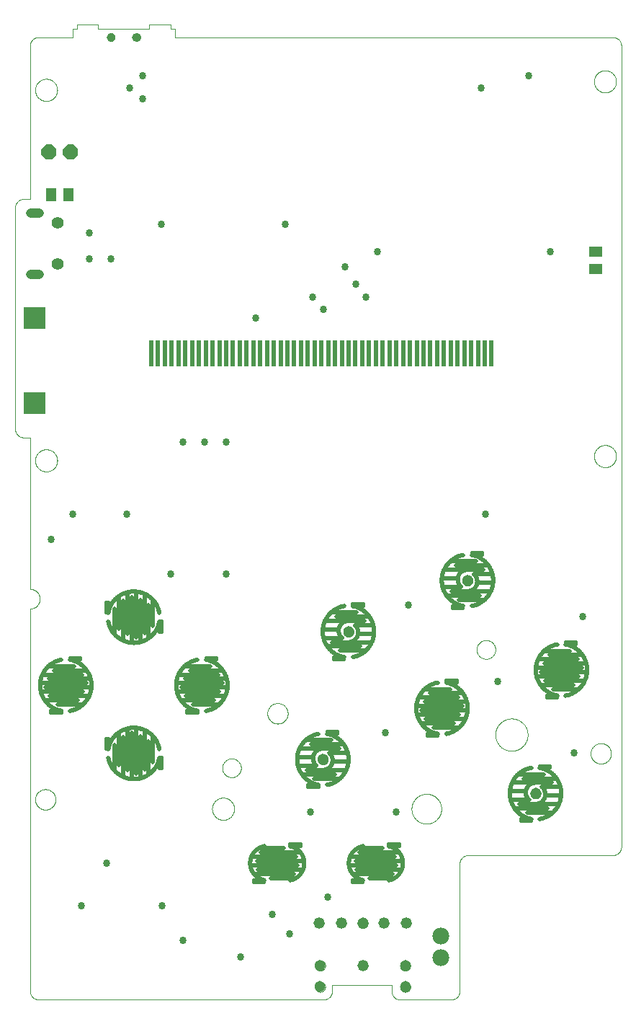
<source format=gts>
G75*
%MOIN*%
%OFA0B0*%
%FSLAX25Y25*%
%IPPOS*%
%LPD*%
%AMOC8*
5,1,8,0,0,1.08239X$1,22.5*
%
%ADD10C,0.00000*%
%ADD11C,0.00039*%
%ADD12R,0.05912X0.04731*%
%ADD13C,0.01200*%
%ADD14C,0.05124*%
%ADD15C,0.02000*%
%ADD16R,0.04731X0.05912*%
%ADD17OC8,0.07000*%
%ADD18C,0.03943*%
%ADD19R,0.09849X0.09849*%
%ADD20C,0.07800*%
%ADD21C,0.04400*%
%ADD22C,0.05550*%
%ADD23C,0.05200*%
%ADD24R,0.01975X0.12211*%
%ADD25C,0.03378*%
D10*
X0020725Y0023079D02*
X0020725Y0199850D01*
X0020858Y0199852D01*
X0020991Y0199858D01*
X0021123Y0199868D01*
X0021256Y0199881D01*
X0021387Y0199899D01*
X0021519Y0199920D01*
X0021649Y0199945D01*
X0021779Y0199974D01*
X0021908Y0200007D01*
X0022035Y0200044D01*
X0022162Y0200084D01*
X0022288Y0200128D01*
X0022412Y0200176D01*
X0022534Y0200227D01*
X0022655Y0200282D01*
X0022775Y0200341D01*
X0022892Y0200402D01*
X0023008Y0200468D01*
X0023122Y0200536D01*
X0023234Y0200608D01*
X0023343Y0200684D01*
X0023451Y0200762D01*
X0023556Y0200844D01*
X0023658Y0200928D01*
X0023758Y0201016D01*
X0023856Y0201106D01*
X0023950Y0201200D01*
X0024042Y0201296D01*
X0024131Y0201395D01*
X0024217Y0201496D01*
X0024300Y0201600D01*
X0024380Y0201706D01*
X0024457Y0201814D01*
X0024531Y0201925D01*
X0024601Y0202038D01*
X0024668Y0202152D01*
X0024732Y0202269D01*
X0024792Y0202388D01*
X0024849Y0202508D01*
X0024902Y0202630D01*
X0024951Y0202753D01*
X0024997Y0202878D01*
X0025040Y0203004D01*
X0025078Y0203131D01*
X0025113Y0203260D01*
X0025144Y0203389D01*
X0025171Y0203519D01*
X0025194Y0203650D01*
X0025214Y0203781D01*
X0025229Y0203914D01*
X0025241Y0204046D01*
X0025249Y0204179D01*
X0025253Y0204312D01*
X0025253Y0204444D01*
X0025249Y0204577D01*
X0025241Y0204710D01*
X0025229Y0204842D01*
X0025214Y0204975D01*
X0025194Y0205106D01*
X0025171Y0205237D01*
X0025144Y0205367D01*
X0025113Y0205496D01*
X0025078Y0205625D01*
X0025040Y0205752D01*
X0024997Y0205878D01*
X0024951Y0206003D01*
X0024902Y0206126D01*
X0024849Y0206248D01*
X0024792Y0206368D01*
X0024732Y0206487D01*
X0024668Y0206604D01*
X0024601Y0206718D01*
X0024531Y0206831D01*
X0024457Y0206942D01*
X0024380Y0207050D01*
X0024300Y0207156D01*
X0024217Y0207260D01*
X0024131Y0207361D01*
X0024042Y0207460D01*
X0023950Y0207556D01*
X0023856Y0207650D01*
X0023758Y0207740D01*
X0023658Y0207828D01*
X0023556Y0207912D01*
X0023451Y0207994D01*
X0023343Y0208072D01*
X0023234Y0208148D01*
X0023122Y0208220D01*
X0023008Y0208288D01*
X0022892Y0208354D01*
X0022775Y0208415D01*
X0022655Y0208474D01*
X0022534Y0208529D01*
X0022412Y0208580D01*
X0022288Y0208628D01*
X0022162Y0208672D01*
X0022035Y0208712D01*
X0021908Y0208749D01*
X0021779Y0208782D01*
X0021649Y0208811D01*
X0021519Y0208836D01*
X0021387Y0208857D01*
X0021256Y0208875D01*
X0021123Y0208888D01*
X0020991Y0208898D01*
X0020858Y0208904D01*
X0020725Y0208906D01*
X0020725Y0278984D01*
X0017772Y0278984D01*
X0017648Y0278986D01*
X0017525Y0278992D01*
X0017401Y0279001D01*
X0017279Y0279015D01*
X0017156Y0279032D01*
X0017034Y0279054D01*
X0016913Y0279079D01*
X0016793Y0279108D01*
X0016674Y0279140D01*
X0016555Y0279177D01*
X0016438Y0279217D01*
X0016323Y0279260D01*
X0016208Y0279308D01*
X0016096Y0279359D01*
X0015985Y0279413D01*
X0015875Y0279471D01*
X0015768Y0279532D01*
X0015662Y0279597D01*
X0015559Y0279665D01*
X0015458Y0279736D01*
X0015359Y0279810D01*
X0015262Y0279887D01*
X0015168Y0279968D01*
X0015077Y0280051D01*
X0014988Y0280137D01*
X0014902Y0280226D01*
X0014819Y0280317D01*
X0014738Y0280411D01*
X0014661Y0280508D01*
X0014587Y0280607D01*
X0014516Y0280708D01*
X0014448Y0280811D01*
X0014383Y0280917D01*
X0014322Y0281024D01*
X0014264Y0281134D01*
X0014210Y0281245D01*
X0014159Y0281357D01*
X0014111Y0281472D01*
X0014068Y0281587D01*
X0014028Y0281704D01*
X0013991Y0281823D01*
X0013959Y0281942D01*
X0013930Y0282062D01*
X0013905Y0282183D01*
X0013883Y0282305D01*
X0013866Y0282428D01*
X0013852Y0282550D01*
X0013843Y0282674D01*
X0013837Y0282797D01*
X0013835Y0282921D01*
X0013835Y0385283D01*
X0013837Y0385407D01*
X0013843Y0385530D01*
X0013852Y0385654D01*
X0013866Y0385776D01*
X0013883Y0385899D01*
X0013905Y0386021D01*
X0013930Y0386142D01*
X0013959Y0386262D01*
X0013991Y0386381D01*
X0014028Y0386500D01*
X0014068Y0386617D01*
X0014111Y0386732D01*
X0014159Y0386847D01*
X0014210Y0386959D01*
X0014264Y0387070D01*
X0014322Y0387180D01*
X0014383Y0387287D01*
X0014448Y0387393D01*
X0014516Y0387496D01*
X0014587Y0387597D01*
X0014661Y0387696D01*
X0014738Y0387793D01*
X0014819Y0387887D01*
X0014902Y0387978D01*
X0014988Y0388067D01*
X0015077Y0388153D01*
X0015168Y0388236D01*
X0015262Y0388317D01*
X0015359Y0388394D01*
X0015458Y0388468D01*
X0015559Y0388539D01*
X0015662Y0388607D01*
X0015768Y0388672D01*
X0015875Y0388733D01*
X0015985Y0388791D01*
X0016096Y0388845D01*
X0016208Y0388896D01*
X0016323Y0388944D01*
X0016438Y0388987D01*
X0016555Y0389027D01*
X0016674Y0389064D01*
X0016793Y0389096D01*
X0016913Y0389125D01*
X0017034Y0389150D01*
X0017156Y0389172D01*
X0017279Y0389189D01*
X0017401Y0389203D01*
X0017525Y0389212D01*
X0017648Y0389218D01*
X0017772Y0389220D01*
X0020725Y0389220D01*
X0020725Y0460087D01*
X0020727Y0460211D01*
X0020733Y0460334D01*
X0020742Y0460458D01*
X0020756Y0460580D01*
X0020773Y0460703D01*
X0020795Y0460825D01*
X0020820Y0460946D01*
X0020849Y0461066D01*
X0020881Y0461185D01*
X0020918Y0461304D01*
X0020958Y0461421D01*
X0021001Y0461536D01*
X0021049Y0461651D01*
X0021100Y0461763D01*
X0021154Y0461874D01*
X0021212Y0461984D01*
X0021273Y0462091D01*
X0021338Y0462197D01*
X0021406Y0462300D01*
X0021477Y0462401D01*
X0021551Y0462500D01*
X0021628Y0462597D01*
X0021709Y0462691D01*
X0021792Y0462782D01*
X0021878Y0462871D01*
X0021967Y0462957D01*
X0022058Y0463040D01*
X0022152Y0463121D01*
X0022249Y0463198D01*
X0022348Y0463272D01*
X0022449Y0463343D01*
X0022552Y0463411D01*
X0022658Y0463476D01*
X0022765Y0463537D01*
X0022875Y0463595D01*
X0022986Y0463649D01*
X0023098Y0463700D01*
X0023213Y0463748D01*
X0023328Y0463791D01*
X0023445Y0463831D01*
X0023564Y0463868D01*
X0023683Y0463900D01*
X0023803Y0463929D01*
X0023924Y0463954D01*
X0024046Y0463976D01*
X0024169Y0463993D01*
X0024291Y0464007D01*
X0024415Y0464016D01*
X0024538Y0464022D01*
X0024662Y0464024D01*
X0040410Y0464024D01*
X0040410Y0467961D01*
X0042379Y0467961D01*
X0042379Y0469929D01*
X0052221Y0469929D01*
X0052221Y0467961D01*
X0075843Y0467961D01*
X0075843Y0469929D01*
X0085686Y0469929D01*
X0085686Y0467961D01*
X0087654Y0467961D01*
X0087654Y0464024D01*
X0290410Y0464024D01*
X0290534Y0464022D01*
X0290657Y0464016D01*
X0290781Y0464007D01*
X0290903Y0463993D01*
X0291026Y0463976D01*
X0291148Y0463954D01*
X0291269Y0463929D01*
X0291389Y0463900D01*
X0291508Y0463868D01*
X0291627Y0463831D01*
X0291744Y0463791D01*
X0291859Y0463748D01*
X0291974Y0463700D01*
X0292086Y0463649D01*
X0292197Y0463595D01*
X0292307Y0463537D01*
X0292414Y0463476D01*
X0292520Y0463411D01*
X0292623Y0463343D01*
X0292724Y0463272D01*
X0292823Y0463198D01*
X0292920Y0463121D01*
X0293014Y0463040D01*
X0293105Y0462957D01*
X0293194Y0462871D01*
X0293280Y0462782D01*
X0293363Y0462691D01*
X0293444Y0462597D01*
X0293521Y0462500D01*
X0293595Y0462401D01*
X0293666Y0462300D01*
X0293734Y0462197D01*
X0293799Y0462091D01*
X0293860Y0461984D01*
X0293918Y0461874D01*
X0293972Y0461763D01*
X0294023Y0461651D01*
X0294071Y0461536D01*
X0294114Y0461421D01*
X0294154Y0461304D01*
X0294191Y0461185D01*
X0294223Y0461066D01*
X0294252Y0460946D01*
X0294277Y0460825D01*
X0294299Y0460703D01*
X0294316Y0460580D01*
X0294330Y0460458D01*
X0294339Y0460334D01*
X0294345Y0460211D01*
X0294347Y0460087D01*
X0294347Y0089811D01*
X0294345Y0089687D01*
X0294339Y0089564D01*
X0294330Y0089440D01*
X0294316Y0089318D01*
X0294299Y0089195D01*
X0294277Y0089073D01*
X0294252Y0088952D01*
X0294223Y0088832D01*
X0294191Y0088713D01*
X0294154Y0088594D01*
X0294114Y0088477D01*
X0294071Y0088362D01*
X0294023Y0088247D01*
X0293972Y0088135D01*
X0293918Y0088024D01*
X0293860Y0087914D01*
X0293799Y0087807D01*
X0293734Y0087701D01*
X0293666Y0087598D01*
X0293595Y0087497D01*
X0293521Y0087398D01*
X0293444Y0087301D01*
X0293363Y0087207D01*
X0293280Y0087116D01*
X0293194Y0087027D01*
X0293105Y0086941D01*
X0293014Y0086858D01*
X0292920Y0086777D01*
X0292823Y0086700D01*
X0292724Y0086626D01*
X0292623Y0086555D01*
X0292520Y0086487D01*
X0292414Y0086422D01*
X0292307Y0086361D01*
X0292197Y0086303D01*
X0292086Y0086249D01*
X0291974Y0086198D01*
X0291859Y0086150D01*
X0291744Y0086107D01*
X0291627Y0086067D01*
X0291508Y0086030D01*
X0291389Y0085998D01*
X0291269Y0085969D01*
X0291148Y0085944D01*
X0291026Y0085922D01*
X0290903Y0085905D01*
X0290781Y0085891D01*
X0290657Y0085882D01*
X0290534Y0085876D01*
X0290410Y0085874D01*
X0223481Y0085874D01*
X0223357Y0085872D01*
X0223234Y0085866D01*
X0223110Y0085857D01*
X0222988Y0085843D01*
X0222865Y0085826D01*
X0222743Y0085804D01*
X0222622Y0085779D01*
X0222502Y0085750D01*
X0222383Y0085718D01*
X0222264Y0085681D01*
X0222147Y0085641D01*
X0222032Y0085598D01*
X0221917Y0085550D01*
X0221805Y0085499D01*
X0221694Y0085445D01*
X0221584Y0085387D01*
X0221477Y0085326D01*
X0221371Y0085261D01*
X0221268Y0085193D01*
X0221167Y0085122D01*
X0221068Y0085048D01*
X0220971Y0084971D01*
X0220877Y0084890D01*
X0220786Y0084807D01*
X0220697Y0084721D01*
X0220611Y0084632D01*
X0220528Y0084541D01*
X0220447Y0084447D01*
X0220370Y0084350D01*
X0220296Y0084251D01*
X0220225Y0084150D01*
X0220157Y0084047D01*
X0220092Y0083941D01*
X0220031Y0083834D01*
X0219973Y0083724D01*
X0219919Y0083613D01*
X0219868Y0083501D01*
X0219820Y0083386D01*
X0219777Y0083271D01*
X0219737Y0083154D01*
X0219700Y0083035D01*
X0219668Y0082916D01*
X0219639Y0082796D01*
X0219614Y0082675D01*
X0219592Y0082553D01*
X0219575Y0082430D01*
X0219561Y0082308D01*
X0219552Y0082184D01*
X0219546Y0082061D01*
X0219544Y0081937D01*
X0219544Y0023079D01*
X0219542Y0022955D01*
X0219536Y0022832D01*
X0219527Y0022708D01*
X0219513Y0022586D01*
X0219496Y0022463D01*
X0219474Y0022341D01*
X0219449Y0022220D01*
X0219420Y0022100D01*
X0219388Y0021981D01*
X0219351Y0021862D01*
X0219311Y0021745D01*
X0219268Y0021630D01*
X0219220Y0021515D01*
X0219169Y0021403D01*
X0219115Y0021292D01*
X0219057Y0021182D01*
X0218996Y0021075D01*
X0218931Y0020969D01*
X0218863Y0020866D01*
X0218792Y0020765D01*
X0218718Y0020666D01*
X0218641Y0020569D01*
X0218560Y0020475D01*
X0218477Y0020384D01*
X0218391Y0020295D01*
X0218302Y0020209D01*
X0218211Y0020126D01*
X0218117Y0020045D01*
X0218020Y0019968D01*
X0217921Y0019894D01*
X0217820Y0019823D01*
X0217717Y0019755D01*
X0217611Y0019690D01*
X0217504Y0019629D01*
X0217394Y0019571D01*
X0217283Y0019517D01*
X0217171Y0019466D01*
X0217056Y0019418D01*
X0216941Y0019375D01*
X0216824Y0019335D01*
X0216705Y0019298D01*
X0216586Y0019266D01*
X0216466Y0019237D01*
X0216345Y0019212D01*
X0216223Y0019190D01*
X0216100Y0019173D01*
X0215978Y0019159D01*
X0215854Y0019150D01*
X0215731Y0019144D01*
X0215607Y0019142D01*
X0191985Y0019142D01*
X0191861Y0019144D01*
X0191738Y0019150D01*
X0191614Y0019159D01*
X0191492Y0019173D01*
X0191369Y0019190D01*
X0191247Y0019212D01*
X0191126Y0019237D01*
X0191006Y0019266D01*
X0190887Y0019298D01*
X0190768Y0019335D01*
X0190651Y0019375D01*
X0190536Y0019418D01*
X0190421Y0019466D01*
X0190309Y0019517D01*
X0190198Y0019571D01*
X0190088Y0019629D01*
X0189981Y0019690D01*
X0189875Y0019755D01*
X0189772Y0019823D01*
X0189671Y0019894D01*
X0189572Y0019968D01*
X0189475Y0020045D01*
X0189381Y0020126D01*
X0189290Y0020209D01*
X0189201Y0020295D01*
X0189115Y0020384D01*
X0189032Y0020475D01*
X0188951Y0020569D01*
X0188874Y0020666D01*
X0188800Y0020765D01*
X0188729Y0020866D01*
X0188661Y0020969D01*
X0188596Y0021075D01*
X0188535Y0021182D01*
X0188477Y0021292D01*
X0188423Y0021403D01*
X0188372Y0021515D01*
X0188324Y0021630D01*
X0188281Y0021745D01*
X0188241Y0021862D01*
X0188204Y0021981D01*
X0188172Y0022100D01*
X0188143Y0022220D01*
X0188118Y0022341D01*
X0188096Y0022463D01*
X0188079Y0022586D01*
X0188065Y0022708D01*
X0188056Y0022832D01*
X0188050Y0022955D01*
X0188048Y0023079D01*
X0188048Y0026031D01*
X0160489Y0026031D01*
X0160489Y0023079D01*
X0160487Y0022955D01*
X0160481Y0022832D01*
X0160472Y0022708D01*
X0160458Y0022586D01*
X0160441Y0022463D01*
X0160419Y0022341D01*
X0160394Y0022220D01*
X0160365Y0022100D01*
X0160333Y0021981D01*
X0160296Y0021862D01*
X0160256Y0021745D01*
X0160213Y0021630D01*
X0160165Y0021515D01*
X0160114Y0021403D01*
X0160060Y0021292D01*
X0160002Y0021182D01*
X0159941Y0021075D01*
X0159876Y0020969D01*
X0159808Y0020866D01*
X0159737Y0020765D01*
X0159663Y0020666D01*
X0159586Y0020569D01*
X0159505Y0020475D01*
X0159422Y0020384D01*
X0159336Y0020295D01*
X0159247Y0020209D01*
X0159156Y0020126D01*
X0159062Y0020045D01*
X0158965Y0019968D01*
X0158866Y0019894D01*
X0158765Y0019823D01*
X0158662Y0019755D01*
X0158556Y0019690D01*
X0158449Y0019629D01*
X0158339Y0019571D01*
X0158228Y0019517D01*
X0158116Y0019466D01*
X0158001Y0019418D01*
X0157886Y0019375D01*
X0157769Y0019335D01*
X0157650Y0019298D01*
X0157531Y0019266D01*
X0157411Y0019237D01*
X0157290Y0019212D01*
X0157168Y0019190D01*
X0157045Y0019173D01*
X0156923Y0019159D01*
X0156799Y0019150D01*
X0156676Y0019144D01*
X0156552Y0019142D01*
X0024662Y0019142D01*
X0024538Y0019144D01*
X0024415Y0019150D01*
X0024291Y0019159D01*
X0024169Y0019173D01*
X0024046Y0019190D01*
X0023924Y0019212D01*
X0023803Y0019237D01*
X0023683Y0019266D01*
X0023564Y0019298D01*
X0023445Y0019335D01*
X0023328Y0019375D01*
X0023213Y0019418D01*
X0023098Y0019466D01*
X0022986Y0019517D01*
X0022875Y0019571D01*
X0022765Y0019629D01*
X0022658Y0019690D01*
X0022552Y0019755D01*
X0022449Y0019823D01*
X0022348Y0019894D01*
X0022249Y0019968D01*
X0022152Y0020045D01*
X0022058Y0020126D01*
X0021967Y0020209D01*
X0021878Y0020295D01*
X0021792Y0020384D01*
X0021709Y0020475D01*
X0021628Y0020569D01*
X0021551Y0020666D01*
X0021477Y0020765D01*
X0021406Y0020866D01*
X0021338Y0020969D01*
X0021273Y0021075D01*
X0021212Y0021182D01*
X0021154Y0021292D01*
X0021100Y0021403D01*
X0021049Y0021515D01*
X0021001Y0021630D01*
X0020958Y0021745D01*
X0020918Y0021862D01*
X0020881Y0021981D01*
X0020849Y0022100D01*
X0020820Y0022220D01*
X0020795Y0022341D01*
X0020773Y0022463D01*
X0020756Y0022586D01*
X0020742Y0022708D01*
X0020733Y0022832D01*
X0020727Y0022955D01*
X0020725Y0023079D01*
X0152615Y0025047D02*
X0152617Y0025144D01*
X0152623Y0025241D01*
X0152633Y0025337D01*
X0152647Y0025433D01*
X0152665Y0025529D01*
X0152686Y0025623D01*
X0152712Y0025717D01*
X0152741Y0025809D01*
X0152775Y0025900D01*
X0152811Y0025990D01*
X0152852Y0026078D01*
X0152896Y0026164D01*
X0152944Y0026249D01*
X0152995Y0026331D01*
X0153049Y0026412D01*
X0153107Y0026490D01*
X0153168Y0026565D01*
X0153231Y0026638D01*
X0153298Y0026709D01*
X0153368Y0026776D01*
X0153440Y0026841D01*
X0153515Y0026902D01*
X0153593Y0026961D01*
X0153672Y0027016D01*
X0153754Y0027068D01*
X0153838Y0027116D01*
X0153924Y0027161D01*
X0154012Y0027203D01*
X0154101Y0027241D01*
X0154192Y0027275D01*
X0154284Y0027305D01*
X0154377Y0027332D01*
X0154472Y0027354D01*
X0154567Y0027373D01*
X0154663Y0027388D01*
X0154759Y0027399D01*
X0154856Y0027406D01*
X0154953Y0027409D01*
X0155050Y0027408D01*
X0155147Y0027403D01*
X0155243Y0027394D01*
X0155339Y0027381D01*
X0155435Y0027364D01*
X0155530Y0027343D01*
X0155623Y0027319D01*
X0155716Y0027290D01*
X0155808Y0027258D01*
X0155898Y0027222D01*
X0155986Y0027183D01*
X0156073Y0027139D01*
X0156158Y0027093D01*
X0156241Y0027042D01*
X0156322Y0026989D01*
X0156400Y0026932D01*
X0156477Y0026872D01*
X0156550Y0026809D01*
X0156621Y0026743D01*
X0156689Y0026674D01*
X0156755Y0026602D01*
X0156817Y0026528D01*
X0156876Y0026451D01*
X0156932Y0026372D01*
X0156985Y0026290D01*
X0157035Y0026207D01*
X0157080Y0026121D01*
X0157123Y0026034D01*
X0157162Y0025945D01*
X0157197Y0025855D01*
X0157228Y0025763D01*
X0157255Y0025670D01*
X0157279Y0025576D01*
X0157299Y0025481D01*
X0157315Y0025385D01*
X0157327Y0025289D01*
X0157335Y0025192D01*
X0157339Y0025095D01*
X0157339Y0024999D01*
X0157335Y0024902D01*
X0157327Y0024805D01*
X0157315Y0024709D01*
X0157299Y0024613D01*
X0157279Y0024518D01*
X0157255Y0024424D01*
X0157228Y0024331D01*
X0157197Y0024239D01*
X0157162Y0024149D01*
X0157123Y0024060D01*
X0157080Y0023973D01*
X0157035Y0023887D01*
X0156985Y0023804D01*
X0156932Y0023722D01*
X0156876Y0023643D01*
X0156817Y0023566D01*
X0156755Y0023492D01*
X0156689Y0023420D01*
X0156621Y0023351D01*
X0156550Y0023285D01*
X0156477Y0023222D01*
X0156400Y0023162D01*
X0156322Y0023105D01*
X0156241Y0023052D01*
X0156158Y0023001D01*
X0156073Y0022955D01*
X0155986Y0022911D01*
X0155898Y0022872D01*
X0155808Y0022836D01*
X0155716Y0022804D01*
X0155623Y0022775D01*
X0155530Y0022751D01*
X0155435Y0022730D01*
X0155339Y0022713D01*
X0155243Y0022700D01*
X0155147Y0022691D01*
X0155050Y0022686D01*
X0154953Y0022685D01*
X0154856Y0022688D01*
X0154759Y0022695D01*
X0154663Y0022706D01*
X0154567Y0022721D01*
X0154472Y0022740D01*
X0154377Y0022762D01*
X0154284Y0022789D01*
X0154192Y0022819D01*
X0154101Y0022853D01*
X0154012Y0022891D01*
X0153924Y0022933D01*
X0153838Y0022978D01*
X0153754Y0023026D01*
X0153672Y0023078D01*
X0153593Y0023133D01*
X0153515Y0023192D01*
X0153440Y0023253D01*
X0153368Y0023318D01*
X0153298Y0023385D01*
X0153231Y0023456D01*
X0153168Y0023529D01*
X0153107Y0023604D01*
X0153049Y0023682D01*
X0152995Y0023763D01*
X0152944Y0023845D01*
X0152896Y0023930D01*
X0152852Y0024016D01*
X0152811Y0024104D01*
X0152775Y0024194D01*
X0152741Y0024285D01*
X0152712Y0024377D01*
X0152686Y0024471D01*
X0152665Y0024565D01*
X0152647Y0024661D01*
X0152633Y0024757D01*
X0152623Y0024853D01*
X0152617Y0024950D01*
X0152615Y0025047D01*
X0152615Y0034890D02*
X0152617Y0034987D01*
X0152623Y0035084D01*
X0152633Y0035180D01*
X0152647Y0035276D01*
X0152665Y0035372D01*
X0152686Y0035466D01*
X0152712Y0035560D01*
X0152741Y0035652D01*
X0152775Y0035743D01*
X0152811Y0035833D01*
X0152852Y0035921D01*
X0152896Y0036007D01*
X0152944Y0036092D01*
X0152995Y0036174D01*
X0153049Y0036255D01*
X0153107Y0036333D01*
X0153168Y0036408D01*
X0153231Y0036481D01*
X0153298Y0036552D01*
X0153368Y0036619D01*
X0153440Y0036684D01*
X0153515Y0036745D01*
X0153593Y0036804D01*
X0153672Y0036859D01*
X0153754Y0036911D01*
X0153838Y0036959D01*
X0153924Y0037004D01*
X0154012Y0037046D01*
X0154101Y0037084D01*
X0154192Y0037118D01*
X0154284Y0037148D01*
X0154377Y0037175D01*
X0154472Y0037197D01*
X0154567Y0037216D01*
X0154663Y0037231D01*
X0154759Y0037242D01*
X0154856Y0037249D01*
X0154953Y0037252D01*
X0155050Y0037251D01*
X0155147Y0037246D01*
X0155243Y0037237D01*
X0155339Y0037224D01*
X0155435Y0037207D01*
X0155530Y0037186D01*
X0155623Y0037162D01*
X0155716Y0037133D01*
X0155808Y0037101D01*
X0155898Y0037065D01*
X0155986Y0037026D01*
X0156073Y0036982D01*
X0156158Y0036936D01*
X0156241Y0036885D01*
X0156322Y0036832D01*
X0156400Y0036775D01*
X0156477Y0036715D01*
X0156550Y0036652D01*
X0156621Y0036586D01*
X0156689Y0036517D01*
X0156755Y0036445D01*
X0156817Y0036371D01*
X0156876Y0036294D01*
X0156932Y0036215D01*
X0156985Y0036133D01*
X0157035Y0036050D01*
X0157080Y0035964D01*
X0157123Y0035877D01*
X0157162Y0035788D01*
X0157197Y0035698D01*
X0157228Y0035606D01*
X0157255Y0035513D01*
X0157279Y0035419D01*
X0157299Y0035324D01*
X0157315Y0035228D01*
X0157327Y0035132D01*
X0157335Y0035035D01*
X0157339Y0034938D01*
X0157339Y0034842D01*
X0157335Y0034745D01*
X0157327Y0034648D01*
X0157315Y0034552D01*
X0157299Y0034456D01*
X0157279Y0034361D01*
X0157255Y0034267D01*
X0157228Y0034174D01*
X0157197Y0034082D01*
X0157162Y0033992D01*
X0157123Y0033903D01*
X0157080Y0033816D01*
X0157035Y0033730D01*
X0156985Y0033647D01*
X0156932Y0033565D01*
X0156876Y0033486D01*
X0156817Y0033409D01*
X0156755Y0033335D01*
X0156689Y0033263D01*
X0156621Y0033194D01*
X0156550Y0033128D01*
X0156477Y0033065D01*
X0156400Y0033005D01*
X0156322Y0032948D01*
X0156241Y0032895D01*
X0156158Y0032844D01*
X0156073Y0032798D01*
X0155986Y0032754D01*
X0155898Y0032715D01*
X0155808Y0032679D01*
X0155716Y0032647D01*
X0155623Y0032618D01*
X0155530Y0032594D01*
X0155435Y0032573D01*
X0155339Y0032556D01*
X0155243Y0032543D01*
X0155147Y0032534D01*
X0155050Y0032529D01*
X0154953Y0032528D01*
X0154856Y0032531D01*
X0154759Y0032538D01*
X0154663Y0032549D01*
X0154567Y0032564D01*
X0154472Y0032583D01*
X0154377Y0032605D01*
X0154284Y0032632D01*
X0154192Y0032662D01*
X0154101Y0032696D01*
X0154012Y0032734D01*
X0153924Y0032776D01*
X0153838Y0032821D01*
X0153754Y0032869D01*
X0153672Y0032921D01*
X0153593Y0032976D01*
X0153515Y0033035D01*
X0153440Y0033096D01*
X0153368Y0033161D01*
X0153298Y0033228D01*
X0153231Y0033299D01*
X0153168Y0033372D01*
X0153107Y0033447D01*
X0153049Y0033525D01*
X0152995Y0033606D01*
X0152944Y0033688D01*
X0152896Y0033773D01*
X0152852Y0033859D01*
X0152811Y0033947D01*
X0152775Y0034037D01*
X0152741Y0034128D01*
X0152712Y0034220D01*
X0152686Y0034314D01*
X0152665Y0034408D01*
X0152647Y0034504D01*
X0152633Y0034600D01*
X0152623Y0034696D01*
X0152617Y0034793D01*
X0152615Y0034890D01*
X0172300Y0054575D02*
X0172302Y0054672D01*
X0172308Y0054769D01*
X0172318Y0054865D01*
X0172332Y0054961D01*
X0172350Y0055057D01*
X0172371Y0055151D01*
X0172397Y0055245D01*
X0172426Y0055337D01*
X0172460Y0055428D01*
X0172496Y0055518D01*
X0172537Y0055606D01*
X0172581Y0055692D01*
X0172629Y0055777D01*
X0172680Y0055859D01*
X0172734Y0055940D01*
X0172792Y0056018D01*
X0172853Y0056093D01*
X0172916Y0056166D01*
X0172983Y0056237D01*
X0173053Y0056304D01*
X0173125Y0056369D01*
X0173200Y0056430D01*
X0173278Y0056489D01*
X0173357Y0056544D01*
X0173439Y0056596D01*
X0173523Y0056644D01*
X0173609Y0056689D01*
X0173697Y0056731D01*
X0173786Y0056769D01*
X0173877Y0056803D01*
X0173969Y0056833D01*
X0174062Y0056860D01*
X0174157Y0056882D01*
X0174252Y0056901D01*
X0174348Y0056916D01*
X0174444Y0056927D01*
X0174541Y0056934D01*
X0174638Y0056937D01*
X0174735Y0056936D01*
X0174832Y0056931D01*
X0174928Y0056922D01*
X0175024Y0056909D01*
X0175120Y0056892D01*
X0175215Y0056871D01*
X0175308Y0056847D01*
X0175401Y0056818D01*
X0175493Y0056786D01*
X0175583Y0056750D01*
X0175671Y0056711D01*
X0175758Y0056667D01*
X0175843Y0056621D01*
X0175926Y0056570D01*
X0176007Y0056517D01*
X0176085Y0056460D01*
X0176162Y0056400D01*
X0176235Y0056337D01*
X0176306Y0056271D01*
X0176374Y0056202D01*
X0176440Y0056130D01*
X0176502Y0056056D01*
X0176561Y0055979D01*
X0176617Y0055900D01*
X0176670Y0055818D01*
X0176720Y0055735D01*
X0176765Y0055649D01*
X0176808Y0055562D01*
X0176847Y0055473D01*
X0176882Y0055383D01*
X0176913Y0055291D01*
X0176940Y0055198D01*
X0176964Y0055104D01*
X0176984Y0055009D01*
X0177000Y0054913D01*
X0177012Y0054817D01*
X0177020Y0054720D01*
X0177024Y0054623D01*
X0177024Y0054527D01*
X0177020Y0054430D01*
X0177012Y0054333D01*
X0177000Y0054237D01*
X0176984Y0054141D01*
X0176964Y0054046D01*
X0176940Y0053952D01*
X0176913Y0053859D01*
X0176882Y0053767D01*
X0176847Y0053677D01*
X0176808Y0053588D01*
X0176765Y0053501D01*
X0176720Y0053415D01*
X0176670Y0053332D01*
X0176617Y0053250D01*
X0176561Y0053171D01*
X0176502Y0053094D01*
X0176440Y0053020D01*
X0176374Y0052948D01*
X0176306Y0052879D01*
X0176235Y0052813D01*
X0176162Y0052750D01*
X0176085Y0052690D01*
X0176007Y0052633D01*
X0175926Y0052580D01*
X0175843Y0052529D01*
X0175758Y0052483D01*
X0175671Y0052439D01*
X0175583Y0052400D01*
X0175493Y0052364D01*
X0175401Y0052332D01*
X0175308Y0052303D01*
X0175215Y0052279D01*
X0175120Y0052258D01*
X0175024Y0052241D01*
X0174928Y0052228D01*
X0174832Y0052219D01*
X0174735Y0052214D01*
X0174638Y0052213D01*
X0174541Y0052216D01*
X0174444Y0052223D01*
X0174348Y0052234D01*
X0174252Y0052249D01*
X0174157Y0052268D01*
X0174062Y0052290D01*
X0173969Y0052317D01*
X0173877Y0052347D01*
X0173786Y0052381D01*
X0173697Y0052419D01*
X0173609Y0052461D01*
X0173523Y0052506D01*
X0173439Y0052554D01*
X0173357Y0052606D01*
X0173278Y0052661D01*
X0173200Y0052720D01*
X0173125Y0052781D01*
X0173053Y0052846D01*
X0172983Y0052913D01*
X0172916Y0052984D01*
X0172853Y0053057D01*
X0172792Y0053132D01*
X0172734Y0053210D01*
X0172680Y0053291D01*
X0172629Y0053373D01*
X0172581Y0053458D01*
X0172537Y0053544D01*
X0172496Y0053632D01*
X0172460Y0053722D01*
X0172426Y0053813D01*
X0172397Y0053905D01*
X0172371Y0053999D01*
X0172350Y0054093D01*
X0172332Y0054189D01*
X0172318Y0054285D01*
X0172308Y0054381D01*
X0172302Y0054478D01*
X0172300Y0054575D01*
X0191985Y0034890D02*
X0191987Y0034987D01*
X0191993Y0035084D01*
X0192003Y0035180D01*
X0192017Y0035276D01*
X0192035Y0035372D01*
X0192056Y0035466D01*
X0192082Y0035560D01*
X0192111Y0035652D01*
X0192145Y0035743D01*
X0192181Y0035833D01*
X0192222Y0035921D01*
X0192266Y0036007D01*
X0192314Y0036092D01*
X0192365Y0036174D01*
X0192419Y0036255D01*
X0192477Y0036333D01*
X0192538Y0036408D01*
X0192601Y0036481D01*
X0192668Y0036552D01*
X0192738Y0036619D01*
X0192810Y0036684D01*
X0192885Y0036745D01*
X0192963Y0036804D01*
X0193042Y0036859D01*
X0193124Y0036911D01*
X0193208Y0036959D01*
X0193294Y0037004D01*
X0193382Y0037046D01*
X0193471Y0037084D01*
X0193562Y0037118D01*
X0193654Y0037148D01*
X0193747Y0037175D01*
X0193842Y0037197D01*
X0193937Y0037216D01*
X0194033Y0037231D01*
X0194129Y0037242D01*
X0194226Y0037249D01*
X0194323Y0037252D01*
X0194420Y0037251D01*
X0194517Y0037246D01*
X0194613Y0037237D01*
X0194709Y0037224D01*
X0194805Y0037207D01*
X0194900Y0037186D01*
X0194993Y0037162D01*
X0195086Y0037133D01*
X0195178Y0037101D01*
X0195268Y0037065D01*
X0195356Y0037026D01*
X0195443Y0036982D01*
X0195528Y0036936D01*
X0195611Y0036885D01*
X0195692Y0036832D01*
X0195770Y0036775D01*
X0195847Y0036715D01*
X0195920Y0036652D01*
X0195991Y0036586D01*
X0196059Y0036517D01*
X0196125Y0036445D01*
X0196187Y0036371D01*
X0196246Y0036294D01*
X0196302Y0036215D01*
X0196355Y0036133D01*
X0196405Y0036050D01*
X0196450Y0035964D01*
X0196493Y0035877D01*
X0196532Y0035788D01*
X0196567Y0035698D01*
X0196598Y0035606D01*
X0196625Y0035513D01*
X0196649Y0035419D01*
X0196669Y0035324D01*
X0196685Y0035228D01*
X0196697Y0035132D01*
X0196705Y0035035D01*
X0196709Y0034938D01*
X0196709Y0034842D01*
X0196705Y0034745D01*
X0196697Y0034648D01*
X0196685Y0034552D01*
X0196669Y0034456D01*
X0196649Y0034361D01*
X0196625Y0034267D01*
X0196598Y0034174D01*
X0196567Y0034082D01*
X0196532Y0033992D01*
X0196493Y0033903D01*
X0196450Y0033816D01*
X0196405Y0033730D01*
X0196355Y0033647D01*
X0196302Y0033565D01*
X0196246Y0033486D01*
X0196187Y0033409D01*
X0196125Y0033335D01*
X0196059Y0033263D01*
X0195991Y0033194D01*
X0195920Y0033128D01*
X0195847Y0033065D01*
X0195770Y0033005D01*
X0195692Y0032948D01*
X0195611Y0032895D01*
X0195528Y0032844D01*
X0195443Y0032798D01*
X0195356Y0032754D01*
X0195268Y0032715D01*
X0195178Y0032679D01*
X0195086Y0032647D01*
X0194993Y0032618D01*
X0194900Y0032594D01*
X0194805Y0032573D01*
X0194709Y0032556D01*
X0194613Y0032543D01*
X0194517Y0032534D01*
X0194420Y0032529D01*
X0194323Y0032528D01*
X0194226Y0032531D01*
X0194129Y0032538D01*
X0194033Y0032549D01*
X0193937Y0032564D01*
X0193842Y0032583D01*
X0193747Y0032605D01*
X0193654Y0032632D01*
X0193562Y0032662D01*
X0193471Y0032696D01*
X0193382Y0032734D01*
X0193294Y0032776D01*
X0193208Y0032821D01*
X0193124Y0032869D01*
X0193042Y0032921D01*
X0192963Y0032976D01*
X0192885Y0033035D01*
X0192810Y0033096D01*
X0192738Y0033161D01*
X0192668Y0033228D01*
X0192601Y0033299D01*
X0192538Y0033372D01*
X0192477Y0033447D01*
X0192419Y0033525D01*
X0192365Y0033606D01*
X0192314Y0033688D01*
X0192266Y0033773D01*
X0192222Y0033859D01*
X0192181Y0033947D01*
X0192145Y0034037D01*
X0192111Y0034128D01*
X0192082Y0034220D01*
X0192056Y0034314D01*
X0192035Y0034408D01*
X0192017Y0034504D01*
X0192003Y0034600D01*
X0191993Y0034696D01*
X0191987Y0034793D01*
X0191985Y0034890D01*
X0191985Y0025047D02*
X0191987Y0025144D01*
X0191993Y0025241D01*
X0192003Y0025337D01*
X0192017Y0025433D01*
X0192035Y0025529D01*
X0192056Y0025623D01*
X0192082Y0025717D01*
X0192111Y0025809D01*
X0192145Y0025900D01*
X0192181Y0025990D01*
X0192222Y0026078D01*
X0192266Y0026164D01*
X0192314Y0026249D01*
X0192365Y0026331D01*
X0192419Y0026412D01*
X0192477Y0026490D01*
X0192538Y0026565D01*
X0192601Y0026638D01*
X0192668Y0026709D01*
X0192738Y0026776D01*
X0192810Y0026841D01*
X0192885Y0026902D01*
X0192963Y0026961D01*
X0193042Y0027016D01*
X0193124Y0027068D01*
X0193208Y0027116D01*
X0193294Y0027161D01*
X0193382Y0027203D01*
X0193471Y0027241D01*
X0193562Y0027275D01*
X0193654Y0027305D01*
X0193747Y0027332D01*
X0193842Y0027354D01*
X0193937Y0027373D01*
X0194033Y0027388D01*
X0194129Y0027399D01*
X0194226Y0027406D01*
X0194323Y0027409D01*
X0194420Y0027408D01*
X0194517Y0027403D01*
X0194613Y0027394D01*
X0194709Y0027381D01*
X0194805Y0027364D01*
X0194900Y0027343D01*
X0194993Y0027319D01*
X0195086Y0027290D01*
X0195178Y0027258D01*
X0195268Y0027222D01*
X0195356Y0027183D01*
X0195443Y0027139D01*
X0195528Y0027093D01*
X0195611Y0027042D01*
X0195692Y0026989D01*
X0195770Y0026932D01*
X0195847Y0026872D01*
X0195920Y0026809D01*
X0195991Y0026743D01*
X0196059Y0026674D01*
X0196125Y0026602D01*
X0196187Y0026528D01*
X0196246Y0026451D01*
X0196302Y0026372D01*
X0196355Y0026290D01*
X0196405Y0026207D01*
X0196450Y0026121D01*
X0196493Y0026034D01*
X0196532Y0025945D01*
X0196567Y0025855D01*
X0196598Y0025763D01*
X0196625Y0025670D01*
X0196649Y0025576D01*
X0196669Y0025481D01*
X0196685Y0025385D01*
X0196697Y0025289D01*
X0196705Y0025192D01*
X0196709Y0025095D01*
X0196709Y0024999D01*
X0196705Y0024902D01*
X0196697Y0024805D01*
X0196685Y0024709D01*
X0196669Y0024613D01*
X0196649Y0024518D01*
X0196625Y0024424D01*
X0196598Y0024331D01*
X0196567Y0024239D01*
X0196532Y0024149D01*
X0196493Y0024060D01*
X0196450Y0023973D01*
X0196405Y0023887D01*
X0196355Y0023804D01*
X0196302Y0023722D01*
X0196246Y0023643D01*
X0196187Y0023566D01*
X0196125Y0023492D01*
X0196059Y0023420D01*
X0195991Y0023351D01*
X0195920Y0023285D01*
X0195847Y0023222D01*
X0195770Y0023162D01*
X0195692Y0023105D01*
X0195611Y0023052D01*
X0195528Y0023001D01*
X0195443Y0022955D01*
X0195356Y0022911D01*
X0195268Y0022872D01*
X0195178Y0022836D01*
X0195086Y0022804D01*
X0194993Y0022775D01*
X0194900Y0022751D01*
X0194805Y0022730D01*
X0194709Y0022713D01*
X0194613Y0022700D01*
X0194517Y0022691D01*
X0194420Y0022686D01*
X0194323Y0022685D01*
X0194226Y0022688D01*
X0194129Y0022695D01*
X0194033Y0022706D01*
X0193937Y0022721D01*
X0193842Y0022740D01*
X0193747Y0022762D01*
X0193654Y0022789D01*
X0193562Y0022819D01*
X0193471Y0022853D01*
X0193382Y0022891D01*
X0193294Y0022933D01*
X0193208Y0022978D01*
X0193124Y0023026D01*
X0193042Y0023078D01*
X0192963Y0023133D01*
X0192885Y0023192D01*
X0192810Y0023253D01*
X0192738Y0023318D01*
X0192668Y0023385D01*
X0192601Y0023456D01*
X0192538Y0023529D01*
X0192477Y0023604D01*
X0192419Y0023682D01*
X0192365Y0023763D01*
X0192314Y0023845D01*
X0192266Y0023930D01*
X0192222Y0024016D01*
X0192181Y0024104D01*
X0192145Y0024194D01*
X0192111Y0024285D01*
X0192082Y0024377D01*
X0192056Y0024471D01*
X0192035Y0024565D01*
X0192017Y0024661D01*
X0192003Y0024757D01*
X0191993Y0024853D01*
X0191987Y0024950D01*
X0191985Y0025047D01*
X0252300Y0114457D02*
X0252302Y0114554D01*
X0252308Y0114651D01*
X0252318Y0114747D01*
X0252332Y0114843D01*
X0252350Y0114939D01*
X0252371Y0115033D01*
X0252397Y0115127D01*
X0252426Y0115219D01*
X0252460Y0115310D01*
X0252496Y0115400D01*
X0252537Y0115488D01*
X0252581Y0115574D01*
X0252629Y0115659D01*
X0252680Y0115741D01*
X0252734Y0115822D01*
X0252792Y0115900D01*
X0252853Y0115975D01*
X0252916Y0116048D01*
X0252983Y0116119D01*
X0253053Y0116186D01*
X0253125Y0116251D01*
X0253200Y0116312D01*
X0253278Y0116371D01*
X0253357Y0116426D01*
X0253439Y0116478D01*
X0253523Y0116526D01*
X0253609Y0116571D01*
X0253697Y0116613D01*
X0253786Y0116651D01*
X0253877Y0116685D01*
X0253969Y0116715D01*
X0254062Y0116742D01*
X0254157Y0116764D01*
X0254252Y0116783D01*
X0254348Y0116798D01*
X0254444Y0116809D01*
X0254541Y0116816D01*
X0254638Y0116819D01*
X0254735Y0116818D01*
X0254832Y0116813D01*
X0254928Y0116804D01*
X0255024Y0116791D01*
X0255120Y0116774D01*
X0255215Y0116753D01*
X0255308Y0116729D01*
X0255401Y0116700D01*
X0255493Y0116668D01*
X0255583Y0116632D01*
X0255671Y0116593D01*
X0255758Y0116549D01*
X0255843Y0116503D01*
X0255926Y0116452D01*
X0256007Y0116399D01*
X0256085Y0116342D01*
X0256162Y0116282D01*
X0256235Y0116219D01*
X0256306Y0116153D01*
X0256374Y0116084D01*
X0256440Y0116012D01*
X0256502Y0115938D01*
X0256561Y0115861D01*
X0256617Y0115782D01*
X0256670Y0115700D01*
X0256720Y0115617D01*
X0256765Y0115531D01*
X0256808Y0115444D01*
X0256847Y0115355D01*
X0256882Y0115265D01*
X0256913Y0115173D01*
X0256940Y0115080D01*
X0256964Y0114986D01*
X0256984Y0114891D01*
X0257000Y0114795D01*
X0257012Y0114699D01*
X0257020Y0114602D01*
X0257024Y0114505D01*
X0257024Y0114409D01*
X0257020Y0114312D01*
X0257012Y0114215D01*
X0257000Y0114119D01*
X0256984Y0114023D01*
X0256964Y0113928D01*
X0256940Y0113834D01*
X0256913Y0113741D01*
X0256882Y0113649D01*
X0256847Y0113559D01*
X0256808Y0113470D01*
X0256765Y0113383D01*
X0256720Y0113297D01*
X0256670Y0113214D01*
X0256617Y0113132D01*
X0256561Y0113053D01*
X0256502Y0112976D01*
X0256440Y0112902D01*
X0256374Y0112830D01*
X0256306Y0112761D01*
X0256235Y0112695D01*
X0256162Y0112632D01*
X0256085Y0112572D01*
X0256007Y0112515D01*
X0255926Y0112462D01*
X0255843Y0112411D01*
X0255758Y0112365D01*
X0255671Y0112321D01*
X0255583Y0112282D01*
X0255493Y0112246D01*
X0255401Y0112214D01*
X0255308Y0112185D01*
X0255215Y0112161D01*
X0255120Y0112140D01*
X0255024Y0112123D01*
X0254928Y0112110D01*
X0254832Y0112101D01*
X0254735Y0112096D01*
X0254638Y0112095D01*
X0254541Y0112098D01*
X0254444Y0112105D01*
X0254348Y0112116D01*
X0254252Y0112131D01*
X0254157Y0112150D01*
X0254062Y0112172D01*
X0253969Y0112199D01*
X0253877Y0112229D01*
X0253786Y0112263D01*
X0253697Y0112301D01*
X0253609Y0112343D01*
X0253523Y0112388D01*
X0253439Y0112436D01*
X0253357Y0112488D01*
X0253278Y0112543D01*
X0253200Y0112602D01*
X0253125Y0112663D01*
X0253053Y0112728D01*
X0252983Y0112795D01*
X0252916Y0112866D01*
X0252853Y0112939D01*
X0252792Y0113014D01*
X0252734Y0113092D01*
X0252680Y0113173D01*
X0252629Y0113255D01*
X0252581Y0113340D01*
X0252537Y0113426D01*
X0252496Y0113514D01*
X0252460Y0113604D01*
X0252426Y0113695D01*
X0252397Y0113787D01*
X0252371Y0113881D01*
X0252350Y0113975D01*
X0252332Y0114071D01*
X0252318Y0114167D01*
X0252308Y0114263D01*
X0252302Y0114360D01*
X0252300Y0114457D01*
X0220804Y0212882D02*
X0220806Y0212979D01*
X0220812Y0213076D01*
X0220822Y0213172D01*
X0220836Y0213268D01*
X0220854Y0213364D01*
X0220875Y0213458D01*
X0220901Y0213552D01*
X0220930Y0213644D01*
X0220964Y0213735D01*
X0221000Y0213825D01*
X0221041Y0213913D01*
X0221085Y0213999D01*
X0221133Y0214084D01*
X0221184Y0214166D01*
X0221238Y0214247D01*
X0221296Y0214325D01*
X0221357Y0214400D01*
X0221420Y0214473D01*
X0221487Y0214544D01*
X0221557Y0214611D01*
X0221629Y0214676D01*
X0221704Y0214737D01*
X0221782Y0214796D01*
X0221861Y0214851D01*
X0221943Y0214903D01*
X0222027Y0214951D01*
X0222113Y0214996D01*
X0222201Y0215038D01*
X0222290Y0215076D01*
X0222381Y0215110D01*
X0222473Y0215140D01*
X0222566Y0215167D01*
X0222661Y0215189D01*
X0222756Y0215208D01*
X0222852Y0215223D01*
X0222948Y0215234D01*
X0223045Y0215241D01*
X0223142Y0215244D01*
X0223239Y0215243D01*
X0223336Y0215238D01*
X0223432Y0215229D01*
X0223528Y0215216D01*
X0223624Y0215199D01*
X0223719Y0215178D01*
X0223812Y0215154D01*
X0223905Y0215125D01*
X0223997Y0215093D01*
X0224087Y0215057D01*
X0224175Y0215018D01*
X0224262Y0214974D01*
X0224347Y0214928D01*
X0224430Y0214877D01*
X0224511Y0214824D01*
X0224589Y0214767D01*
X0224666Y0214707D01*
X0224739Y0214644D01*
X0224810Y0214578D01*
X0224878Y0214509D01*
X0224944Y0214437D01*
X0225006Y0214363D01*
X0225065Y0214286D01*
X0225121Y0214207D01*
X0225174Y0214125D01*
X0225224Y0214042D01*
X0225269Y0213956D01*
X0225312Y0213869D01*
X0225351Y0213780D01*
X0225386Y0213690D01*
X0225417Y0213598D01*
X0225444Y0213505D01*
X0225468Y0213411D01*
X0225488Y0213316D01*
X0225504Y0213220D01*
X0225516Y0213124D01*
X0225524Y0213027D01*
X0225528Y0212930D01*
X0225528Y0212834D01*
X0225524Y0212737D01*
X0225516Y0212640D01*
X0225504Y0212544D01*
X0225488Y0212448D01*
X0225468Y0212353D01*
X0225444Y0212259D01*
X0225417Y0212166D01*
X0225386Y0212074D01*
X0225351Y0211984D01*
X0225312Y0211895D01*
X0225269Y0211808D01*
X0225224Y0211722D01*
X0225174Y0211639D01*
X0225121Y0211557D01*
X0225065Y0211478D01*
X0225006Y0211401D01*
X0224944Y0211327D01*
X0224878Y0211255D01*
X0224810Y0211186D01*
X0224739Y0211120D01*
X0224666Y0211057D01*
X0224589Y0210997D01*
X0224511Y0210940D01*
X0224430Y0210887D01*
X0224347Y0210836D01*
X0224262Y0210790D01*
X0224175Y0210746D01*
X0224087Y0210707D01*
X0223997Y0210671D01*
X0223905Y0210639D01*
X0223812Y0210610D01*
X0223719Y0210586D01*
X0223624Y0210565D01*
X0223528Y0210548D01*
X0223432Y0210535D01*
X0223336Y0210526D01*
X0223239Y0210521D01*
X0223142Y0210520D01*
X0223045Y0210523D01*
X0222948Y0210530D01*
X0222852Y0210541D01*
X0222756Y0210556D01*
X0222661Y0210575D01*
X0222566Y0210597D01*
X0222473Y0210624D01*
X0222381Y0210654D01*
X0222290Y0210688D01*
X0222201Y0210726D01*
X0222113Y0210768D01*
X0222027Y0210813D01*
X0221943Y0210861D01*
X0221861Y0210913D01*
X0221782Y0210968D01*
X0221704Y0211027D01*
X0221629Y0211088D01*
X0221557Y0211153D01*
X0221487Y0211220D01*
X0221420Y0211291D01*
X0221357Y0211364D01*
X0221296Y0211439D01*
X0221238Y0211517D01*
X0221184Y0211598D01*
X0221133Y0211680D01*
X0221085Y0211765D01*
X0221041Y0211851D01*
X0221000Y0211939D01*
X0220964Y0212029D01*
X0220930Y0212120D01*
X0220901Y0212212D01*
X0220875Y0212306D01*
X0220854Y0212400D01*
X0220836Y0212496D01*
X0220822Y0212592D01*
X0220812Y0212688D01*
X0220806Y0212785D01*
X0220804Y0212882D01*
X0165686Y0189260D02*
X0165688Y0189357D01*
X0165694Y0189454D01*
X0165704Y0189550D01*
X0165718Y0189646D01*
X0165736Y0189742D01*
X0165757Y0189836D01*
X0165783Y0189930D01*
X0165812Y0190022D01*
X0165846Y0190113D01*
X0165882Y0190203D01*
X0165923Y0190291D01*
X0165967Y0190377D01*
X0166015Y0190462D01*
X0166066Y0190544D01*
X0166120Y0190625D01*
X0166178Y0190703D01*
X0166239Y0190778D01*
X0166302Y0190851D01*
X0166369Y0190922D01*
X0166439Y0190989D01*
X0166511Y0191054D01*
X0166586Y0191115D01*
X0166664Y0191174D01*
X0166743Y0191229D01*
X0166825Y0191281D01*
X0166909Y0191329D01*
X0166995Y0191374D01*
X0167083Y0191416D01*
X0167172Y0191454D01*
X0167263Y0191488D01*
X0167355Y0191518D01*
X0167448Y0191545D01*
X0167543Y0191567D01*
X0167638Y0191586D01*
X0167734Y0191601D01*
X0167830Y0191612D01*
X0167927Y0191619D01*
X0168024Y0191622D01*
X0168121Y0191621D01*
X0168218Y0191616D01*
X0168314Y0191607D01*
X0168410Y0191594D01*
X0168506Y0191577D01*
X0168601Y0191556D01*
X0168694Y0191532D01*
X0168787Y0191503D01*
X0168879Y0191471D01*
X0168969Y0191435D01*
X0169057Y0191396D01*
X0169144Y0191352D01*
X0169229Y0191306D01*
X0169312Y0191255D01*
X0169393Y0191202D01*
X0169471Y0191145D01*
X0169548Y0191085D01*
X0169621Y0191022D01*
X0169692Y0190956D01*
X0169760Y0190887D01*
X0169826Y0190815D01*
X0169888Y0190741D01*
X0169947Y0190664D01*
X0170003Y0190585D01*
X0170056Y0190503D01*
X0170106Y0190420D01*
X0170151Y0190334D01*
X0170194Y0190247D01*
X0170233Y0190158D01*
X0170268Y0190068D01*
X0170299Y0189976D01*
X0170326Y0189883D01*
X0170350Y0189789D01*
X0170370Y0189694D01*
X0170386Y0189598D01*
X0170398Y0189502D01*
X0170406Y0189405D01*
X0170410Y0189308D01*
X0170410Y0189212D01*
X0170406Y0189115D01*
X0170398Y0189018D01*
X0170386Y0188922D01*
X0170370Y0188826D01*
X0170350Y0188731D01*
X0170326Y0188637D01*
X0170299Y0188544D01*
X0170268Y0188452D01*
X0170233Y0188362D01*
X0170194Y0188273D01*
X0170151Y0188186D01*
X0170106Y0188100D01*
X0170056Y0188017D01*
X0170003Y0187935D01*
X0169947Y0187856D01*
X0169888Y0187779D01*
X0169826Y0187705D01*
X0169760Y0187633D01*
X0169692Y0187564D01*
X0169621Y0187498D01*
X0169548Y0187435D01*
X0169471Y0187375D01*
X0169393Y0187318D01*
X0169312Y0187265D01*
X0169229Y0187214D01*
X0169144Y0187168D01*
X0169057Y0187124D01*
X0168969Y0187085D01*
X0168879Y0187049D01*
X0168787Y0187017D01*
X0168694Y0186988D01*
X0168601Y0186964D01*
X0168506Y0186943D01*
X0168410Y0186926D01*
X0168314Y0186913D01*
X0168218Y0186904D01*
X0168121Y0186899D01*
X0168024Y0186898D01*
X0167927Y0186901D01*
X0167830Y0186908D01*
X0167734Y0186919D01*
X0167638Y0186934D01*
X0167543Y0186953D01*
X0167448Y0186975D01*
X0167355Y0187002D01*
X0167263Y0187032D01*
X0167172Y0187066D01*
X0167083Y0187104D01*
X0166995Y0187146D01*
X0166909Y0187191D01*
X0166825Y0187239D01*
X0166743Y0187291D01*
X0166664Y0187346D01*
X0166586Y0187405D01*
X0166511Y0187466D01*
X0166439Y0187531D01*
X0166369Y0187598D01*
X0166302Y0187669D01*
X0166239Y0187742D01*
X0166178Y0187817D01*
X0166120Y0187895D01*
X0166066Y0187976D01*
X0166015Y0188058D01*
X0165967Y0188143D01*
X0165923Y0188229D01*
X0165882Y0188317D01*
X0165846Y0188407D01*
X0165812Y0188498D01*
X0165783Y0188590D01*
X0165757Y0188684D01*
X0165736Y0188778D01*
X0165718Y0188874D01*
X0165704Y0188970D01*
X0165694Y0189066D01*
X0165688Y0189163D01*
X0165686Y0189260D01*
X0153875Y0130205D02*
X0153877Y0130302D01*
X0153883Y0130399D01*
X0153893Y0130495D01*
X0153907Y0130591D01*
X0153925Y0130687D01*
X0153946Y0130781D01*
X0153972Y0130875D01*
X0154001Y0130967D01*
X0154035Y0131058D01*
X0154071Y0131148D01*
X0154112Y0131236D01*
X0154156Y0131322D01*
X0154204Y0131407D01*
X0154255Y0131489D01*
X0154309Y0131570D01*
X0154367Y0131648D01*
X0154428Y0131723D01*
X0154491Y0131796D01*
X0154558Y0131867D01*
X0154628Y0131934D01*
X0154700Y0131999D01*
X0154775Y0132060D01*
X0154853Y0132119D01*
X0154932Y0132174D01*
X0155014Y0132226D01*
X0155098Y0132274D01*
X0155184Y0132319D01*
X0155272Y0132361D01*
X0155361Y0132399D01*
X0155452Y0132433D01*
X0155544Y0132463D01*
X0155637Y0132490D01*
X0155732Y0132512D01*
X0155827Y0132531D01*
X0155923Y0132546D01*
X0156019Y0132557D01*
X0156116Y0132564D01*
X0156213Y0132567D01*
X0156310Y0132566D01*
X0156407Y0132561D01*
X0156503Y0132552D01*
X0156599Y0132539D01*
X0156695Y0132522D01*
X0156790Y0132501D01*
X0156883Y0132477D01*
X0156976Y0132448D01*
X0157068Y0132416D01*
X0157158Y0132380D01*
X0157246Y0132341D01*
X0157333Y0132297D01*
X0157418Y0132251D01*
X0157501Y0132200D01*
X0157582Y0132147D01*
X0157660Y0132090D01*
X0157737Y0132030D01*
X0157810Y0131967D01*
X0157881Y0131901D01*
X0157949Y0131832D01*
X0158015Y0131760D01*
X0158077Y0131686D01*
X0158136Y0131609D01*
X0158192Y0131530D01*
X0158245Y0131448D01*
X0158295Y0131365D01*
X0158340Y0131279D01*
X0158383Y0131192D01*
X0158422Y0131103D01*
X0158457Y0131013D01*
X0158488Y0130921D01*
X0158515Y0130828D01*
X0158539Y0130734D01*
X0158559Y0130639D01*
X0158575Y0130543D01*
X0158587Y0130447D01*
X0158595Y0130350D01*
X0158599Y0130253D01*
X0158599Y0130157D01*
X0158595Y0130060D01*
X0158587Y0129963D01*
X0158575Y0129867D01*
X0158559Y0129771D01*
X0158539Y0129676D01*
X0158515Y0129582D01*
X0158488Y0129489D01*
X0158457Y0129397D01*
X0158422Y0129307D01*
X0158383Y0129218D01*
X0158340Y0129131D01*
X0158295Y0129045D01*
X0158245Y0128962D01*
X0158192Y0128880D01*
X0158136Y0128801D01*
X0158077Y0128724D01*
X0158015Y0128650D01*
X0157949Y0128578D01*
X0157881Y0128509D01*
X0157810Y0128443D01*
X0157737Y0128380D01*
X0157660Y0128320D01*
X0157582Y0128263D01*
X0157501Y0128210D01*
X0157418Y0128159D01*
X0157333Y0128113D01*
X0157246Y0128069D01*
X0157158Y0128030D01*
X0157068Y0127994D01*
X0156976Y0127962D01*
X0156883Y0127933D01*
X0156790Y0127909D01*
X0156695Y0127888D01*
X0156599Y0127871D01*
X0156503Y0127858D01*
X0156407Y0127849D01*
X0156310Y0127844D01*
X0156213Y0127843D01*
X0156116Y0127846D01*
X0156019Y0127853D01*
X0155923Y0127864D01*
X0155827Y0127879D01*
X0155732Y0127898D01*
X0155637Y0127920D01*
X0155544Y0127947D01*
X0155452Y0127977D01*
X0155361Y0128011D01*
X0155272Y0128049D01*
X0155184Y0128091D01*
X0155098Y0128136D01*
X0155014Y0128184D01*
X0154932Y0128236D01*
X0154853Y0128291D01*
X0154775Y0128350D01*
X0154700Y0128411D01*
X0154628Y0128476D01*
X0154558Y0128543D01*
X0154491Y0128614D01*
X0154428Y0128687D01*
X0154367Y0128762D01*
X0154309Y0128840D01*
X0154255Y0128921D01*
X0154204Y0129003D01*
X0154156Y0129088D01*
X0154112Y0129174D01*
X0154071Y0129262D01*
X0154035Y0129352D01*
X0154001Y0129443D01*
X0153972Y0129535D01*
X0153946Y0129629D01*
X0153925Y0129723D01*
X0153907Y0129819D01*
X0153893Y0129915D01*
X0153883Y0130011D01*
X0153877Y0130108D01*
X0153875Y0130205D01*
X0068166Y0464024D02*
X0068168Y0464108D01*
X0068174Y0464191D01*
X0068184Y0464274D01*
X0068198Y0464357D01*
X0068215Y0464439D01*
X0068237Y0464520D01*
X0068262Y0464599D01*
X0068291Y0464678D01*
X0068324Y0464755D01*
X0068360Y0464830D01*
X0068400Y0464904D01*
X0068443Y0464976D01*
X0068490Y0465045D01*
X0068540Y0465112D01*
X0068593Y0465177D01*
X0068649Y0465239D01*
X0068707Y0465299D01*
X0068769Y0465356D01*
X0068833Y0465409D01*
X0068900Y0465460D01*
X0068969Y0465507D01*
X0069040Y0465552D01*
X0069113Y0465592D01*
X0069188Y0465629D01*
X0069265Y0465663D01*
X0069343Y0465693D01*
X0069422Y0465719D01*
X0069503Y0465742D01*
X0069585Y0465760D01*
X0069667Y0465775D01*
X0069750Y0465786D01*
X0069833Y0465793D01*
X0069917Y0465796D01*
X0070001Y0465795D01*
X0070084Y0465790D01*
X0070168Y0465781D01*
X0070250Y0465768D01*
X0070332Y0465752D01*
X0070413Y0465731D01*
X0070494Y0465707D01*
X0070572Y0465679D01*
X0070650Y0465647D01*
X0070726Y0465611D01*
X0070800Y0465572D01*
X0070872Y0465530D01*
X0070942Y0465484D01*
X0071010Y0465435D01*
X0071075Y0465383D01*
X0071138Y0465328D01*
X0071198Y0465270D01*
X0071256Y0465209D01*
X0071310Y0465145D01*
X0071362Y0465079D01*
X0071410Y0465011D01*
X0071455Y0464940D01*
X0071496Y0464867D01*
X0071535Y0464793D01*
X0071569Y0464717D01*
X0071600Y0464639D01*
X0071627Y0464560D01*
X0071651Y0464479D01*
X0071670Y0464398D01*
X0071686Y0464316D01*
X0071698Y0464233D01*
X0071706Y0464149D01*
X0071710Y0464066D01*
X0071710Y0463982D01*
X0071706Y0463899D01*
X0071698Y0463815D01*
X0071686Y0463732D01*
X0071670Y0463650D01*
X0071651Y0463569D01*
X0071627Y0463488D01*
X0071600Y0463409D01*
X0071569Y0463331D01*
X0071535Y0463255D01*
X0071496Y0463181D01*
X0071455Y0463108D01*
X0071410Y0463037D01*
X0071362Y0462969D01*
X0071310Y0462903D01*
X0071256Y0462839D01*
X0071198Y0462778D01*
X0071138Y0462720D01*
X0071075Y0462665D01*
X0071010Y0462613D01*
X0070942Y0462564D01*
X0070872Y0462518D01*
X0070800Y0462476D01*
X0070726Y0462437D01*
X0070650Y0462401D01*
X0070572Y0462369D01*
X0070494Y0462341D01*
X0070413Y0462317D01*
X0070332Y0462296D01*
X0070250Y0462280D01*
X0070168Y0462267D01*
X0070084Y0462258D01*
X0070001Y0462253D01*
X0069917Y0462252D01*
X0069833Y0462255D01*
X0069750Y0462262D01*
X0069667Y0462273D01*
X0069585Y0462288D01*
X0069503Y0462306D01*
X0069422Y0462329D01*
X0069343Y0462355D01*
X0069265Y0462385D01*
X0069188Y0462419D01*
X0069113Y0462456D01*
X0069040Y0462496D01*
X0068969Y0462541D01*
X0068900Y0462588D01*
X0068833Y0462639D01*
X0068769Y0462692D01*
X0068707Y0462749D01*
X0068649Y0462809D01*
X0068593Y0462871D01*
X0068540Y0462936D01*
X0068490Y0463003D01*
X0068443Y0463072D01*
X0068400Y0463144D01*
X0068360Y0463218D01*
X0068324Y0463293D01*
X0068291Y0463370D01*
X0068262Y0463449D01*
X0068237Y0463528D01*
X0068215Y0463609D01*
X0068198Y0463691D01*
X0068184Y0463774D01*
X0068174Y0463857D01*
X0068168Y0463940D01*
X0068166Y0464024D01*
X0056355Y0464024D02*
X0056357Y0464108D01*
X0056363Y0464191D01*
X0056373Y0464274D01*
X0056387Y0464357D01*
X0056404Y0464439D01*
X0056426Y0464520D01*
X0056451Y0464599D01*
X0056480Y0464678D01*
X0056513Y0464755D01*
X0056549Y0464830D01*
X0056589Y0464904D01*
X0056632Y0464976D01*
X0056679Y0465045D01*
X0056729Y0465112D01*
X0056782Y0465177D01*
X0056838Y0465239D01*
X0056896Y0465299D01*
X0056958Y0465356D01*
X0057022Y0465409D01*
X0057089Y0465460D01*
X0057158Y0465507D01*
X0057229Y0465552D01*
X0057302Y0465592D01*
X0057377Y0465629D01*
X0057454Y0465663D01*
X0057532Y0465693D01*
X0057611Y0465719D01*
X0057692Y0465742D01*
X0057774Y0465760D01*
X0057856Y0465775D01*
X0057939Y0465786D01*
X0058022Y0465793D01*
X0058106Y0465796D01*
X0058190Y0465795D01*
X0058273Y0465790D01*
X0058357Y0465781D01*
X0058439Y0465768D01*
X0058521Y0465752D01*
X0058602Y0465731D01*
X0058683Y0465707D01*
X0058761Y0465679D01*
X0058839Y0465647D01*
X0058915Y0465611D01*
X0058989Y0465572D01*
X0059061Y0465530D01*
X0059131Y0465484D01*
X0059199Y0465435D01*
X0059264Y0465383D01*
X0059327Y0465328D01*
X0059387Y0465270D01*
X0059445Y0465209D01*
X0059499Y0465145D01*
X0059551Y0465079D01*
X0059599Y0465011D01*
X0059644Y0464940D01*
X0059685Y0464867D01*
X0059724Y0464793D01*
X0059758Y0464717D01*
X0059789Y0464639D01*
X0059816Y0464560D01*
X0059840Y0464479D01*
X0059859Y0464398D01*
X0059875Y0464316D01*
X0059887Y0464233D01*
X0059895Y0464149D01*
X0059899Y0464066D01*
X0059899Y0463982D01*
X0059895Y0463899D01*
X0059887Y0463815D01*
X0059875Y0463732D01*
X0059859Y0463650D01*
X0059840Y0463569D01*
X0059816Y0463488D01*
X0059789Y0463409D01*
X0059758Y0463331D01*
X0059724Y0463255D01*
X0059685Y0463181D01*
X0059644Y0463108D01*
X0059599Y0463037D01*
X0059551Y0462969D01*
X0059499Y0462903D01*
X0059445Y0462839D01*
X0059387Y0462778D01*
X0059327Y0462720D01*
X0059264Y0462665D01*
X0059199Y0462613D01*
X0059131Y0462564D01*
X0059061Y0462518D01*
X0058989Y0462476D01*
X0058915Y0462437D01*
X0058839Y0462401D01*
X0058761Y0462369D01*
X0058683Y0462341D01*
X0058602Y0462317D01*
X0058521Y0462296D01*
X0058439Y0462280D01*
X0058357Y0462267D01*
X0058273Y0462258D01*
X0058190Y0462253D01*
X0058106Y0462252D01*
X0058022Y0462255D01*
X0057939Y0462262D01*
X0057856Y0462273D01*
X0057774Y0462288D01*
X0057692Y0462306D01*
X0057611Y0462329D01*
X0057532Y0462355D01*
X0057454Y0462385D01*
X0057377Y0462419D01*
X0057302Y0462456D01*
X0057229Y0462496D01*
X0057158Y0462541D01*
X0057089Y0462588D01*
X0057022Y0462639D01*
X0056958Y0462692D01*
X0056896Y0462749D01*
X0056838Y0462809D01*
X0056782Y0462871D01*
X0056729Y0462936D01*
X0056679Y0463003D01*
X0056632Y0463072D01*
X0056589Y0463144D01*
X0056549Y0463218D01*
X0056513Y0463293D01*
X0056480Y0463370D01*
X0056451Y0463449D01*
X0056426Y0463528D01*
X0056404Y0463609D01*
X0056387Y0463691D01*
X0056373Y0463774D01*
X0056363Y0463857D01*
X0056357Y0463940D01*
X0056355Y0464024D01*
D11*
X0023087Y0439614D02*
X0023089Y0439757D01*
X0023095Y0439900D01*
X0023105Y0440042D01*
X0023119Y0440184D01*
X0023137Y0440326D01*
X0023159Y0440468D01*
X0023184Y0440608D01*
X0023214Y0440748D01*
X0023248Y0440887D01*
X0023285Y0441025D01*
X0023327Y0441162D01*
X0023372Y0441297D01*
X0023421Y0441431D01*
X0023473Y0441564D01*
X0023529Y0441696D01*
X0023589Y0441825D01*
X0023653Y0441953D01*
X0023720Y0442080D01*
X0023791Y0442204D01*
X0023865Y0442326D01*
X0023942Y0442446D01*
X0024023Y0442564D01*
X0024107Y0442680D01*
X0024194Y0442793D01*
X0024284Y0442904D01*
X0024378Y0443012D01*
X0024474Y0443118D01*
X0024573Y0443220D01*
X0024676Y0443320D01*
X0024780Y0443417D01*
X0024888Y0443512D01*
X0024998Y0443603D01*
X0025111Y0443691D01*
X0025226Y0443775D01*
X0025343Y0443857D01*
X0025463Y0443935D01*
X0025584Y0444010D01*
X0025708Y0444082D01*
X0025834Y0444150D01*
X0025961Y0444214D01*
X0026091Y0444275D01*
X0026222Y0444332D01*
X0026354Y0444386D01*
X0026488Y0444435D01*
X0026623Y0444482D01*
X0026760Y0444524D01*
X0026898Y0444562D01*
X0027036Y0444597D01*
X0027176Y0444627D01*
X0027316Y0444654D01*
X0027457Y0444677D01*
X0027599Y0444696D01*
X0027741Y0444711D01*
X0027884Y0444722D01*
X0028026Y0444729D01*
X0028169Y0444732D01*
X0028312Y0444731D01*
X0028455Y0444726D01*
X0028598Y0444717D01*
X0028740Y0444704D01*
X0028882Y0444687D01*
X0029023Y0444666D01*
X0029164Y0444641D01*
X0029304Y0444613D01*
X0029443Y0444580D01*
X0029581Y0444543D01*
X0029718Y0444503D01*
X0029854Y0444459D01*
X0029989Y0444411D01*
X0030122Y0444359D01*
X0030254Y0444304D01*
X0030384Y0444245D01*
X0030513Y0444182D01*
X0030639Y0444116D01*
X0030764Y0444046D01*
X0030887Y0443973D01*
X0031007Y0443897D01*
X0031126Y0443817D01*
X0031242Y0443733D01*
X0031356Y0443647D01*
X0031467Y0443557D01*
X0031576Y0443465D01*
X0031682Y0443369D01*
X0031786Y0443271D01*
X0031887Y0443169D01*
X0031984Y0443065D01*
X0032079Y0442958D01*
X0032171Y0442849D01*
X0032260Y0442737D01*
X0032346Y0442622D01*
X0032428Y0442506D01*
X0032507Y0442386D01*
X0032583Y0442265D01*
X0032655Y0442142D01*
X0032724Y0442017D01*
X0032789Y0441890D01*
X0032851Y0441761D01*
X0032909Y0441630D01*
X0032964Y0441498D01*
X0033014Y0441364D01*
X0033061Y0441229D01*
X0033105Y0441093D01*
X0033144Y0440956D01*
X0033179Y0440817D01*
X0033211Y0440678D01*
X0033239Y0440538D01*
X0033263Y0440397D01*
X0033283Y0440255D01*
X0033299Y0440113D01*
X0033311Y0439971D01*
X0033319Y0439828D01*
X0033323Y0439685D01*
X0033323Y0439543D01*
X0033319Y0439400D01*
X0033311Y0439257D01*
X0033299Y0439115D01*
X0033283Y0438973D01*
X0033263Y0438831D01*
X0033239Y0438690D01*
X0033211Y0438550D01*
X0033179Y0438411D01*
X0033144Y0438272D01*
X0033105Y0438135D01*
X0033061Y0437999D01*
X0033014Y0437864D01*
X0032964Y0437730D01*
X0032909Y0437598D01*
X0032851Y0437467D01*
X0032789Y0437338D01*
X0032724Y0437211D01*
X0032655Y0437086D01*
X0032583Y0436963D01*
X0032507Y0436842D01*
X0032428Y0436722D01*
X0032346Y0436606D01*
X0032260Y0436491D01*
X0032171Y0436379D01*
X0032079Y0436270D01*
X0031984Y0436163D01*
X0031887Y0436059D01*
X0031786Y0435957D01*
X0031682Y0435859D01*
X0031576Y0435763D01*
X0031467Y0435671D01*
X0031356Y0435581D01*
X0031242Y0435495D01*
X0031126Y0435411D01*
X0031007Y0435331D01*
X0030887Y0435255D01*
X0030764Y0435182D01*
X0030639Y0435112D01*
X0030513Y0435046D01*
X0030384Y0434983D01*
X0030254Y0434924D01*
X0030122Y0434869D01*
X0029989Y0434817D01*
X0029854Y0434769D01*
X0029718Y0434725D01*
X0029581Y0434685D01*
X0029443Y0434648D01*
X0029304Y0434615D01*
X0029164Y0434587D01*
X0029023Y0434562D01*
X0028882Y0434541D01*
X0028740Y0434524D01*
X0028598Y0434511D01*
X0028455Y0434502D01*
X0028312Y0434497D01*
X0028169Y0434496D01*
X0028026Y0434499D01*
X0027884Y0434506D01*
X0027741Y0434517D01*
X0027599Y0434532D01*
X0027457Y0434551D01*
X0027316Y0434574D01*
X0027176Y0434601D01*
X0027036Y0434631D01*
X0026898Y0434666D01*
X0026760Y0434704D01*
X0026623Y0434746D01*
X0026488Y0434793D01*
X0026354Y0434842D01*
X0026222Y0434896D01*
X0026091Y0434953D01*
X0025961Y0435014D01*
X0025834Y0435078D01*
X0025708Y0435146D01*
X0025584Y0435218D01*
X0025463Y0435293D01*
X0025343Y0435371D01*
X0025226Y0435453D01*
X0025111Y0435537D01*
X0024998Y0435625D01*
X0024888Y0435716D01*
X0024780Y0435811D01*
X0024676Y0435908D01*
X0024573Y0436008D01*
X0024474Y0436110D01*
X0024378Y0436216D01*
X0024284Y0436324D01*
X0024194Y0436435D01*
X0024107Y0436548D01*
X0024023Y0436664D01*
X0023942Y0436782D01*
X0023865Y0436902D01*
X0023791Y0437024D01*
X0023720Y0437148D01*
X0023653Y0437275D01*
X0023589Y0437403D01*
X0023529Y0437532D01*
X0023473Y0437664D01*
X0023421Y0437797D01*
X0023372Y0437931D01*
X0023327Y0438066D01*
X0023285Y0438203D01*
X0023248Y0438341D01*
X0023214Y0438480D01*
X0023184Y0438620D01*
X0023159Y0438760D01*
X0023137Y0438902D01*
X0023119Y0439044D01*
X0023105Y0439186D01*
X0023095Y0439328D01*
X0023089Y0439471D01*
X0023087Y0439614D01*
X0023087Y0268354D02*
X0023089Y0268497D01*
X0023095Y0268640D01*
X0023105Y0268782D01*
X0023119Y0268924D01*
X0023137Y0269066D01*
X0023159Y0269208D01*
X0023184Y0269348D01*
X0023214Y0269488D01*
X0023248Y0269627D01*
X0023285Y0269765D01*
X0023327Y0269902D01*
X0023372Y0270037D01*
X0023421Y0270171D01*
X0023473Y0270304D01*
X0023529Y0270436D01*
X0023589Y0270565D01*
X0023653Y0270693D01*
X0023720Y0270820D01*
X0023791Y0270944D01*
X0023865Y0271066D01*
X0023942Y0271186D01*
X0024023Y0271304D01*
X0024107Y0271420D01*
X0024194Y0271533D01*
X0024284Y0271644D01*
X0024378Y0271752D01*
X0024474Y0271858D01*
X0024573Y0271960D01*
X0024676Y0272060D01*
X0024780Y0272157D01*
X0024888Y0272252D01*
X0024998Y0272343D01*
X0025111Y0272431D01*
X0025226Y0272515D01*
X0025343Y0272597D01*
X0025463Y0272675D01*
X0025584Y0272750D01*
X0025708Y0272822D01*
X0025834Y0272890D01*
X0025961Y0272954D01*
X0026091Y0273015D01*
X0026222Y0273072D01*
X0026354Y0273126D01*
X0026488Y0273175D01*
X0026623Y0273222D01*
X0026760Y0273264D01*
X0026898Y0273302D01*
X0027036Y0273337D01*
X0027176Y0273367D01*
X0027316Y0273394D01*
X0027457Y0273417D01*
X0027599Y0273436D01*
X0027741Y0273451D01*
X0027884Y0273462D01*
X0028026Y0273469D01*
X0028169Y0273472D01*
X0028312Y0273471D01*
X0028455Y0273466D01*
X0028598Y0273457D01*
X0028740Y0273444D01*
X0028882Y0273427D01*
X0029023Y0273406D01*
X0029164Y0273381D01*
X0029304Y0273353D01*
X0029443Y0273320D01*
X0029581Y0273283D01*
X0029718Y0273243D01*
X0029854Y0273199D01*
X0029989Y0273151D01*
X0030122Y0273099D01*
X0030254Y0273044D01*
X0030384Y0272985D01*
X0030513Y0272922D01*
X0030639Y0272856D01*
X0030764Y0272786D01*
X0030887Y0272713D01*
X0031007Y0272637D01*
X0031126Y0272557D01*
X0031242Y0272473D01*
X0031356Y0272387D01*
X0031467Y0272297D01*
X0031576Y0272205D01*
X0031682Y0272109D01*
X0031786Y0272011D01*
X0031887Y0271909D01*
X0031984Y0271805D01*
X0032079Y0271698D01*
X0032171Y0271589D01*
X0032260Y0271477D01*
X0032346Y0271362D01*
X0032428Y0271246D01*
X0032507Y0271126D01*
X0032583Y0271005D01*
X0032655Y0270882D01*
X0032724Y0270757D01*
X0032789Y0270630D01*
X0032851Y0270501D01*
X0032909Y0270370D01*
X0032964Y0270238D01*
X0033014Y0270104D01*
X0033061Y0269969D01*
X0033105Y0269833D01*
X0033144Y0269696D01*
X0033179Y0269557D01*
X0033211Y0269418D01*
X0033239Y0269278D01*
X0033263Y0269137D01*
X0033283Y0268995D01*
X0033299Y0268853D01*
X0033311Y0268711D01*
X0033319Y0268568D01*
X0033323Y0268425D01*
X0033323Y0268283D01*
X0033319Y0268140D01*
X0033311Y0267997D01*
X0033299Y0267855D01*
X0033283Y0267713D01*
X0033263Y0267571D01*
X0033239Y0267430D01*
X0033211Y0267290D01*
X0033179Y0267151D01*
X0033144Y0267012D01*
X0033105Y0266875D01*
X0033061Y0266739D01*
X0033014Y0266604D01*
X0032964Y0266470D01*
X0032909Y0266338D01*
X0032851Y0266207D01*
X0032789Y0266078D01*
X0032724Y0265951D01*
X0032655Y0265826D01*
X0032583Y0265703D01*
X0032507Y0265582D01*
X0032428Y0265462D01*
X0032346Y0265346D01*
X0032260Y0265231D01*
X0032171Y0265119D01*
X0032079Y0265010D01*
X0031984Y0264903D01*
X0031887Y0264799D01*
X0031786Y0264697D01*
X0031682Y0264599D01*
X0031576Y0264503D01*
X0031467Y0264411D01*
X0031356Y0264321D01*
X0031242Y0264235D01*
X0031126Y0264151D01*
X0031007Y0264071D01*
X0030887Y0263995D01*
X0030764Y0263922D01*
X0030639Y0263852D01*
X0030513Y0263786D01*
X0030384Y0263723D01*
X0030254Y0263664D01*
X0030122Y0263609D01*
X0029989Y0263557D01*
X0029854Y0263509D01*
X0029718Y0263465D01*
X0029581Y0263425D01*
X0029443Y0263388D01*
X0029304Y0263355D01*
X0029164Y0263327D01*
X0029023Y0263302D01*
X0028882Y0263281D01*
X0028740Y0263264D01*
X0028598Y0263251D01*
X0028455Y0263242D01*
X0028312Y0263237D01*
X0028169Y0263236D01*
X0028026Y0263239D01*
X0027884Y0263246D01*
X0027741Y0263257D01*
X0027599Y0263272D01*
X0027457Y0263291D01*
X0027316Y0263314D01*
X0027176Y0263341D01*
X0027036Y0263371D01*
X0026898Y0263406D01*
X0026760Y0263444D01*
X0026623Y0263486D01*
X0026488Y0263533D01*
X0026354Y0263582D01*
X0026222Y0263636D01*
X0026091Y0263693D01*
X0025961Y0263754D01*
X0025834Y0263818D01*
X0025708Y0263886D01*
X0025584Y0263958D01*
X0025463Y0264033D01*
X0025343Y0264111D01*
X0025226Y0264193D01*
X0025111Y0264277D01*
X0024998Y0264365D01*
X0024888Y0264456D01*
X0024780Y0264551D01*
X0024676Y0264648D01*
X0024573Y0264748D01*
X0024474Y0264850D01*
X0024378Y0264956D01*
X0024284Y0265064D01*
X0024194Y0265175D01*
X0024107Y0265288D01*
X0024023Y0265404D01*
X0023942Y0265522D01*
X0023865Y0265642D01*
X0023791Y0265764D01*
X0023720Y0265888D01*
X0023653Y0266015D01*
X0023589Y0266143D01*
X0023529Y0266272D01*
X0023473Y0266404D01*
X0023421Y0266537D01*
X0023372Y0266671D01*
X0023327Y0266806D01*
X0023285Y0266943D01*
X0023248Y0267081D01*
X0023214Y0267220D01*
X0023184Y0267360D01*
X0023159Y0267500D01*
X0023137Y0267642D01*
X0023119Y0267784D01*
X0023105Y0267926D01*
X0023095Y0268068D01*
X0023089Y0268211D01*
X0023087Y0268354D01*
X0109701Y0126228D02*
X0109703Y0126359D01*
X0109709Y0126491D01*
X0109719Y0126622D01*
X0109733Y0126753D01*
X0109751Y0126883D01*
X0109773Y0127012D01*
X0109798Y0127141D01*
X0109828Y0127269D01*
X0109862Y0127396D01*
X0109899Y0127523D01*
X0109940Y0127647D01*
X0109985Y0127771D01*
X0110034Y0127893D01*
X0110086Y0128014D01*
X0110142Y0128132D01*
X0110202Y0128250D01*
X0110265Y0128365D01*
X0110332Y0128478D01*
X0110402Y0128590D01*
X0110475Y0128699D01*
X0110551Y0128805D01*
X0110631Y0128910D01*
X0110714Y0129012D01*
X0110800Y0129111D01*
X0110889Y0129208D01*
X0110981Y0129302D01*
X0111076Y0129393D01*
X0111173Y0129482D01*
X0111273Y0129567D01*
X0111376Y0129649D01*
X0111481Y0129728D01*
X0111588Y0129804D01*
X0111698Y0129876D01*
X0111810Y0129945D01*
X0111924Y0130011D01*
X0112039Y0130073D01*
X0112157Y0130132D01*
X0112276Y0130187D01*
X0112397Y0130239D01*
X0112520Y0130286D01*
X0112644Y0130330D01*
X0112769Y0130371D01*
X0112895Y0130407D01*
X0113023Y0130440D01*
X0113151Y0130468D01*
X0113280Y0130493D01*
X0113410Y0130514D01*
X0113540Y0130531D01*
X0113671Y0130544D01*
X0113802Y0130553D01*
X0113933Y0130558D01*
X0114065Y0130559D01*
X0114196Y0130556D01*
X0114328Y0130549D01*
X0114459Y0130538D01*
X0114589Y0130523D01*
X0114719Y0130504D01*
X0114849Y0130481D01*
X0114977Y0130455D01*
X0115105Y0130424D01*
X0115232Y0130389D01*
X0115358Y0130351D01*
X0115482Y0130309D01*
X0115606Y0130263D01*
X0115727Y0130213D01*
X0115847Y0130160D01*
X0115966Y0130103D01*
X0116083Y0130043D01*
X0116197Y0129979D01*
X0116310Y0129911D01*
X0116421Y0129840D01*
X0116530Y0129766D01*
X0116636Y0129689D01*
X0116740Y0129608D01*
X0116841Y0129525D01*
X0116940Y0129438D01*
X0117036Y0129348D01*
X0117129Y0129255D01*
X0117220Y0129160D01*
X0117307Y0129062D01*
X0117392Y0128961D01*
X0117473Y0128858D01*
X0117551Y0128752D01*
X0117626Y0128644D01*
X0117698Y0128534D01*
X0117766Y0128422D01*
X0117831Y0128308D01*
X0117892Y0128191D01*
X0117950Y0128073D01*
X0118004Y0127953D01*
X0118055Y0127832D01*
X0118102Y0127709D01*
X0118145Y0127585D01*
X0118184Y0127460D01*
X0118220Y0127333D01*
X0118251Y0127205D01*
X0118279Y0127077D01*
X0118303Y0126948D01*
X0118323Y0126818D01*
X0118339Y0126687D01*
X0118351Y0126556D01*
X0118359Y0126425D01*
X0118363Y0126294D01*
X0118363Y0126162D01*
X0118359Y0126031D01*
X0118351Y0125900D01*
X0118339Y0125769D01*
X0118323Y0125638D01*
X0118303Y0125508D01*
X0118279Y0125379D01*
X0118251Y0125251D01*
X0118220Y0125123D01*
X0118184Y0124996D01*
X0118145Y0124871D01*
X0118102Y0124747D01*
X0118055Y0124624D01*
X0118004Y0124503D01*
X0117950Y0124383D01*
X0117892Y0124265D01*
X0117831Y0124148D01*
X0117766Y0124034D01*
X0117698Y0123922D01*
X0117626Y0123812D01*
X0117551Y0123704D01*
X0117473Y0123598D01*
X0117392Y0123495D01*
X0117307Y0123394D01*
X0117220Y0123296D01*
X0117129Y0123201D01*
X0117036Y0123108D01*
X0116940Y0123018D01*
X0116841Y0122931D01*
X0116740Y0122848D01*
X0116636Y0122767D01*
X0116530Y0122690D01*
X0116421Y0122616D01*
X0116310Y0122545D01*
X0116198Y0122477D01*
X0116083Y0122413D01*
X0115966Y0122353D01*
X0115847Y0122296D01*
X0115727Y0122243D01*
X0115606Y0122193D01*
X0115482Y0122147D01*
X0115358Y0122105D01*
X0115232Y0122067D01*
X0115105Y0122032D01*
X0114977Y0122001D01*
X0114849Y0121975D01*
X0114719Y0121952D01*
X0114589Y0121933D01*
X0114459Y0121918D01*
X0114328Y0121907D01*
X0114196Y0121900D01*
X0114065Y0121897D01*
X0113933Y0121898D01*
X0113802Y0121903D01*
X0113671Y0121912D01*
X0113540Y0121925D01*
X0113410Y0121942D01*
X0113280Y0121963D01*
X0113151Y0121988D01*
X0113023Y0122016D01*
X0112895Y0122049D01*
X0112769Y0122085D01*
X0112644Y0122126D01*
X0112520Y0122170D01*
X0112397Y0122217D01*
X0112276Y0122269D01*
X0112157Y0122324D01*
X0112039Y0122383D01*
X0111924Y0122445D01*
X0111810Y0122511D01*
X0111698Y0122580D01*
X0111588Y0122652D01*
X0111481Y0122728D01*
X0111376Y0122807D01*
X0111273Y0122889D01*
X0111173Y0122974D01*
X0111076Y0123063D01*
X0110981Y0123154D01*
X0110889Y0123248D01*
X0110800Y0123345D01*
X0110714Y0123444D01*
X0110631Y0123546D01*
X0110551Y0123651D01*
X0110475Y0123757D01*
X0110402Y0123866D01*
X0110332Y0123978D01*
X0110265Y0124091D01*
X0110202Y0124206D01*
X0110142Y0124324D01*
X0110086Y0124442D01*
X0110034Y0124563D01*
X0109985Y0124685D01*
X0109940Y0124809D01*
X0109899Y0124933D01*
X0109862Y0125060D01*
X0109828Y0125187D01*
X0109798Y0125315D01*
X0109773Y0125444D01*
X0109751Y0125573D01*
X0109733Y0125703D01*
X0109719Y0125834D01*
X0109709Y0125965D01*
X0109703Y0126097D01*
X0109701Y0126228D01*
X0104977Y0107331D02*
X0104979Y0107474D01*
X0104985Y0107617D01*
X0104995Y0107759D01*
X0105009Y0107901D01*
X0105027Y0108043D01*
X0105049Y0108185D01*
X0105074Y0108325D01*
X0105104Y0108465D01*
X0105138Y0108604D01*
X0105175Y0108742D01*
X0105217Y0108879D01*
X0105262Y0109014D01*
X0105311Y0109148D01*
X0105363Y0109281D01*
X0105419Y0109413D01*
X0105479Y0109542D01*
X0105543Y0109670D01*
X0105610Y0109797D01*
X0105681Y0109921D01*
X0105755Y0110043D01*
X0105832Y0110163D01*
X0105913Y0110281D01*
X0105997Y0110397D01*
X0106084Y0110510D01*
X0106174Y0110621D01*
X0106268Y0110729D01*
X0106364Y0110835D01*
X0106463Y0110937D01*
X0106566Y0111037D01*
X0106670Y0111134D01*
X0106778Y0111229D01*
X0106888Y0111320D01*
X0107001Y0111408D01*
X0107116Y0111492D01*
X0107233Y0111574D01*
X0107353Y0111652D01*
X0107474Y0111727D01*
X0107598Y0111799D01*
X0107724Y0111867D01*
X0107851Y0111931D01*
X0107981Y0111992D01*
X0108112Y0112049D01*
X0108244Y0112103D01*
X0108378Y0112152D01*
X0108513Y0112199D01*
X0108650Y0112241D01*
X0108788Y0112279D01*
X0108926Y0112314D01*
X0109066Y0112344D01*
X0109206Y0112371D01*
X0109347Y0112394D01*
X0109489Y0112413D01*
X0109631Y0112428D01*
X0109774Y0112439D01*
X0109916Y0112446D01*
X0110059Y0112449D01*
X0110202Y0112448D01*
X0110345Y0112443D01*
X0110488Y0112434D01*
X0110630Y0112421D01*
X0110772Y0112404D01*
X0110913Y0112383D01*
X0111054Y0112358D01*
X0111194Y0112330D01*
X0111333Y0112297D01*
X0111471Y0112260D01*
X0111608Y0112220D01*
X0111744Y0112176D01*
X0111879Y0112128D01*
X0112012Y0112076D01*
X0112144Y0112021D01*
X0112274Y0111962D01*
X0112403Y0111899D01*
X0112529Y0111833D01*
X0112654Y0111763D01*
X0112777Y0111690D01*
X0112897Y0111614D01*
X0113016Y0111534D01*
X0113132Y0111450D01*
X0113246Y0111364D01*
X0113357Y0111274D01*
X0113466Y0111182D01*
X0113572Y0111086D01*
X0113676Y0110988D01*
X0113777Y0110886D01*
X0113874Y0110782D01*
X0113969Y0110675D01*
X0114061Y0110566D01*
X0114150Y0110454D01*
X0114236Y0110339D01*
X0114318Y0110223D01*
X0114397Y0110103D01*
X0114473Y0109982D01*
X0114545Y0109859D01*
X0114614Y0109734D01*
X0114679Y0109607D01*
X0114741Y0109478D01*
X0114799Y0109347D01*
X0114854Y0109215D01*
X0114904Y0109081D01*
X0114951Y0108946D01*
X0114995Y0108810D01*
X0115034Y0108673D01*
X0115069Y0108534D01*
X0115101Y0108395D01*
X0115129Y0108255D01*
X0115153Y0108114D01*
X0115173Y0107972D01*
X0115189Y0107830D01*
X0115201Y0107688D01*
X0115209Y0107545D01*
X0115213Y0107402D01*
X0115213Y0107260D01*
X0115209Y0107117D01*
X0115201Y0106974D01*
X0115189Y0106832D01*
X0115173Y0106690D01*
X0115153Y0106548D01*
X0115129Y0106407D01*
X0115101Y0106267D01*
X0115069Y0106128D01*
X0115034Y0105989D01*
X0114995Y0105852D01*
X0114951Y0105716D01*
X0114904Y0105581D01*
X0114854Y0105447D01*
X0114799Y0105315D01*
X0114741Y0105184D01*
X0114679Y0105055D01*
X0114614Y0104928D01*
X0114545Y0104803D01*
X0114473Y0104680D01*
X0114397Y0104559D01*
X0114318Y0104439D01*
X0114236Y0104323D01*
X0114150Y0104208D01*
X0114061Y0104096D01*
X0113969Y0103987D01*
X0113874Y0103880D01*
X0113777Y0103776D01*
X0113676Y0103674D01*
X0113572Y0103576D01*
X0113466Y0103480D01*
X0113357Y0103388D01*
X0113246Y0103298D01*
X0113132Y0103212D01*
X0113016Y0103128D01*
X0112897Y0103048D01*
X0112777Y0102972D01*
X0112654Y0102899D01*
X0112529Y0102829D01*
X0112403Y0102763D01*
X0112274Y0102700D01*
X0112144Y0102641D01*
X0112012Y0102586D01*
X0111879Y0102534D01*
X0111744Y0102486D01*
X0111608Y0102442D01*
X0111471Y0102402D01*
X0111333Y0102365D01*
X0111194Y0102332D01*
X0111054Y0102304D01*
X0110913Y0102279D01*
X0110772Y0102258D01*
X0110630Y0102241D01*
X0110488Y0102228D01*
X0110345Y0102219D01*
X0110202Y0102214D01*
X0110059Y0102213D01*
X0109916Y0102216D01*
X0109774Y0102223D01*
X0109631Y0102234D01*
X0109489Y0102249D01*
X0109347Y0102268D01*
X0109206Y0102291D01*
X0109066Y0102318D01*
X0108926Y0102348D01*
X0108788Y0102383D01*
X0108650Y0102421D01*
X0108513Y0102463D01*
X0108378Y0102510D01*
X0108244Y0102559D01*
X0108112Y0102613D01*
X0107981Y0102670D01*
X0107851Y0102731D01*
X0107724Y0102795D01*
X0107598Y0102863D01*
X0107474Y0102935D01*
X0107353Y0103010D01*
X0107233Y0103088D01*
X0107116Y0103170D01*
X0107001Y0103254D01*
X0106888Y0103342D01*
X0106778Y0103433D01*
X0106670Y0103528D01*
X0106566Y0103625D01*
X0106463Y0103725D01*
X0106364Y0103827D01*
X0106268Y0103933D01*
X0106174Y0104041D01*
X0106084Y0104152D01*
X0105997Y0104265D01*
X0105913Y0104381D01*
X0105832Y0104499D01*
X0105755Y0104619D01*
X0105681Y0104741D01*
X0105610Y0104865D01*
X0105543Y0104992D01*
X0105479Y0105120D01*
X0105419Y0105249D01*
X0105363Y0105381D01*
X0105311Y0105514D01*
X0105262Y0105648D01*
X0105217Y0105783D01*
X0105175Y0105920D01*
X0105138Y0106058D01*
X0105104Y0106197D01*
X0105074Y0106337D01*
X0105049Y0106477D01*
X0105027Y0106619D01*
X0105009Y0106761D01*
X0104995Y0106903D01*
X0104985Y0107045D01*
X0104979Y0107188D01*
X0104977Y0107331D01*
X0130568Y0151425D02*
X0130570Y0151562D01*
X0130576Y0151700D01*
X0130586Y0151837D01*
X0130600Y0151973D01*
X0130618Y0152110D01*
X0130640Y0152245D01*
X0130666Y0152380D01*
X0130695Y0152514D01*
X0130729Y0152648D01*
X0130766Y0152780D01*
X0130808Y0152911D01*
X0130853Y0153041D01*
X0130902Y0153169D01*
X0130954Y0153296D01*
X0131011Y0153421D01*
X0131070Y0153545D01*
X0131134Y0153667D01*
X0131201Y0153787D01*
X0131271Y0153905D01*
X0131345Y0154021D01*
X0131422Y0154135D01*
X0131503Y0154246D01*
X0131586Y0154355D01*
X0131673Y0154462D01*
X0131763Y0154565D01*
X0131856Y0154667D01*
X0131952Y0154765D01*
X0132050Y0154861D01*
X0132152Y0154954D01*
X0132255Y0155044D01*
X0132362Y0155131D01*
X0132471Y0155214D01*
X0132582Y0155295D01*
X0132696Y0155372D01*
X0132812Y0155446D01*
X0132930Y0155516D01*
X0133050Y0155583D01*
X0133172Y0155647D01*
X0133296Y0155706D01*
X0133421Y0155763D01*
X0133548Y0155815D01*
X0133676Y0155864D01*
X0133806Y0155909D01*
X0133937Y0155951D01*
X0134069Y0155988D01*
X0134203Y0156022D01*
X0134337Y0156051D01*
X0134472Y0156077D01*
X0134607Y0156099D01*
X0134744Y0156117D01*
X0134880Y0156131D01*
X0135017Y0156141D01*
X0135155Y0156147D01*
X0135292Y0156149D01*
X0135429Y0156147D01*
X0135567Y0156141D01*
X0135704Y0156131D01*
X0135840Y0156117D01*
X0135977Y0156099D01*
X0136112Y0156077D01*
X0136247Y0156051D01*
X0136381Y0156022D01*
X0136515Y0155988D01*
X0136647Y0155951D01*
X0136778Y0155909D01*
X0136908Y0155864D01*
X0137036Y0155815D01*
X0137163Y0155763D01*
X0137288Y0155706D01*
X0137412Y0155647D01*
X0137534Y0155583D01*
X0137654Y0155516D01*
X0137772Y0155446D01*
X0137888Y0155372D01*
X0138002Y0155295D01*
X0138113Y0155214D01*
X0138222Y0155131D01*
X0138329Y0155044D01*
X0138432Y0154954D01*
X0138534Y0154861D01*
X0138632Y0154765D01*
X0138728Y0154667D01*
X0138821Y0154565D01*
X0138911Y0154462D01*
X0138998Y0154355D01*
X0139081Y0154246D01*
X0139162Y0154135D01*
X0139239Y0154021D01*
X0139313Y0153905D01*
X0139383Y0153787D01*
X0139450Y0153667D01*
X0139514Y0153545D01*
X0139573Y0153421D01*
X0139630Y0153296D01*
X0139682Y0153169D01*
X0139731Y0153041D01*
X0139776Y0152911D01*
X0139818Y0152780D01*
X0139855Y0152648D01*
X0139889Y0152514D01*
X0139918Y0152380D01*
X0139944Y0152245D01*
X0139966Y0152110D01*
X0139984Y0151973D01*
X0139998Y0151837D01*
X0140008Y0151700D01*
X0140014Y0151562D01*
X0140016Y0151425D01*
X0140014Y0151288D01*
X0140008Y0151150D01*
X0139998Y0151013D01*
X0139984Y0150877D01*
X0139966Y0150740D01*
X0139944Y0150605D01*
X0139918Y0150470D01*
X0139889Y0150336D01*
X0139855Y0150202D01*
X0139818Y0150070D01*
X0139776Y0149939D01*
X0139731Y0149809D01*
X0139682Y0149681D01*
X0139630Y0149554D01*
X0139573Y0149429D01*
X0139514Y0149305D01*
X0139450Y0149183D01*
X0139383Y0149063D01*
X0139313Y0148945D01*
X0139239Y0148829D01*
X0139162Y0148715D01*
X0139081Y0148604D01*
X0138998Y0148495D01*
X0138911Y0148388D01*
X0138821Y0148285D01*
X0138728Y0148183D01*
X0138632Y0148085D01*
X0138534Y0147989D01*
X0138432Y0147896D01*
X0138329Y0147806D01*
X0138222Y0147719D01*
X0138113Y0147636D01*
X0138002Y0147555D01*
X0137888Y0147478D01*
X0137772Y0147404D01*
X0137654Y0147334D01*
X0137534Y0147267D01*
X0137412Y0147203D01*
X0137288Y0147144D01*
X0137163Y0147087D01*
X0137036Y0147035D01*
X0136908Y0146986D01*
X0136778Y0146941D01*
X0136647Y0146899D01*
X0136515Y0146862D01*
X0136381Y0146828D01*
X0136247Y0146799D01*
X0136112Y0146773D01*
X0135977Y0146751D01*
X0135840Y0146733D01*
X0135704Y0146719D01*
X0135567Y0146709D01*
X0135429Y0146703D01*
X0135292Y0146701D01*
X0135155Y0146703D01*
X0135017Y0146709D01*
X0134880Y0146719D01*
X0134744Y0146733D01*
X0134607Y0146751D01*
X0134472Y0146773D01*
X0134337Y0146799D01*
X0134203Y0146828D01*
X0134069Y0146862D01*
X0133937Y0146899D01*
X0133806Y0146941D01*
X0133676Y0146986D01*
X0133548Y0147035D01*
X0133421Y0147087D01*
X0133296Y0147144D01*
X0133172Y0147203D01*
X0133050Y0147267D01*
X0132930Y0147334D01*
X0132812Y0147404D01*
X0132696Y0147478D01*
X0132582Y0147555D01*
X0132471Y0147636D01*
X0132362Y0147719D01*
X0132255Y0147806D01*
X0132152Y0147896D01*
X0132050Y0147989D01*
X0131952Y0148085D01*
X0131856Y0148183D01*
X0131763Y0148285D01*
X0131673Y0148388D01*
X0131586Y0148495D01*
X0131503Y0148604D01*
X0131422Y0148715D01*
X0131345Y0148829D01*
X0131271Y0148945D01*
X0131201Y0149063D01*
X0131134Y0149183D01*
X0131070Y0149305D01*
X0131011Y0149429D01*
X0130954Y0149554D01*
X0130902Y0149681D01*
X0130853Y0149809D01*
X0130808Y0149939D01*
X0130766Y0150070D01*
X0130729Y0150202D01*
X0130695Y0150336D01*
X0130666Y0150470D01*
X0130640Y0150605D01*
X0130618Y0150740D01*
X0130600Y0150877D01*
X0130586Y0151013D01*
X0130576Y0151150D01*
X0130570Y0151288D01*
X0130568Y0151425D01*
X0197300Y0107331D02*
X0197302Y0107500D01*
X0197308Y0107669D01*
X0197319Y0107838D01*
X0197333Y0108006D01*
X0197352Y0108174D01*
X0197375Y0108342D01*
X0197401Y0108509D01*
X0197432Y0108675D01*
X0197467Y0108841D01*
X0197506Y0109005D01*
X0197550Y0109169D01*
X0197597Y0109331D01*
X0197648Y0109492D01*
X0197703Y0109652D01*
X0197762Y0109811D01*
X0197824Y0109968D01*
X0197891Y0110123D01*
X0197962Y0110277D01*
X0198036Y0110429D01*
X0198114Y0110579D01*
X0198195Y0110727D01*
X0198280Y0110873D01*
X0198369Y0111017D01*
X0198461Y0111159D01*
X0198557Y0111298D01*
X0198656Y0111435D01*
X0198758Y0111570D01*
X0198864Y0111702D01*
X0198973Y0111831D01*
X0199085Y0111958D01*
X0199200Y0112082D01*
X0199318Y0112203D01*
X0199439Y0112321D01*
X0199563Y0112436D01*
X0199690Y0112548D01*
X0199819Y0112657D01*
X0199951Y0112763D01*
X0200086Y0112865D01*
X0200223Y0112964D01*
X0200362Y0113060D01*
X0200504Y0113152D01*
X0200648Y0113241D01*
X0200794Y0113326D01*
X0200942Y0113407D01*
X0201092Y0113485D01*
X0201244Y0113559D01*
X0201398Y0113630D01*
X0201553Y0113697D01*
X0201710Y0113759D01*
X0201869Y0113818D01*
X0202029Y0113873D01*
X0202190Y0113924D01*
X0202352Y0113971D01*
X0202516Y0114015D01*
X0202680Y0114054D01*
X0202846Y0114089D01*
X0203012Y0114120D01*
X0203179Y0114146D01*
X0203347Y0114169D01*
X0203515Y0114188D01*
X0203683Y0114202D01*
X0203852Y0114213D01*
X0204021Y0114219D01*
X0204190Y0114221D01*
X0204359Y0114219D01*
X0204528Y0114213D01*
X0204697Y0114202D01*
X0204865Y0114188D01*
X0205033Y0114169D01*
X0205201Y0114146D01*
X0205368Y0114120D01*
X0205534Y0114089D01*
X0205700Y0114054D01*
X0205864Y0114015D01*
X0206028Y0113971D01*
X0206190Y0113924D01*
X0206351Y0113873D01*
X0206511Y0113818D01*
X0206670Y0113759D01*
X0206827Y0113697D01*
X0206982Y0113630D01*
X0207136Y0113559D01*
X0207288Y0113485D01*
X0207438Y0113407D01*
X0207586Y0113326D01*
X0207732Y0113241D01*
X0207876Y0113152D01*
X0208018Y0113060D01*
X0208157Y0112964D01*
X0208294Y0112865D01*
X0208429Y0112763D01*
X0208561Y0112657D01*
X0208690Y0112548D01*
X0208817Y0112436D01*
X0208941Y0112321D01*
X0209062Y0112203D01*
X0209180Y0112082D01*
X0209295Y0111958D01*
X0209407Y0111831D01*
X0209516Y0111702D01*
X0209622Y0111570D01*
X0209724Y0111435D01*
X0209823Y0111298D01*
X0209919Y0111159D01*
X0210011Y0111017D01*
X0210100Y0110873D01*
X0210185Y0110727D01*
X0210266Y0110579D01*
X0210344Y0110429D01*
X0210418Y0110277D01*
X0210489Y0110123D01*
X0210556Y0109968D01*
X0210618Y0109811D01*
X0210677Y0109652D01*
X0210732Y0109492D01*
X0210783Y0109331D01*
X0210830Y0109169D01*
X0210874Y0109005D01*
X0210913Y0108841D01*
X0210948Y0108675D01*
X0210979Y0108509D01*
X0211005Y0108342D01*
X0211028Y0108174D01*
X0211047Y0108006D01*
X0211061Y0107838D01*
X0211072Y0107669D01*
X0211078Y0107500D01*
X0211080Y0107331D01*
X0211078Y0107162D01*
X0211072Y0106993D01*
X0211061Y0106824D01*
X0211047Y0106656D01*
X0211028Y0106488D01*
X0211005Y0106320D01*
X0210979Y0106153D01*
X0210948Y0105987D01*
X0210913Y0105821D01*
X0210874Y0105657D01*
X0210830Y0105493D01*
X0210783Y0105331D01*
X0210732Y0105170D01*
X0210677Y0105010D01*
X0210618Y0104851D01*
X0210556Y0104694D01*
X0210489Y0104539D01*
X0210418Y0104385D01*
X0210344Y0104233D01*
X0210266Y0104083D01*
X0210185Y0103935D01*
X0210100Y0103789D01*
X0210011Y0103645D01*
X0209919Y0103503D01*
X0209823Y0103364D01*
X0209724Y0103227D01*
X0209622Y0103092D01*
X0209516Y0102960D01*
X0209407Y0102831D01*
X0209295Y0102704D01*
X0209180Y0102580D01*
X0209062Y0102459D01*
X0208941Y0102341D01*
X0208817Y0102226D01*
X0208690Y0102114D01*
X0208561Y0102005D01*
X0208429Y0101899D01*
X0208294Y0101797D01*
X0208157Y0101698D01*
X0208018Y0101602D01*
X0207876Y0101510D01*
X0207732Y0101421D01*
X0207586Y0101336D01*
X0207438Y0101255D01*
X0207288Y0101177D01*
X0207136Y0101103D01*
X0206982Y0101032D01*
X0206827Y0100965D01*
X0206670Y0100903D01*
X0206511Y0100844D01*
X0206351Y0100789D01*
X0206190Y0100738D01*
X0206028Y0100691D01*
X0205864Y0100647D01*
X0205700Y0100608D01*
X0205534Y0100573D01*
X0205368Y0100542D01*
X0205201Y0100516D01*
X0205033Y0100493D01*
X0204865Y0100474D01*
X0204697Y0100460D01*
X0204528Y0100449D01*
X0204359Y0100443D01*
X0204190Y0100441D01*
X0204021Y0100443D01*
X0203852Y0100449D01*
X0203683Y0100460D01*
X0203515Y0100474D01*
X0203347Y0100493D01*
X0203179Y0100516D01*
X0203012Y0100542D01*
X0202846Y0100573D01*
X0202680Y0100608D01*
X0202516Y0100647D01*
X0202352Y0100691D01*
X0202190Y0100738D01*
X0202029Y0100789D01*
X0201869Y0100844D01*
X0201710Y0100903D01*
X0201553Y0100965D01*
X0201398Y0101032D01*
X0201244Y0101103D01*
X0201092Y0101177D01*
X0200942Y0101255D01*
X0200794Y0101336D01*
X0200648Y0101421D01*
X0200504Y0101510D01*
X0200362Y0101602D01*
X0200223Y0101698D01*
X0200086Y0101797D01*
X0199951Y0101899D01*
X0199819Y0102005D01*
X0199690Y0102114D01*
X0199563Y0102226D01*
X0199439Y0102341D01*
X0199318Y0102459D01*
X0199200Y0102580D01*
X0199085Y0102704D01*
X0198973Y0102831D01*
X0198864Y0102960D01*
X0198758Y0103092D01*
X0198656Y0103227D01*
X0198557Y0103364D01*
X0198461Y0103503D01*
X0198369Y0103645D01*
X0198280Y0103789D01*
X0198195Y0103935D01*
X0198114Y0104083D01*
X0198036Y0104233D01*
X0197962Y0104385D01*
X0197891Y0104539D01*
X0197824Y0104694D01*
X0197762Y0104851D01*
X0197703Y0105010D01*
X0197648Y0105170D01*
X0197597Y0105331D01*
X0197550Y0105493D01*
X0197506Y0105657D01*
X0197467Y0105821D01*
X0197432Y0105987D01*
X0197401Y0106153D01*
X0197375Y0106320D01*
X0197352Y0106488D01*
X0197333Y0106656D01*
X0197319Y0106824D01*
X0197308Y0106993D01*
X0197302Y0107162D01*
X0197300Y0107331D01*
X0227418Y0180953D02*
X0227420Y0181084D01*
X0227426Y0181216D01*
X0227436Y0181347D01*
X0227450Y0181478D01*
X0227468Y0181608D01*
X0227490Y0181737D01*
X0227515Y0181866D01*
X0227545Y0181994D01*
X0227579Y0182121D01*
X0227616Y0182248D01*
X0227657Y0182372D01*
X0227702Y0182496D01*
X0227751Y0182618D01*
X0227803Y0182739D01*
X0227859Y0182857D01*
X0227919Y0182975D01*
X0227982Y0183090D01*
X0228049Y0183203D01*
X0228119Y0183315D01*
X0228192Y0183424D01*
X0228268Y0183530D01*
X0228348Y0183635D01*
X0228431Y0183737D01*
X0228517Y0183836D01*
X0228606Y0183933D01*
X0228698Y0184027D01*
X0228793Y0184118D01*
X0228890Y0184207D01*
X0228990Y0184292D01*
X0229093Y0184374D01*
X0229198Y0184453D01*
X0229305Y0184529D01*
X0229415Y0184601D01*
X0229527Y0184670D01*
X0229641Y0184736D01*
X0229756Y0184798D01*
X0229874Y0184857D01*
X0229993Y0184912D01*
X0230114Y0184964D01*
X0230237Y0185011D01*
X0230361Y0185055D01*
X0230486Y0185096D01*
X0230612Y0185132D01*
X0230740Y0185165D01*
X0230868Y0185193D01*
X0230997Y0185218D01*
X0231127Y0185239D01*
X0231257Y0185256D01*
X0231388Y0185269D01*
X0231519Y0185278D01*
X0231650Y0185283D01*
X0231782Y0185284D01*
X0231913Y0185281D01*
X0232045Y0185274D01*
X0232176Y0185263D01*
X0232306Y0185248D01*
X0232436Y0185229D01*
X0232566Y0185206D01*
X0232694Y0185180D01*
X0232822Y0185149D01*
X0232949Y0185114D01*
X0233075Y0185076D01*
X0233199Y0185034D01*
X0233323Y0184988D01*
X0233444Y0184938D01*
X0233564Y0184885D01*
X0233683Y0184828D01*
X0233800Y0184768D01*
X0233914Y0184704D01*
X0234027Y0184636D01*
X0234138Y0184565D01*
X0234247Y0184491D01*
X0234353Y0184414D01*
X0234457Y0184333D01*
X0234558Y0184250D01*
X0234657Y0184163D01*
X0234753Y0184073D01*
X0234846Y0183980D01*
X0234937Y0183885D01*
X0235024Y0183787D01*
X0235109Y0183686D01*
X0235190Y0183583D01*
X0235268Y0183477D01*
X0235343Y0183369D01*
X0235415Y0183259D01*
X0235483Y0183147D01*
X0235548Y0183033D01*
X0235609Y0182916D01*
X0235667Y0182798D01*
X0235721Y0182678D01*
X0235772Y0182557D01*
X0235819Y0182434D01*
X0235862Y0182310D01*
X0235901Y0182185D01*
X0235937Y0182058D01*
X0235968Y0181930D01*
X0235996Y0181802D01*
X0236020Y0181673D01*
X0236040Y0181543D01*
X0236056Y0181412D01*
X0236068Y0181281D01*
X0236076Y0181150D01*
X0236080Y0181019D01*
X0236080Y0180887D01*
X0236076Y0180756D01*
X0236068Y0180625D01*
X0236056Y0180494D01*
X0236040Y0180363D01*
X0236020Y0180233D01*
X0235996Y0180104D01*
X0235968Y0179976D01*
X0235937Y0179848D01*
X0235901Y0179721D01*
X0235862Y0179596D01*
X0235819Y0179472D01*
X0235772Y0179349D01*
X0235721Y0179228D01*
X0235667Y0179108D01*
X0235609Y0178990D01*
X0235548Y0178873D01*
X0235483Y0178759D01*
X0235415Y0178647D01*
X0235343Y0178537D01*
X0235268Y0178429D01*
X0235190Y0178323D01*
X0235109Y0178220D01*
X0235024Y0178119D01*
X0234937Y0178021D01*
X0234846Y0177926D01*
X0234753Y0177833D01*
X0234657Y0177743D01*
X0234558Y0177656D01*
X0234457Y0177573D01*
X0234353Y0177492D01*
X0234247Y0177415D01*
X0234138Y0177341D01*
X0234027Y0177270D01*
X0233915Y0177202D01*
X0233800Y0177138D01*
X0233683Y0177078D01*
X0233564Y0177021D01*
X0233444Y0176968D01*
X0233323Y0176918D01*
X0233199Y0176872D01*
X0233075Y0176830D01*
X0232949Y0176792D01*
X0232822Y0176757D01*
X0232694Y0176726D01*
X0232566Y0176700D01*
X0232436Y0176677D01*
X0232306Y0176658D01*
X0232176Y0176643D01*
X0232045Y0176632D01*
X0231913Y0176625D01*
X0231782Y0176622D01*
X0231650Y0176623D01*
X0231519Y0176628D01*
X0231388Y0176637D01*
X0231257Y0176650D01*
X0231127Y0176667D01*
X0230997Y0176688D01*
X0230868Y0176713D01*
X0230740Y0176741D01*
X0230612Y0176774D01*
X0230486Y0176810D01*
X0230361Y0176851D01*
X0230237Y0176895D01*
X0230114Y0176942D01*
X0229993Y0176994D01*
X0229874Y0177049D01*
X0229756Y0177108D01*
X0229641Y0177170D01*
X0229527Y0177236D01*
X0229415Y0177305D01*
X0229305Y0177377D01*
X0229198Y0177453D01*
X0229093Y0177532D01*
X0228990Y0177614D01*
X0228890Y0177699D01*
X0228793Y0177788D01*
X0228698Y0177879D01*
X0228606Y0177973D01*
X0228517Y0178070D01*
X0228431Y0178169D01*
X0228348Y0178271D01*
X0228268Y0178376D01*
X0228192Y0178482D01*
X0228119Y0178591D01*
X0228049Y0178703D01*
X0227982Y0178816D01*
X0227919Y0178931D01*
X0227859Y0179049D01*
X0227803Y0179167D01*
X0227751Y0179288D01*
X0227702Y0179410D01*
X0227657Y0179534D01*
X0227616Y0179658D01*
X0227579Y0179785D01*
X0227545Y0179912D01*
X0227515Y0180040D01*
X0227490Y0180169D01*
X0227468Y0180298D01*
X0227450Y0180428D01*
X0227436Y0180559D01*
X0227426Y0180690D01*
X0227420Y0180822D01*
X0227418Y0180953D01*
X0236080Y0141583D02*
X0236082Y0141767D01*
X0236089Y0141950D01*
X0236100Y0142133D01*
X0236116Y0142316D01*
X0236136Y0142499D01*
X0236161Y0142681D01*
X0236190Y0142862D01*
X0236224Y0143042D01*
X0236262Y0143222D01*
X0236304Y0143400D01*
X0236351Y0143578D01*
X0236402Y0143754D01*
X0236458Y0143929D01*
X0236517Y0144103D01*
X0236581Y0144275D01*
X0236649Y0144445D01*
X0236722Y0144614D01*
X0236798Y0144781D01*
X0236879Y0144946D01*
X0236963Y0145109D01*
X0237052Y0145270D01*
X0237144Y0145428D01*
X0237240Y0145585D01*
X0237341Y0145739D01*
X0237444Y0145890D01*
X0237552Y0146039D01*
X0237663Y0146185D01*
X0237778Y0146328D01*
X0237896Y0146469D01*
X0238018Y0146606D01*
X0238143Y0146741D01*
X0238271Y0146872D01*
X0238402Y0147000D01*
X0238537Y0147125D01*
X0238674Y0147247D01*
X0238815Y0147365D01*
X0238958Y0147480D01*
X0239104Y0147591D01*
X0239253Y0147699D01*
X0239404Y0147802D01*
X0239558Y0147903D01*
X0239715Y0147999D01*
X0239873Y0148091D01*
X0240034Y0148180D01*
X0240197Y0148264D01*
X0240362Y0148345D01*
X0240529Y0148421D01*
X0240698Y0148494D01*
X0240868Y0148562D01*
X0241040Y0148626D01*
X0241214Y0148685D01*
X0241389Y0148741D01*
X0241565Y0148792D01*
X0241743Y0148839D01*
X0241921Y0148881D01*
X0242101Y0148919D01*
X0242281Y0148953D01*
X0242462Y0148982D01*
X0242644Y0149007D01*
X0242827Y0149027D01*
X0243010Y0149043D01*
X0243193Y0149054D01*
X0243376Y0149061D01*
X0243560Y0149063D01*
X0243744Y0149061D01*
X0243927Y0149054D01*
X0244110Y0149043D01*
X0244293Y0149027D01*
X0244476Y0149007D01*
X0244658Y0148982D01*
X0244839Y0148953D01*
X0245019Y0148919D01*
X0245199Y0148881D01*
X0245377Y0148839D01*
X0245555Y0148792D01*
X0245731Y0148741D01*
X0245906Y0148685D01*
X0246080Y0148626D01*
X0246252Y0148562D01*
X0246422Y0148494D01*
X0246591Y0148421D01*
X0246758Y0148345D01*
X0246923Y0148264D01*
X0247086Y0148180D01*
X0247247Y0148091D01*
X0247405Y0147999D01*
X0247562Y0147903D01*
X0247716Y0147802D01*
X0247867Y0147699D01*
X0248016Y0147591D01*
X0248162Y0147480D01*
X0248305Y0147365D01*
X0248446Y0147247D01*
X0248583Y0147125D01*
X0248718Y0147000D01*
X0248849Y0146872D01*
X0248977Y0146741D01*
X0249102Y0146606D01*
X0249224Y0146469D01*
X0249342Y0146328D01*
X0249457Y0146185D01*
X0249568Y0146039D01*
X0249676Y0145890D01*
X0249779Y0145739D01*
X0249880Y0145585D01*
X0249976Y0145428D01*
X0250068Y0145270D01*
X0250157Y0145109D01*
X0250241Y0144946D01*
X0250322Y0144781D01*
X0250398Y0144614D01*
X0250471Y0144445D01*
X0250539Y0144275D01*
X0250603Y0144103D01*
X0250662Y0143929D01*
X0250718Y0143754D01*
X0250769Y0143578D01*
X0250816Y0143400D01*
X0250858Y0143222D01*
X0250896Y0143042D01*
X0250930Y0142862D01*
X0250959Y0142681D01*
X0250984Y0142499D01*
X0251004Y0142316D01*
X0251020Y0142133D01*
X0251031Y0141950D01*
X0251038Y0141767D01*
X0251040Y0141583D01*
X0251038Y0141399D01*
X0251031Y0141216D01*
X0251020Y0141033D01*
X0251004Y0140850D01*
X0250984Y0140667D01*
X0250959Y0140485D01*
X0250930Y0140304D01*
X0250896Y0140124D01*
X0250858Y0139944D01*
X0250816Y0139766D01*
X0250769Y0139588D01*
X0250718Y0139412D01*
X0250662Y0139237D01*
X0250603Y0139063D01*
X0250539Y0138891D01*
X0250471Y0138721D01*
X0250398Y0138552D01*
X0250322Y0138385D01*
X0250241Y0138220D01*
X0250157Y0138057D01*
X0250068Y0137896D01*
X0249976Y0137738D01*
X0249880Y0137581D01*
X0249779Y0137427D01*
X0249676Y0137276D01*
X0249568Y0137127D01*
X0249457Y0136981D01*
X0249342Y0136838D01*
X0249224Y0136697D01*
X0249102Y0136560D01*
X0248977Y0136425D01*
X0248849Y0136294D01*
X0248718Y0136166D01*
X0248583Y0136041D01*
X0248446Y0135919D01*
X0248305Y0135801D01*
X0248162Y0135686D01*
X0248016Y0135575D01*
X0247867Y0135467D01*
X0247716Y0135364D01*
X0247562Y0135263D01*
X0247405Y0135167D01*
X0247247Y0135075D01*
X0247086Y0134986D01*
X0246923Y0134902D01*
X0246758Y0134821D01*
X0246591Y0134745D01*
X0246422Y0134672D01*
X0246252Y0134604D01*
X0246080Y0134540D01*
X0245906Y0134481D01*
X0245731Y0134425D01*
X0245555Y0134374D01*
X0245377Y0134327D01*
X0245199Y0134285D01*
X0245019Y0134247D01*
X0244839Y0134213D01*
X0244658Y0134184D01*
X0244476Y0134159D01*
X0244293Y0134139D01*
X0244110Y0134123D01*
X0243927Y0134112D01*
X0243744Y0134105D01*
X0243560Y0134103D01*
X0243376Y0134105D01*
X0243193Y0134112D01*
X0243010Y0134123D01*
X0242827Y0134139D01*
X0242644Y0134159D01*
X0242462Y0134184D01*
X0242281Y0134213D01*
X0242101Y0134247D01*
X0241921Y0134285D01*
X0241743Y0134327D01*
X0241565Y0134374D01*
X0241389Y0134425D01*
X0241214Y0134481D01*
X0241040Y0134540D01*
X0240868Y0134604D01*
X0240698Y0134672D01*
X0240529Y0134745D01*
X0240362Y0134821D01*
X0240197Y0134902D01*
X0240034Y0134986D01*
X0239873Y0135075D01*
X0239715Y0135167D01*
X0239558Y0135263D01*
X0239404Y0135364D01*
X0239253Y0135467D01*
X0239104Y0135575D01*
X0238958Y0135686D01*
X0238815Y0135801D01*
X0238674Y0135919D01*
X0238537Y0136041D01*
X0238402Y0136166D01*
X0238271Y0136294D01*
X0238143Y0136425D01*
X0238018Y0136560D01*
X0237896Y0136697D01*
X0237778Y0136838D01*
X0237663Y0136981D01*
X0237552Y0137127D01*
X0237444Y0137276D01*
X0237341Y0137427D01*
X0237240Y0137581D01*
X0237144Y0137738D01*
X0237052Y0137896D01*
X0236963Y0138057D01*
X0236879Y0138220D01*
X0236798Y0138385D01*
X0236722Y0138552D01*
X0236649Y0138721D01*
X0236581Y0138891D01*
X0236517Y0139063D01*
X0236458Y0139237D01*
X0236402Y0139412D01*
X0236351Y0139588D01*
X0236304Y0139766D01*
X0236262Y0139944D01*
X0236224Y0140124D01*
X0236190Y0140304D01*
X0236161Y0140485D01*
X0236136Y0140667D01*
X0236116Y0140850D01*
X0236100Y0141033D01*
X0236089Y0141216D01*
X0236082Y0141399D01*
X0236080Y0141583D01*
X0280174Y0132921D02*
X0280176Y0133058D01*
X0280182Y0133196D01*
X0280192Y0133333D01*
X0280206Y0133469D01*
X0280224Y0133606D01*
X0280246Y0133741D01*
X0280272Y0133876D01*
X0280301Y0134010D01*
X0280335Y0134144D01*
X0280372Y0134276D01*
X0280414Y0134407D01*
X0280459Y0134537D01*
X0280508Y0134665D01*
X0280560Y0134792D01*
X0280617Y0134917D01*
X0280676Y0135041D01*
X0280740Y0135163D01*
X0280807Y0135283D01*
X0280877Y0135401D01*
X0280951Y0135517D01*
X0281028Y0135631D01*
X0281109Y0135742D01*
X0281192Y0135851D01*
X0281279Y0135958D01*
X0281369Y0136061D01*
X0281462Y0136163D01*
X0281558Y0136261D01*
X0281656Y0136357D01*
X0281758Y0136450D01*
X0281861Y0136540D01*
X0281968Y0136627D01*
X0282077Y0136710D01*
X0282188Y0136791D01*
X0282302Y0136868D01*
X0282418Y0136942D01*
X0282536Y0137012D01*
X0282656Y0137079D01*
X0282778Y0137143D01*
X0282902Y0137202D01*
X0283027Y0137259D01*
X0283154Y0137311D01*
X0283282Y0137360D01*
X0283412Y0137405D01*
X0283543Y0137447D01*
X0283675Y0137484D01*
X0283809Y0137518D01*
X0283943Y0137547D01*
X0284078Y0137573D01*
X0284213Y0137595D01*
X0284350Y0137613D01*
X0284486Y0137627D01*
X0284623Y0137637D01*
X0284761Y0137643D01*
X0284898Y0137645D01*
X0285035Y0137643D01*
X0285173Y0137637D01*
X0285310Y0137627D01*
X0285446Y0137613D01*
X0285583Y0137595D01*
X0285718Y0137573D01*
X0285853Y0137547D01*
X0285987Y0137518D01*
X0286121Y0137484D01*
X0286253Y0137447D01*
X0286384Y0137405D01*
X0286514Y0137360D01*
X0286642Y0137311D01*
X0286769Y0137259D01*
X0286894Y0137202D01*
X0287018Y0137143D01*
X0287140Y0137079D01*
X0287260Y0137012D01*
X0287378Y0136942D01*
X0287494Y0136868D01*
X0287608Y0136791D01*
X0287719Y0136710D01*
X0287828Y0136627D01*
X0287935Y0136540D01*
X0288038Y0136450D01*
X0288140Y0136357D01*
X0288238Y0136261D01*
X0288334Y0136163D01*
X0288427Y0136061D01*
X0288517Y0135958D01*
X0288604Y0135851D01*
X0288687Y0135742D01*
X0288768Y0135631D01*
X0288845Y0135517D01*
X0288919Y0135401D01*
X0288989Y0135283D01*
X0289056Y0135163D01*
X0289120Y0135041D01*
X0289179Y0134917D01*
X0289236Y0134792D01*
X0289288Y0134665D01*
X0289337Y0134537D01*
X0289382Y0134407D01*
X0289424Y0134276D01*
X0289461Y0134144D01*
X0289495Y0134010D01*
X0289524Y0133876D01*
X0289550Y0133741D01*
X0289572Y0133606D01*
X0289590Y0133469D01*
X0289604Y0133333D01*
X0289614Y0133196D01*
X0289620Y0133058D01*
X0289622Y0132921D01*
X0289620Y0132784D01*
X0289614Y0132646D01*
X0289604Y0132509D01*
X0289590Y0132373D01*
X0289572Y0132236D01*
X0289550Y0132101D01*
X0289524Y0131966D01*
X0289495Y0131832D01*
X0289461Y0131698D01*
X0289424Y0131566D01*
X0289382Y0131435D01*
X0289337Y0131305D01*
X0289288Y0131177D01*
X0289236Y0131050D01*
X0289179Y0130925D01*
X0289120Y0130801D01*
X0289056Y0130679D01*
X0288989Y0130559D01*
X0288919Y0130441D01*
X0288845Y0130325D01*
X0288768Y0130211D01*
X0288687Y0130100D01*
X0288604Y0129991D01*
X0288517Y0129884D01*
X0288427Y0129781D01*
X0288334Y0129679D01*
X0288238Y0129581D01*
X0288140Y0129485D01*
X0288038Y0129392D01*
X0287935Y0129302D01*
X0287828Y0129215D01*
X0287719Y0129132D01*
X0287608Y0129051D01*
X0287494Y0128974D01*
X0287378Y0128900D01*
X0287260Y0128830D01*
X0287140Y0128763D01*
X0287018Y0128699D01*
X0286894Y0128640D01*
X0286769Y0128583D01*
X0286642Y0128531D01*
X0286514Y0128482D01*
X0286384Y0128437D01*
X0286253Y0128395D01*
X0286121Y0128358D01*
X0285987Y0128324D01*
X0285853Y0128295D01*
X0285718Y0128269D01*
X0285583Y0128247D01*
X0285446Y0128229D01*
X0285310Y0128215D01*
X0285173Y0128205D01*
X0285035Y0128199D01*
X0284898Y0128197D01*
X0284761Y0128199D01*
X0284623Y0128205D01*
X0284486Y0128215D01*
X0284350Y0128229D01*
X0284213Y0128247D01*
X0284078Y0128269D01*
X0283943Y0128295D01*
X0283809Y0128324D01*
X0283675Y0128358D01*
X0283543Y0128395D01*
X0283412Y0128437D01*
X0283282Y0128482D01*
X0283154Y0128531D01*
X0283027Y0128583D01*
X0282902Y0128640D01*
X0282778Y0128699D01*
X0282656Y0128763D01*
X0282536Y0128830D01*
X0282418Y0128900D01*
X0282302Y0128974D01*
X0282188Y0129051D01*
X0282077Y0129132D01*
X0281968Y0129215D01*
X0281861Y0129302D01*
X0281758Y0129392D01*
X0281656Y0129485D01*
X0281558Y0129581D01*
X0281462Y0129679D01*
X0281369Y0129781D01*
X0281279Y0129884D01*
X0281192Y0129991D01*
X0281109Y0130100D01*
X0281028Y0130211D01*
X0280951Y0130325D01*
X0280877Y0130441D01*
X0280807Y0130559D01*
X0280740Y0130679D01*
X0280676Y0130801D01*
X0280617Y0130925D01*
X0280560Y0131050D01*
X0280508Y0131177D01*
X0280459Y0131305D01*
X0280414Y0131435D01*
X0280372Y0131566D01*
X0280335Y0131698D01*
X0280301Y0131832D01*
X0280272Y0131966D01*
X0280246Y0132101D01*
X0280224Y0132236D01*
X0280206Y0132373D01*
X0280192Y0132509D01*
X0280182Y0132646D01*
X0280176Y0132784D01*
X0280174Y0132921D01*
X0281749Y0270323D02*
X0281751Y0270466D01*
X0281757Y0270609D01*
X0281767Y0270751D01*
X0281781Y0270893D01*
X0281799Y0271035D01*
X0281821Y0271177D01*
X0281846Y0271317D01*
X0281876Y0271457D01*
X0281910Y0271596D01*
X0281947Y0271734D01*
X0281989Y0271871D01*
X0282034Y0272006D01*
X0282083Y0272140D01*
X0282135Y0272273D01*
X0282191Y0272405D01*
X0282251Y0272534D01*
X0282315Y0272662D01*
X0282382Y0272789D01*
X0282453Y0272913D01*
X0282527Y0273035D01*
X0282604Y0273155D01*
X0282685Y0273273D01*
X0282769Y0273389D01*
X0282856Y0273502D01*
X0282946Y0273613D01*
X0283040Y0273721D01*
X0283136Y0273827D01*
X0283235Y0273929D01*
X0283338Y0274029D01*
X0283442Y0274126D01*
X0283550Y0274221D01*
X0283660Y0274312D01*
X0283773Y0274400D01*
X0283888Y0274484D01*
X0284005Y0274566D01*
X0284125Y0274644D01*
X0284246Y0274719D01*
X0284370Y0274791D01*
X0284496Y0274859D01*
X0284623Y0274923D01*
X0284753Y0274984D01*
X0284884Y0275041D01*
X0285016Y0275095D01*
X0285150Y0275144D01*
X0285285Y0275191D01*
X0285422Y0275233D01*
X0285560Y0275271D01*
X0285698Y0275306D01*
X0285838Y0275336D01*
X0285978Y0275363D01*
X0286119Y0275386D01*
X0286261Y0275405D01*
X0286403Y0275420D01*
X0286546Y0275431D01*
X0286688Y0275438D01*
X0286831Y0275441D01*
X0286974Y0275440D01*
X0287117Y0275435D01*
X0287260Y0275426D01*
X0287402Y0275413D01*
X0287544Y0275396D01*
X0287685Y0275375D01*
X0287826Y0275350D01*
X0287966Y0275322D01*
X0288105Y0275289D01*
X0288243Y0275252D01*
X0288380Y0275212D01*
X0288516Y0275168D01*
X0288651Y0275120D01*
X0288784Y0275068D01*
X0288916Y0275013D01*
X0289046Y0274954D01*
X0289175Y0274891D01*
X0289301Y0274825D01*
X0289426Y0274755D01*
X0289549Y0274682D01*
X0289669Y0274606D01*
X0289788Y0274526D01*
X0289904Y0274442D01*
X0290018Y0274356D01*
X0290129Y0274266D01*
X0290238Y0274174D01*
X0290344Y0274078D01*
X0290448Y0273980D01*
X0290549Y0273878D01*
X0290646Y0273774D01*
X0290741Y0273667D01*
X0290833Y0273558D01*
X0290922Y0273446D01*
X0291008Y0273331D01*
X0291090Y0273215D01*
X0291169Y0273095D01*
X0291245Y0272974D01*
X0291317Y0272851D01*
X0291386Y0272726D01*
X0291451Y0272599D01*
X0291513Y0272470D01*
X0291571Y0272339D01*
X0291626Y0272207D01*
X0291676Y0272073D01*
X0291723Y0271938D01*
X0291767Y0271802D01*
X0291806Y0271665D01*
X0291841Y0271526D01*
X0291873Y0271387D01*
X0291901Y0271247D01*
X0291925Y0271106D01*
X0291945Y0270964D01*
X0291961Y0270822D01*
X0291973Y0270680D01*
X0291981Y0270537D01*
X0291985Y0270394D01*
X0291985Y0270252D01*
X0291981Y0270109D01*
X0291973Y0269966D01*
X0291961Y0269824D01*
X0291945Y0269682D01*
X0291925Y0269540D01*
X0291901Y0269399D01*
X0291873Y0269259D01*
X0291841Y0269120D01*
X0291806Y0268981D01*
X0291767Y0268844D01*
X0291723Y0268708D01*
X0291676Y0268573D01*
X0291626Y0268439D01*
X0291571Y0268307D01*
X0291513Y0268176D01*
X0291451Y0268047D01*
X0291386Y0267920D01*
X0291317Y0267795D01*
X0291245Y0267672D01*
X0291169Y0267551D01*
X0291090Y0267431D01*
X0291008Y0267315D01*
X0290922Y0267200D01*
X0290833Y0267088D01*
X0290741Y0266979D01*
X0290646Y0266872D01*
X0290549Y0266768D01*
X0290448Y0266666D01*
X0290344Y0266568D01*
X0290238Y0266472D01*
X0290129Y0266380D01*
X0290018Y0266290D01*
X0289904Y0266204D01*
X0289788Y0266120D01*
X0289669Y0266040D01*
X0289549Y0265964D01*
X0289426Y0265891D01*
X0289301Y0265821D01*
X0289175Y0265755D01*
X0289046Y0265692D01*
X0288916Y0265633D01*
X0288784Y0265578D01*
X0288651Y0265526D01*
X0288516Y0265478D01*
X0288380Y0265434D01*
X0288243Y0265394D01*
X0288105Y0265357D01*
X0287966Y0265324D01*
X0287826Y0265296D01*
X0287685Y0265271D01*
X0287544Y0265250D01*
X0287402Y0265233D01*
X0287260Y0265220D01*
X0287117Y0265211D01*
X0286974Y0265206D01*
X0286831Y0265205D01*
X0286688Y0265208D01*
X0286546Y0265215D01*
X0286403Y0265226D01*
X0286261Y0265241D01*
X0286119Y0265260D01*
X0285978Y0265283D01*
X0285838Y0265310D01*
X0285698Y0265340D01*
X0285560Y0265375D01*
X0285422Y0265413D01*
X0285285Y0265455D01*
X0285150Y0265502D01*
X0285016Y0265551D01*
X0284884Y0265605D01*
X0284753Y0265662D01*
X0284623Y0265723D01*
X0284496Y0265787D01*
X0284370Y0265855D01*
X0284246Y0265927D01*
X0284125Y0266002D01*
X0284005Y0266080D01*
X0283888Y0266162D01*
X0283773Y0266246D01*
X0283660Y0266334D01*
X0283550Y0266425D01*
X0283442Y0266520D01*
X0283338Y0266617D01*
X0283235Y0266717D01*
X0283136Y0266819D01*
X0283040Y0266925D01*
X0282946Y0267033D01*
X0282856Y0267144D01*
X0282769Y0267257D01*
X0282685Y0267373D01*
X0282604Y0267491D01*
X0282527Y0267611D01*
X0282453Y0267733D01*
X0282382Y0267857D01*
X0282315Y0267984D01*
X0282251Y0268112D01*
X0282191Y0268241D01*
X0282135Y0268373D01*
X0282083Y0268506D01*
X0282034Y0268640D01*
X0281989Y0268775D01*
X0281947Y0268912D01*
X0281910Y0269050D01*
X0281876Y0269189D01*
X0281846Y0269329D01*
X0281821Y0269469D01*
X0281799Y0269611D01*
X0281781Y0269753D01*
X0281767Y0269895D01*
X0281757Y0270037D01*
X0281751Y0270180D01*
X0281749Y0270323D01*
X0281749Y0443551D02*
X0281751Y0443694D01*
X0281757Y0443837D01*
X0281767Y0443979D01*
X0281781Y0444121D01*
X0281799Y0444263D01*
X0281821Y0444405D01*
X0281846Y0444545D01*
X0281876Y0444685D01*
X0281910Y0444824D01*
X0281947Y0444962D01*
X0281989Y0445099D01*
X0282034Y0445234D01*
X0282083Y0445368D01*
X0282135Y0445501D01*
X0282191Y0445633D01*
X0282251Y0445762D01*
X0282315Y0445890D01*
X0282382Y0446017D01*
X0282453Y0446141D01*
X0282527Y0446263D01*
X0282604Y0446383D01*
X0282685Y0446501D01*
X0282769Y0446617D01*
X0282856Y0446730D01*
X0282946Y0446841D01*
X0283040Y0446949D01*
X0283136Y0447055D01*
X0283235Y0447157D01*
X0283338Y0447257D01*
X0283442Y0447354D01*
X0283550Y0447449D01*
X0283660Y0447540D01*
X0283773Y0447628D01*
X0283888Y0447712D01*
X0284005Y0447794D01*
X0284125Y0447872D01*
X0284246Y0447947D01*
X0284370Y0448019D01*
X0284496Y0448087D01*
X0284623Y0448151D01*
X0284753Y0448212D01*
X0284884Y0448269D01*
X0285016Y0448323D01*
X0285150Y0448372D01*
X0285285Y0448419D01*
X0285422Y0448461D01*
X0285560Y0448499D01*
X0285698Y0448534D01*
X0285838Y0448564D01*
X0285978Y0448591D01*
X0286119Y0448614D01*
X0286261Y0448633D01*
X0286403Y0448648D01*
X0286546Y0448659D01*
X0286688Y0448666D01*
X0286831Y0448669D01*
X0286974Y0448668D01*
X0287117Y0448663D01*
X0287260Y0448654D01*
X0287402Y0448641D01*
X0287544Y0448624D01*
X0287685Y0448603D01*
X0287826Y0448578D01*
X0287966Y0448550D01*
X0288105Y0448517D01*
X0288243Y0448480D01*
X0288380Y0448440D01*
X0288516Y0448396D01*
X0288651Y0448348D01*
X0288784Y0448296D01*
X0288916Y0448241D01*
X0289046Y0448182D01*
X0289175Y0448119D01*
X0289301Y0448053D01*
X0289426Y0447983D01*
X0289549Y0447910D01*
X0289669Y0447834D01*
X0289788Y0447754D01*
X0289904Y0447670D01*
X0290018Y0447584D01*
X0290129Y0447494D01*
X0290238Y0447402D01*
X0290344Y0447306D01*
X0290448Y0447208D01*
X0290549Y0447106D01*
X0290646Y0447002D01*
X0290741Y0446895D01*
X0290833Y0446786D01*
X0290922Y0446674D01*
X0291008Y0446559D01*
X0291090Y0446443D01*
X0291169Y0446323D01*
X0291245Y0446202D01*
X0291317Y0446079D01*
X0291386Y0445954D01*
X0291451Y0445827D01*
X0291513Y0445698D01*
X0291571Y0445567D01*
X0291626Y0445435D01*
X0291676Y0445301D01*
X0291723Y0445166D01*
X0291767Y0445030D01*
X0291806Y0444893D01*
X0291841Y0444754D01*
X0291873Y0444615D01*
X0291901Y0444475D01*
X0291925Y0444334D01*
X0291945Y0444192D01*
X0291961Y0444050D01*
X0291973Y0443908D01*
X0291981Y0443765D01*
X0291985Y0443622D01*
X0291985Y0443480D01*
X0291981Y0443337D01*
X0291973Y0443194D01*
X0291961Y0443052D01*
X0291945Y0442910D01*
X0291925Y0442768D01*
X0291901Y0442627D01*
X0291873Y0442487D01*
X0291841Y0442348D01*
X0291806Y0442209D01*
X0291767Y0442072D01*
X0291723Y0441936D01*
X0291676Y0441801D01*
X0291626Y0441667D01*
X0291571Y0441535D01*
X0291513Y0441404D01*
X0291451Y0441275D01*
X0291386Y0441148D01*
X0291317Y0441023D01*
X0291245Y0440900D01*
X0291169Y0440779D01*
X0291090Y0440659D01*
X0291008Y0440543D01*
X0290922Y0440428D01*
X0290833Y0440316D01*
X0290741Y0440207D01*
X0290646Y0440100D01*
X0290549Y0439996D01*
X0290448Y0439894D01*
X0290344Y0439796D01*
X0290238Y0439700D01*
X0290129Y0439608D01*
X0290018Y0439518D01*
X0289904Y0439432D01*
X0289788Y0439348D01*
X0289669Y0439268D01*
X0289549Y0439192D01*
X0289426Y0439119D01*
X0289301Y0439049D01*
X0289175Y0438983D01*
X0289046Y0438920D01*
X0288916Y0438861D01*
X0288784Y0438806D01*
X0288651Y0438754D01*
X0288516Y0438706D01*
X0288380Y0438662D01*
X0288243Y0438622D01*
X0288105Y0438585D01*
X0287966Y0438552D01*
X0287826Y0438524D01*
X0287685Y0438499D01*
X0287544Y0438478D01*
X0287402Y0438461D01*
X0287260Y0438448D01*
X0287117Y0438439D01*
X0286974Y0438434D01*
X0286831Y0438433D01*
X0286688Y0438436D01*
X0286546Y0438443D01*
X0286403Y0438454D01*
X0286261Y0438469D01*
X0286119Y0438488D01*
X0285978Y0438511D01*
X0285838Y0438538D01*
X0285698Y0438568D01*
X0285560Y0438603D01*
X0285422Y0438641D01*
X0285285Y0438683D01*
X0285150Y0438730D01*
X0285016Y0438779D01*
X0284884Y0438833D01*
X0284753Y0438890D01*
X0284623Y0438951D01*
X0284496Y0439015D01*
X0284370Y0439083D01*
X0284246Y0439155D01*
X0284125Y0439230D01*
X0284005Y0439308D01*
X0283888Y0439390D01*
X0283773Y0439474D01*
X0283660Y0439562D01*
X0283550Y0439653D01*
X0283442Y0439748D01*
X0283338Y0439845D01*
X0283235Y0439945D01*
X0283136Y0440047D01*
X0283040Y0440153D01*
X0282946Y0440261D01*
X0282856Y0440372D01*
X0282769Y0440485D01*
X0282685Y0440601D01*
X0282604Y0440719D01*
X0282527Y0440839D01*
X0282453Y0440961D01*
X0282382Y0441085D01*
X0282315Y0441212D01*
X0282251Y0441340D01*
X0282191Y0441469D01*
X0282135Y0441601D01*
X0282083Y0441734D01*
X0282034Y0441868D01*
X0281989Y0442003D01*
X0281947Y0442140D01*
X0281910Y0442278D01*
X0281876Y0442417D01*
X0281846Y0442557D01*
X0281821Y0442697D01*
X0281799Y0442839D01*
X0281781Y0442981D01*
X0281767Y0443123D01*
X0281757Y0443265D01*
X0281751Y0443408D01*
X0281749Y0443551D01*
X0023088Y0111661D02*
X0023090Y0111798D01*
X0023096Y0111936D01*
X0023106Y0112073D01*
X0023120Y0112209D01*
X0023138Y0112346D01*
X0023160Y0112481D01*
X0023186Y0112616D01*
X0023215Y0112750D01*
X0023249Y0112884D01*
X0023286Y0113016D01*
X0023328Y0113147D01*
X0023373Y0113277D01*
X0023422Y0113405D01*
X0023474Y0113532D01*
X0023531Y0113657D01*
X0023590Y0113781D01*
X0023654Y0113903D01*
X0023721Y0114023D01*
X0023791Y0114141D01*
X0023865Y0114257D01*
X0023942Y0114371D01*
X0024023Y0114482D01*
X0024106Y0114591D01*
X0024193Y0114698D01*
X0024283Y0114801D01*
X0024376Y0114903D01*
X0024472Y0115001D01*
X0024570Y0115097D01*
X0024672Y0115190D01*
X0024775Y0115280D01*
X0024882Y0115367D01*
X0024991Y0115450D01*
X0025102Y0115531D01*
X0025216Y0115608D01*
X0025332Y0115682D01*
X0025450Y0115752D01*
X0025570Y0115819D01*
X0025692Y0115883D01*
X0025816Y0115942D01*
X0025941Y0115999D01*
X0026068Y0116051D01*
X0026196Y0116100D01*
X0026326Y0116145D01*
X0026457Y0116187D01*
X0026589Y0116224D01*
X0026723Y0116258D01*
X0026857Y0116287D01*
X0026992Y0116313D01*
X0027127Y0116335D01*
X0027264Y0116353D01*
X0027400Y0116367D01*
X0027537Y0116377D01*
X0027675Y0116383D01*
X0027812Y0116385D01*
X0027949Y0116383D01*
X0028087Y0116377D01*
X0028224Y0116367D01*
X0028360Y0116353D01*
X0028497Y0116335D01*
X0028632Y0116313D01*
X0028767Y0116287D01*
X0028901Y0116258D01*
X0029035Y0116224D01*
X0029167Y0116187D01*
X0029298Y0116145D01*
X0029428Y0116100D01*
X0029556Y0116051D01*
X0029683Y0115999D01*
X0029808Y0115942D01*
X0029932Y0115883D01*
X0030054Y0115819D01*
X0030174Y0115752D01*
X0030292Y0115682D01*
X0030408Y0115608D01*
X0030522Y0115531D01*
X0030633Y0115450D01*
X0030742Y0115367D01*
X0030849Y0115280D01*
X0030952Y0115190D01*
X0031054Y0115097D01*
X0031152Y0115001D01*
X0031248Y0114903D01*
X0031341Y0114801D01*
X0031431Y0114698D01*
X0031518Y0114591D01*
X0031601Y0114482D01*
X0031682Y0114371D01*
X0031759Y0114257D01*
X0031833Y0114141D01*
X0031903Y0114023D01*
X0031970Y0113903D01*
X0032034Y0113781D01*
X0032093Y0113657D01*
X0032150Y0113532D01*
X0032202Y0113405D01*
X0032251Y0113277D01*
X0032296Y0113147D01*
X0032338Y0113016D01*
X0032375Y0112884D01*
X0032409Y0112750D01*
X0032438Y0112616D01*
X0032464Y0112481D01*
X0032486Y0112346D01*
X0032504Y0112209D01*
X0032518Y0112073D01*
X0032528Y0111936D01*
X0032534Y0111798D01*
X0032536Y0111661D01*
X0032534Y0111524D01*
X0032528Y0111386D01*
X0032518Y0111249D01*
X0032504Y0111113D01*
X0032486Y0110976D01*
X0032464Y0110841D01*
X0032438Y0110706D01*
X0032409Y0110572D01*
X0032375Y0110438D01*
X0032338Y0110306D01*
X0032296Y0110175D01*
X0032251Y0110045D01*
X0032202Y0109917D01*
X0032150Y0109790D01*
X0032093Y0109665D01*
X0032034Y0109541D01*
X0031970Y0109419D01*
X0031903Y0109299D01*
X0031833Y0109181D01*
X0031759Y0109065D01*
X0031682Y0108951D01*
X0031601Y0108840D01*
X0031518Y0108731D01*
X0031431Y0108624D01*
X0031341Y0108521D01*
X0031248Y0108419D01*
X0031152Y0108321D01*
X0031054Y0108225D01*
X0030952Y0108132D01*
X0030849Y0108042D01*
X0030742Y0107955D01*
X0030633Y0107872D01*
X0030522Y0107791D01*
X0030408Y0107714D01*
X0030292Y0107640D01*
X0030174Y0107570D01*
X0030054Y0107503D01*
X0029932Y0107439D01*
X0029808Y0107380D01*
X0029683Y0107323D01*
X0029556Y0107271D01*
X0029428Y0107222D01*
X0029298Y0107177D01*
X0029167Y0107135D01*
X0029035Y0107098D01*
X0028901Y0107064D01*
X0028767Y0107035D01*
X0028632Y0107009D01*
X0028497Y0106987D01*
X0028360Y0106969D01*
X0028224Y0106955D01*
X0028087Y0106945D01*
X0027949Y0106939D01*
X0027812Y0106937D01*
X0027675Y0106939D01*
X0027537Y0106945D01*
X0027400Y0106955D01*
X0027264Y0106969D01*
X0027127Y0106987D01*
X0026992Y0107009D01*
X0026857Y0107035D01*
X0026723Y0107064D01*
X0026589Y0107098D01*
X0026457Y0107135D01*
X0026326Y0107177D01*
X0026196Y0107222D01*
X0026068Y0107271D01*
X0025941Y0107323D01*
X0025816Y0107380D01*
X0025692Y0107439D01*
X0025570Y0107503D01*
X0025450Y0107570D01*
X0025332Y0107640D01*
X0025216Y0107714D01*
X0025102Y0107791D01*
X0024991Y0107872D01*
X0024882Y0107955D01*
X0024775Y0108042D01*
X0024672Y0108132D01*
X0024570Y0108225D01*
X0024472Y0108321D01*
X0024376Y0108419D01*
X0024283Y0108521D01*
X0024193Y0108624D01*
X0024106Y0108731D01*
X0024023Y0108840D01*
X0023942Y0108951D01*
X0023865Y0109065D01*
X0023791Y0109181D01*
X0023721Y0109299D01*
X0023654Y0109419D01*
X0023590Y0109541D01*
X0023531Y0109665D01*
X0023474Y0109790D01*
X0023422Y0109917D01*
X0023373Y0110045D01*
X0023328Y0110175D01*
X0023286Y0110306D01*
X0023249Y0110438D01*
X0023215Y0110572D01*
X0023186Y0110706D01*
X0023160Y0110841D01*
X0023138Y0110976D01*
X0023120Y0111113D01*
X0023106Y0111249D01*
X0023096Y0111386D01*
X0023090Y0111524D01*
X0023088Y0111661D01*
D12*
X0282536Y0356937D03*
X0282536Y0364811D03*
D13*
X0230148Y0224585D02*
X0225042Y0224585D01*
X0225042Y0225785D01*
X0230148Y0225785D01*
X0230148Y0224585D01*
X0230148Y0225784D02*
X0225042Y0225784D01*
X0221290Y0201179D02*
X0216184Y0201179D01*
X0221290Y0201179D02*
X0221290Y0199979D01*
X0216184Y0199979D01*
X0216184Y0201179D01*
X0216184Y0201178D02*
X0221290Y0201178D01*
X0218337Y0165530D02*
X0213231Y0165530D01*
X0213231Y0166730D01*
X0218337Y0166730D01*
X0218337Y0165530D01*
X0218337Y0166729D02*
X0213231Y0166729D01*
X0209479Y0142124D02*
X0204373Y0142124D01*
X0209479Y0142124D02*
X0209479Y0140924D01*
X0204373Y0140924D01*
X0204373Y0142124D01*
X0204373Y0142123D02*
X0209479Y0142123D01*
X0191703Y0089939D02*
X0186597Y0089939D01*
X0186597Y0091139D01*
X0191703Y0091139D01*
X0191703Y0089939D01*
X0191703Y0091138D02*
X0186597Y0091138D01*
X0174971Y0074407D02*
X0169865Y0074407D01*
X0174971Y0074407D02*
X0174971Y0073207D01*
X0169865Y0073207D01*
X0169865Y0074407D01*
X0169865Y0074406D02*
X0174971Y0074406D01*
X0154361Y0118502D02*
X0149255Y0118502D01*
X0154361Y0118502D02*
X0154361Y0117302D01*
X0149255Y0117302D01*
X0149255Y0118502D01*
X0149255Y0118501D02*
X0154361Y0118501D01*
X0158113Y0141908D02*
X0163219Y0141908D01*
X0158113Y0141908D02*
X0158113Y0143108D01*
X0163219Y0143108D01*
X0163219Y0141908D01*
X0163219Y0143107D02*
X0158113Y0143107D01*
X0161066Y0177557D02*
X0166172Y0177557D01*
X0166172Y0176357D01*
X0161066Y0176357D01*
X0161066Y0177557D01*
X0161066Y0177556D02*
X0166172Y0177556D01*
X0169924Y0200963D02*
X0175030Y0200963D01*
X0169924Y0200963D02*
X0169924Y0202163D01*
X0175030Y0202163D01*
X0175030Y0200963D01*
X0175030Y0202162D02*
X0169924Y0202162D01*
X0107235Y0176120D02*
X0102129Y0176120D01*
X0102129Y0177320D01*
X0107235Y0177320D01*
X0107235Y0176120D01*
X0107235Y0177319D02*
X0102129Y0177319D01*
X0098376Y0152714D02*
X0093270Y0152714D01*
X0098376Y0152714D02*
X0098376Y0151514D01*
X0093270Y0151514D01*
X0093270Y0152714D01*
X0093270Y0152713D02*
X0098376Y0152713D01*
X0080460Y0131045D02*
X0080460Y0125939D01*
X0080460Y0131045D02*
X0081660Y0131045D01*
X0081660Y0125939D01*
X0080460Y0125939D01*
X0080460Y0127138D02*
X0081660Y0127138D01*
X0081660Y0128337D02*
X0080460Y0128337D01*
X0080460Y0129536D02*
X0081660Y0129536D01*
X0081660Y0130735D02*
X0080460Y0130735D01*
X0057053Y0134797D02*
X0057053Y0139903D01*
X0057053Y0134797D02*
X0055853Y0134797D01*
X0055853Y0139903D01*
X0057053Y0139903D01*
X0057053Y0135996D02*
X0055853Y0135996D01*
X0055853Y0137195D02*
X0057053Y0137195D01*
X0057053Y0138394D02*
X0055853Y0138394D01*
X0055853Y0139593D02*
X0057053Y0139593D01*
X0044243Y0176120D02*
X0039137Y0176120D01*
X0039137Y0177320D01*
X0044243Y0177320D01*
X0044243Y0176120D01*
X0044243Y0177319D02*
X0039137Y0177319D01*
X0035384Y0152714D02*
X0030278Y0152714D01*
X0035384Y0152714D02*
X0035384Y0151514D01*
X0030278Y0151514D01*
X0030278Y0152714D01*
X0030278Y0152713D02*
X0035384Y0152713D01*
X0057053Y0197790D02*
X0057053Y0202896D01*
X0057053Y0197790D02*
X0055853Y0197790D01*
X0055853Y0202896D01*
X0057053Y0202896D01*
X0057053Y0198989D02*
X0055853Y0198989D01*
X0055853Y0200188D02*
X0057053Y0200188D01*
X0057053Y0201387D02*
X0055853Y0201387D01*
X0055853Y0202586D02*
X0057053Y0202586D01*
X0080460Y0194037D02*
X0080460Y0188931D01*
X0080460Y0194037D02*
X0081660Y0194037D01*
X0081660Y0188931D01*
X0080460Y0188931D01*
X0080460Y0190130D02*
X0081660Y0190130D01*
X0081660Y0191329D02*
X0080460Y0191329D01*
X0080460Y0192528D02*
X0081660Y0192528D01*
X0081660Y0193727D02*
X0080460Y0193727D01*
X0140928Y0089939D02*
X0146034Y0089939D01*
X0140928Y0089939D02*
X0140928Y0091139D01*
X0146034Y0091139D01*
X0146034Y0089939D01*
X0146034Y0091138D02*
X0140928Y0091138D01*
X0129302Y0074407D02*
X0124196Y0074407D01*
X0129302Y0074407D02*
X0129302Y0073207D01*
X0124196Y0073207D01*
X0124196Y0074407D01*
X0124196Y0074406D02*
X0129302Y0074406D01*
X0247680Y0102754D02*
X0252786Y0102754D01*
X0252786Y0101554D01*
X0247680Y0101554D01*
X0247680Y0102754D01*
X0247680Y0102753D02*
X0252786Y0102753D01*
X0256538Y0126160D02*
X0261644Y0126160D01*
X0256538Y0126160D02*
X0256538Y0127360D01*
X0261644Y0127360D01*
X0261644Y0126160D01*
X0261644Y0127359D02*
X0256538Y0127359D01*
X0259688Y0159801D02*
X0264794Y0159801D01*
X0264794Y0158601D01*
X0259688Y0158601D01*
X0259688Y0159801D01*
X0259688Y0159800D02*
X0264794Y0159800D01*
X0268546Y0183207D02*
X0273652Y0183207D01*
X0268546Y0183207D02*
X0268546Y0184407D01*
X0273652Y0184407D01*
X0273652Y0183207D01*
X0273652Y0184406D02*
X0268546Y0184406D01*
D14*
X0254662Y0114457D03*
X0223166Y0212882D03*
X0168048Y0189260D03*
X0156237Y0130205D03*
X0174662Y0054575D03*
X0154977Y0034890D03*
X0154977Y0025047D03*
X0194347Y0025047D03*
X0194347Y0034890D03*
D15*
X0189249Y0075283D02*
X0177831Y0075283D01*
X0174879Y0074299D02*
X0174686Y0074336D01*
X0174495Y0074377D01*
X0174304Y0074423D01*
X0174115Y0074473D01*
X0173927Y0074528D01*
X0173741Y0074588D01*
X0173556Y0074652D01*
X0173372Y0074720D01*
X0173190Y0074794D01*
X0173011Y0074871D01*
X0172833Y0074953D01*
X0172657Y0075039D01*
X0172483Y0075130D01*
X0172312Y0075225D01*
X0172143Y0075324D01*
X0171976Y0075427D01*
X0171813Y0075534D01*
X0171651Y0075645D01*
X0171493Y0075760D01*
X0171337Y0075879D01*
X0171184Y0076002D01*
X0171035Y0076128D01*
X0170888Y0076258D01*
X0170745Y0076391D01*
X0170605Y0076528D01*
X0170468Y0076669D01*
X0170335Y0076812D01*
X0170206Y0076959D01*
X0170080Y0077109D01*
X0169958Y0077262D01*
X0169839Y0077418D01*
X0169725Y0077577D01*
X0169614Y0077739D01*
X0169508Y0077903D01*
X0169405Y0078070D01*
X0169307Y0078239D01*
X0169212Y0078411D01*
X0169122Y0078585D01*
X0169037Y0078761D01*
X0168955Y0078939D01*
X0168878Y0079119D01*
X0168806Y0079301D01*
X0168738Y0079485D01*
X0168674Y0079670D01*
X0168615Y0079857D01*
X0168560Y0080045D01*
X0168511Y0080234D01*
X0168466Y0080425D01*
X0168425Y0080616D01*
X0168389Y0080809D01*
X0168358Y0081002D01*
X0168332Y0081196D01*
X0168310Y0081391D01*
X0168294Y0081586D01*
X0168282Y0081781D01*
X0168274Y0081977D01*
X0168272Y0082173D01*
X0168274Y0082369D01*
X0168282Y0082565D01*
X0168294Y0082760D01*
X0168310Y0082955D01*
X0168332Y0083150D01*
X0168358Y0083344D01*
X0168389Y0083537D01*
X0168425Y0083730D01*
X0168466Y0083921D01*
X0168511Y0084112D01*
X0168560Y0084301D01*
X0168615Y0084489D01*
X0168674Y0084676D01*
X0168738Y0084861D01*
X0168806Y0085045D01*
X0168878Y0085227D01*
X0168955Y0085407D01*
X0169037Y0085585D01*
X0169122Y0085761D01*
X0169212Y0085935D01*
X0169307Y0086107D01*
X0169405Y0086276D01*
X0169508Y0086443D01*
X0169614Y0086607D01*
X0169725Y0086769D01*
X0169839Y0086928D01*
X0169958Y0087084D01*
X0170080Y0087237D01*
X0170206Y0087387D01*
X0170335Y0087534D01*
X0170468Y0087677D01*
X0170605Y0087818D01*
X0170745Y0087955D01*
X0170888Y0088088D01*
X0171035Y0088218D01*
X0171184Y0088344D01*
X0171337Y0088467D01*
X0171493Y0088586D01*
X0171651Y0088701D01*
X0171813Y0088812D01*
X0171976Y0088919D01*
X0172143Y0089022D01*
X0172312Y0089121D01*
X0172483Y0089216D01*
X0172657Y0089307D01*
X0172833Y0089393D01*
X0173011Y0089475D01*
X0173190Y0089552D01*
X0173372Y0089626D01*
X0173556Y0089694D01*
X0173741Y0089758D01*
X0173927Y0089818D01*
X0174115Y0089873D01*
X0174304Y0089923D01*
X0174495Y0089969D01*
X0174686Y0090010D01*
X0174879Y0090047D01*
X0172320Y0089063D02*
X0183737Y0089063D01*
X0186689Y0090047D02*
X0186882Y0090010D01*
X0187073Y0089969D01*
X0187264Y0089923D01*
X0187453Y0089873D01*
X0187641Y0089818D01*
X0187827Y0089758D01*
X0188012Y0089694D01*
X0188196Y0089626D01*
X0188378Y0089552D01*
X0188557Y0089475D01*
X0188735Y0089393D01*
X0188911Y0089307D01*
X0189085Y0089216D01*
X0189256Y0089121D01*
X0189425Y0089022D01*
X0189592Y0088919D01*
X0189755Y0088812D01*
X0189917Y0088701D01*
X0190075Y0088586D01*
X0190231Y0088467D01*
X0190384Y0088344D01*
X0190533Y0088218D01*
X0190680Y0088088D01*
X0190823Y0087955D01*
X0190963Y0087818D01*
X0191100Y0087677D01*
X0191233Y0087534D01*
X0191362Y0087387D01*
X0191488Y0087237D01*
X0191610Y0087084D01*
X0191729Y0086928D01*
X0191843Y0086769D01*
X0191954Y0086607D01*
X0192060Y0086443D01*
X0192163Y0086276D01*
X0192261Y0086107D01*
X0192356Y0085935D01*
X0192446Y0085761D01*
X0192531Y0085585D01*
X0192613Y0085407D01*
X0192690Y0085227D01*
X0192762Y0085045D01*
X0192830Y0084861D01*
X0192894Y0084676D01*
X0192953Y0084489D01*
X0193008Y0084301D01*
X0193057Y0084112D01*
X0193102Y0083921D01*
X0193143Y0083730D01*
X0193179Y0083537D01*
X0193210Y0083344D01*
X0193236Y0083150D01*
X0193258Y0082955D01*
X0193274Y0082760D01*
X0193286Y0082565D01*
X0193294Y0082369D01*
X0193296Y0082173D01*
X0193294Y0081977D01*
X0193286Y0081781D01*
X0193274Y0081586D01*
X0193258Y0081391D01*
X0193236Y0081196D01*
X0193210Y0081002D01*
X0193179Y0080809D01*
X0193143Y0080616D01*
X0193102Y0080425D01*
X0193057Y0080234D01*
X0193008Y0080045D01*
X0192953Y0079857D01*
X0192894Y0079670D01*
X0192830Y0079485D01*
X0192762Y0079301D01*
X0192690Y0079119D01*
X0192613Y0078939D01*
X0192531Y0078761D01*
X0192446Y0078585D01*
X0192356Y0078411D01*
X0192261Y0078239D01*
X0192163Y0078070D01*
X0192060Y0077903D01*
X0191954Y0077739D01*
X0191843Y0077577D01*
X0191729Y0077418D01*
X0191610Y0077262D01*
X0191488Y0077109D01*
X0191362Y0076959D01*
X0191233Y0076812D01*
X0191100Y0076669D01*
X0190963Y0076528D01*
X0190823Y0076391D01*
X0190680Y0076258D01*
X0190533Y0076128D01*
X0190384Y0076002D01*
X0190231Y0075879D01*
X0190075Y0075760D01*
X0189917Y0075645D01*
X0189755Y0075534D01*
X0189592Y0075427D01*
X0189425Y0075324D01*
X0189256Y0075225D01*
X0189085Y0075130D01*
X0188911Y0075039D01*
X0188735Y0074953D01*
X0188557Y0074871D01*
X0188378Y0074794D01*
X0188196Y0074720D01*
X0188012Y0074652D01*
X0187827Y0074588D01*
X0187641Y0074528D01*
X0187453Y0074473D01*
X0187264Y0074423D01*
X0187073Y0074377D01*
X0186882Y0074336D01*
X0186689Y0074299D01*
X0188461Y0077252D02*
X0169957Y0077252D01*
X0171926Y0079220D02*
X0192398Y0079220D01*
X0190036Y0081189D02*
X0168776Y0081189D01*
X0171532Y0083157D02*
X0193186Y0083157D01*
X0189642Y0085126D02*
X0169170Y0085126D01*
X0173107Y0087094D02*
X0191611Y0087094D01*
X0166867Y0125283D02*
X0156237Y0125283D01*
X0148757Y0125283D01*
X0146788Y0123315D02*
X0161749Y0123315D01*
X0164111Y0121346D02*
X0152300Y0121346D01*
X0153284Y0127252D02*
X0144820Y0127252D01*
X0144426Y0131189D02*
X0151512Y0131189D01*
X0153283Y0127252D02*
X0153185Y0127339D01*
X0153088Y0127429D01*
X0152995Y0127522D01*
X0152904Y0127617D01*
X0152816Y0127716D01*
X0152731Y0127816D01*
X0152649Y0127919D01*
X0152570Y0128025D01*
X0152495Y0128133D01*
X0152422Y0128243D01*
X0152353Y0128355D01*
X0152287Y0128469D01*
X0152224Y0128585D01*
X0152165Y0128702D01*
X0152109Y0128822D01*
X0152057Y0128943D01*
X0152009Y0129065D01*
X0151964Y0129189D01*
X0151923Y0129314D01*
X0151885Y0129440D01*
X0151851Y0129568D01*
X0151821Y0129696D01*
X0151795Y0129825D01*
X0151773Y0129955D01*
X0151754Y0130085D01*
X0151739Y0130216D01*
X0151728Y0130347D01*
X0151721Y0130479D01*
X0151718Y0130611D01*
X0151719Y0130742D01*
X0151724Y0130874D01*
X0151732Y0131006D01*
X0151744Y0131137D01*
X0151761Y0131267D01*
X0151781Y0131398D01*
X0151804Y0131527D01*
X0151832Y0131656D01*
X0151864Y0131784D01*
X0151899Y0131911D01*
X0151938Y0132037D01*
X0151980Y0132161D01*
X0152027Y0132285D01*
X0152076Y0132407D01*
X0152130Y0132527D01*
X0152187Y0132646D01*
X0152247Y0132763D01*
X0152311Y0132878D01*
X0152378Y0132992D01*
X0152449Y0133103D01*
X0152523Y0133212D01*
X0152599Y0133319D01*
X0152680Y0133423D01*
X0152763Y0133526D01*
X0152849Y0133625D01*
X0152938Y0133723D01*
X0153029Y0133817D01*
X0153124Y0133909D01*
X0153221Y0133998D01*
X0153321Y0134084D01*
X0153423Y0134167D01*
X0153528Y0134247D01*
X0153635Y0134324D01*
X0153744Y0134397D01*
X0153855Y0134468D01*
X0153969Y0134535D01*
X0154084Y0134599D01*
X0154201Y0134659D01*
X0154320Y0134716D01*
X0154440Y0134769D01*
X0154562Y0134819D01*
X0154686Y0134865D01*
X0154810Y0134908D01*
X0154936Y0134947D01*
X0155063Y0134982D01*
X0155191Y0135013D01*
X0155320Y0135041D01*
X0155449Y0135065D01*
X0155580Y0135085D01*
X0155710Y0135101D01*
X0155842Y0135113D01*
X0155973Y0135122D01*
X0156105Y0135126D01*
X0156236Y0135127D01*
X0156237Y0135126D02*
X0145607Y0135126D01*
X0148363Y0139063D02*
X0160174Y0139063D01*
X0163717Y0135126D02*
X0156237Y0135126D01*
X0159190Y0133157D02*
X0167654Y0133157D01*
X0168048Y0129220D02*
X0160961Y0129220D01*
X0165686Y0137094D02*
X0150725Y0137094D01*
X0158206Y0142016D02*
X0158494Y0141961D01*
X0158781Y0141900D01*
X0159067Y0141831D01*
X0159351Y0141755D01*
X0159633Y0141673D01*
X0159913Y0141583D01*
X0160190Y0141487D01*
X0160465Y0141384D01*
X0160738Y0141275D01*
X0161008Y0141158D01*
X0161275Y0141035D01*
X0161538Y0140906D01*
X0161799Y0140770D01*
X0162056Y0140628D01*
X0162309Y0140479D01*
X0162559Y0140325D01*
X0162805Y0140164D01*
X0163047Y0139997D01*
X0163285Y0139825D01*
X0163518Y0139647D01*
X0163747Y0139463D01*
X0163972Y0139273D01*
X0164191Y0139078D01*
X0164406Y0138878D01*
X0164616Y0138672D01*
X0164821Y0138462D01*
X0165021Y0138246D01*
X0165215Y0138026D01*
X0165404Y0137801D01*
X0165587Y0137571D01*
X0165765Y0137337D01*
X0165937Y0137099D01*
X0166102Y0136856D01*
X0166262Y0136610D01*
X0166416Y0136360D01*
X0166564Y0136106D01*
X0166705Y0135848D01*
X0166840Y0135587D01*
X0166969Y0135323D01*
X0167091Y0135056D01*
X0167207Y0134786D01*
X0167315Y0134513D01*
X0167418Y0134238D01*
X0167513Y0133960D01*
X0167602Y0133680D01*
X0167683Y0133398D01*
X0167758Y0133113D01*
X0167826Y0132828D01*
X0167886Y0132540D01*
X0167940Y0132251D01*
X0167987Y0131961D01*
X0168026Y0131670D01*
X0168058Y0131378D01*
X0168084Y0131086D01*
X0168102Y0130792D01*
X0168112Y0130499D01*
X0168116Y0130205D01*
X0168112Y0129911D01*
X0168102Y0129618D01*
X0168084Y0129324D01*
X0168058Y0129032D01*
X0168026Y0128740D01*
X0167987Y0128449D01*
X0167940Y0128159D01*
X0167886Y0127870D01*
X0167826Y0127582D01*
X0167758Y0127297D01*
X0167683Y0127012D01*
X0167602Y0126730D01*
X0167513Y0126450D01*
X0167418Y0126172D01*
X0167315Y0125897D01*
X0167207Y0125624D01*
X0167091Y0125354D01*
X0166969Y0125087D01*
X0166840Y0124823D01*
X0166705Y0124562D01*
X0166564Y0124304D01*
X0166416Y0124050D01*
X0166262Y0123800D01*
X0166102Y0123554D01*
X0165937Y0123311D01*
X0165765Y0123073D01*
X0165587Y0122839D01*
X0165404Y0122609D01*
X0165215Y0122384D01*
X0165021Y0122164D01*
X0164821Y0121948D01*
X0164616Y0121738D01*
X0164406Y0121532D01*
X0164191Y0121332D01*
X0163972Y0121137D01*
X0163747Y0120947D01*
X0163518Y0120763D01*
X0163285Y0120585D01*
X0163047Y0120413D01*
X0162805Y0120246D01*
X0162559Y0120085D01*
X0162309Y0119931D01*
X0162056Y0119782D01*
X0161799Y0119640D01*
X0161538Y0119504D01*
X0161275Y0119375D01*
X0161008Y0119252D01*
X0160738Y0119135D01*
X0160465Y0119026D01*
X0160190Y0118923D01*
X0159913Y0118827D01*
X0159633Y0118737D01*
X0159351Y0118655D01*
X0159067Y0118579D01*
X0158781Y0118510D01*
X0158494Y0118449D01*
X0158206Y0118394D01*
X0156237Y0125283D02*
X0156368Y0125284D01*
X0156500Y0125288D01*
X0156631Y0125297D01*
X0156763Y0125309D01*
X0156893Y0125325D01*
X0157024Y0125345D01*
X0157153Y0125369D01*
X0157282Y0125397D01*
X0157410Y0125428D01*
X0157537Y0125463D01*
X0157663Y0125502D01*
X0157787Y0125545D01*
X0157911Y0125591D01*
X0158033Y0125641D01*
X0158153Y0125694D01*
X0158272Y0125751D01*
X0158389Y0125811D01*
X0158504Y0125875D01*
X0158618Y0125942D01*
X0158729Y0126013D01*
X0158838Y0126086D01*
X0158945Y0126163D01*
X0159050Y0126243D01*
X0159152Y0126326D01*
X0159252Y0126412D01*
X0159349Y0126501D01*
X0159444Y0126593D01*
X0159535Y0126687D01*
X0159624Y0126785D01*
X0159710Y0126884D01*
X0159793Y0126987D01*
X0159874Y0127091D01*
X0159950Y0127198D01*
X0160024Y0127307D01*
X0160095Y0127418D01*
X0160162Y0127532D01*
X0160226Y0127647D01*
X0160286Y0127764D01*
X0160343Y0127883D01*
X0160397Y0128003D01*
X0160446Y0128125D01*
X0160493Y0128249D01*
X0160535Y0128373D01*
X0160574Y0128499D01*
X0160609Y0128626D01*
X0160641Y0128754D01*
X0160669Y0128883D01*
X0160692Y0129012D01*
X0160712Y0129143D01*
X0160729Y0129273D01*
X0160741Y0129404D01*
X0160749Y0129536D01*
X0160754Y0129668D01*
X0160755Y0129799D01*
X0160752Y0129931D01*
X0160745Y0130063D01*
X0160734Y0130194D01*
X0160719Y0130325D01*
X0160700Y0130455D01*
X0160678Y0130585D01*
X0160652Y0130714D01*
X0160622Y0130842D01*
X0160588Y0130970D01*
X0160550Y0131096D01*
X0160509Y0131221D01*
X0160464Y0131345D01*
X0160416Y0131467D01*
X0160364Y0131588D01*
X0160308Y0131708D01*
X0160249Y0131825D01*
X0160186Y0131941D01*
X0160120Y0132055D01*
X0160051Y0132167D01*
X0159978Y0132277D01*
X0159903Y0132385D01*
X0159824Y0132491D01*
X0159742Y0132594D01*
X0159657Y0132694D01*
X0159569Y0132793D01*
X0159478Y0132888D01*
X0159385Y0132981D01*
X0159288Y0133071D01*
X0159190Y0133158D01*
X0154268Y0142016D02*
X0153980Y0141961D01*
X0153693Y0141900D01*
X0153407Y0141831D01*
X0153123Y0141755D01*
X0152841Y0141673D01*
X0152561Y0141583D01*
X0152284Y0141487D01*
X0152009Y0141384D01*
X0151736Y0141275D01*
X0151466Y0141158D01*
X0151199Y0141035D01*
X0150936Y0140906D01*
X0150675Y0140770D01*
X0150418Y0140628D01*
X0150165Y0140479D01*
X0149915Y0140325D01*
X0149669Y0140164D01*
X0149427Y0139997D01*
X0149189Y0139825D01*
X0148956Y0139647D01*
X0148727Y0139463D01*
X0148502Y0139273D01*
X0148283Y0139078D01*
X0148068Y0138878D01*
X0147858Y0138672D01*
X0147653Y0138462D01*
X0147453Y0138246D01*
X0147259Y0138026D01*
X0147070Y0137801D01*
X0146887Y0137571D01*
X0146709Y0137337D01*
X0146537Y0137099D01*
X0146372Y0136856D01*
X0146212Y0136610D01*
X0146058Y0136360D01*
X0145910Y0136106D01*
X0145769Y0135848D01*
X0145634Y0135587D01*
X0145505Y0135323D01*
X0145383Y0135056D01*
X0145267Y0134786D01*
X0145159Y0134513D01*
X0145056Y0134238D01*
X0144961Y0133960D01*
X0144872Y0133680D01*
X0144791Y0133398D01*
X0144716Y0133113D01*
X0144648Y0132828D01*
X0144588Y0132540D01*
X0144534Y0132251D01*
X0144487Y0131961D01*
X0144448Y0131670D01*
X0144416Y0131378D01*
X0144390Y0131086D01*
X0144372Y0130792D01*
X0144362Y0130499D01*
X0144358Y0130205D01*
X0144362Y0129911D01*
X0144372Y0129618D01*
X0144390Y0129324D01*
X0144416Y0129032D01*
X0144448Y0128740D01*
X0144487Y0128449D01*
X0144534Y0128159D01*
X0144588Y0127870D01*
X0144648Y0127582D01*
X0144716Y0127297D01*
X0144791Y0127012D01*
X0144872Y0126730D01*
X0144961Y0126450D01*
X0145056Y0126172D01*
X0145159Y0125897D01*
X0145267Y0125624D01*
X0145383Y0125354D01*
X0145505Y0125087D01*
X0145634Y0124823D01*
X0145769Y0124562D01*
X0145910Y0124304D01*
X0146058Y0124050D01*
X0146212Y0123800D01*
X0146372Y0123554D01*
X0146537Y0123311D01*
X0146709Y0123073D01*
X0146887Y0122839D01*
X0147070Y0122609D01*
X0147259Y0122384D01*
X0147453Y0122164D01*
X0147653Y0121948D01*
X0147858Y0121738D01*
X0148068Y0121532D01*
X0148283Y0121332D01*
X0148502Y0121137D01*
X0148727Y0120947D01*
X0148956Y0120763D01*
X0149189Y0120585D01*
X0149427Y0120413D01*
X0149669Y0120246D01*
X0149915Y0120085D01*
X0150165Y0119931D01*
X0150418Y0119782D01*
X0150675Y0119640D01*
X0150936Y0119504D01*
X0151199Y0119375D01*
X0151466Y0119252D01*
X0151736Y0119135D01*
X0152009Y0119026D01*
X0152284Y0118923D01*
X0152561Y0118827D01*
X0152841Y0118737D01*
X0153123Y0118655D01*
X0153407Y0118579D01*
X0153693Y0118510D01*
X0153980Y0118449D01*
X0154268Y0118394D01*
X0145942Y0087094D02*
X0127438Y0087094D01*
X0126650Y0089063D02*
X0138068Y0089063D01*
X0141020Y0090047D02*
X0141213Y0090010D01*
X0141404Y0089969D01*
X0141595Y0089923D01*
X0141784Y0089873D01*
X0141972Y0089818D01*
X0142158Y0089758D01*
X0142343Y0089694D01*
X0142527Y0089626D01*
X0142709Y0089552D01*
X0142888Y0089475D01*
X0143066Y0089393D01*
X0143242Y0089307D01*
X0143416Y0089216D01*
X0143587Y0089121D01*
X0143756Y0089022D01*
X0143923Y0088919D01*
X0144086Y0088812D01*
X0144248Y0088701D01*
X0144406Y0088586D01*
X0144562Y0088467D01*
X0144715Y0088344D01*
X0144864Y0088218D01*
X0145011Y0088088D01*
X0145154Y0087955D01*
X0145294Y0087818D01*
X0145431Y0087677D01*
X0145564Y0087534D01*
X0145693Y0087387D01*
X0145819Y0087237D01*
X0145941Y0087084D01*
X0146060Y0086928D01*
X0146174Y0086769D01*
X0146285Y0086607D01*
X0146391Y0086443D01*
X0146494Y0086276D01*
X0146592Y0086107D01*
X0146687Y0085935D01*
X0146777Y0085761D01*
X0146862Y0085585D01*
X0146944Y0085407D01*
X0147021Y0085227D01*
X0147093Y0085045D01*
X0147161Y0084861D01*
X0147225Y0084676D01*
X0147284Y0084489D01*
X0147339Y0084301D01*
X0147388Y0084112D01*
X0147433Y0083921D01*
X0147474Y0083730D01*
X0147510Y0083537D01*
X0147541Y0083344D01*
X0147567Y0083150D01*
X0147589Y0082955D01*
X0147605Y0082760D01*
X0147617Y0082565D01*
X0147625Y0082369D01*
X0147627Y0082173D01*
X0147625Y0081977D01*
X0147617Y0081781D01*
X0147605Y0081586D01*
X0147589Y0081391D01*
X0147567Y0081196D01*
X0147541Y0081002D01*
X0147510Y0080809D01*
X0147474Y0080616D01*
X0147433Y0080425D01*
X0147388Y0080234D01*
X0147339Y0080045D01*
X0147284Y0079857D01*
X0147225Y0079670D01*
X0147161Y0079485D01*
X0147093Y0079301D01*
X0147021Y0079119D01*
X0146944Y0078939D01*
X0146862Y0078761D01*
X0146777Y0078585D01*
X0146687Y0078411D01*
X0146592Y0078239D01*
X0146494Y0078070D01*
X0146391Y0077903D01*
X0146285Y0077739D01*
X0146174Y0077577D01*
X0146060Y0077418D01*
X0145941Y0077262D01*
X0145819Y0077109D01*
X0145693Y0076959D01*
X0145564Y0076812D01*
X0145431Y0076669D01*
X0145294Y0076528D01*
X0145154Y0076391D01*
X0145011Y0076258D01*
X0144864Y0076128D01*
X0144715Y0076002D01*
X0144562Y0075879D01*
X0144406Y0075760D01*
X0144248Y0075645D01*
X0144086Y0075534D01*
X0143923Y0075427D01*
X0143756Y0075324D01*
X0143587Y0075225D01*
X0143416Y0075130D01*
X0143242Y0075039D01*
X0143066Y0074953D01*
X0142888Y0074871D01*
X0142709Y0074794D01*
X0142527Y0074720D01*
X0142343Y0074652D01*
X0142158Y0074588D01*
X0141972Y0074528D01*
X0141784Y0074473D01*
X0141595Y0074423D01*
X0141404Y0074377D01*
X0141213Y0074336D01*
X0141020Y0074299D01*
X0143579Y0075283D02*
X0132162Y0075283D01*
X0129210Y0074299D02*
X0129017Y0074336D01*
X0128826Y0074377D01*
X0128635Y0074423D01*
X0128446Y0074473D01*
X0128258Y0074528D01*
X0128072Y0074588D01*
X0127887Y0074652D01*
X0127703Y0074720D01*
X0127521Y0074794D01*
X0127342Y0074871D01*
X0127164Y0074953D01*
X0126988Y0075039D01*
X0126814Y0075130D01*
X0126643Y0075225D01*
X0126474Y0075324D01*
X0126307Y0075427D01*
X0126144Y0075534D01*
X0125982Y0075645D01*
X0125824Y0075760D01*
X0125668Y0075879D01*
X0125515Y0076002D01*
X0125366Y0076128D01*
X0125219Y0076258D01*
X0125076Y0076391D01*
X0124936Y0076528D01*
X0124799Y0076669D01*
X0124666Y0076812D01*
X0124537Y0076959D01*
X0124411Y0077109D01*
X0124289Y0077262D01*
X0124170Y0077418D01*
X0124056Y0077577D01*
X0123945Y0077739D01*
X0123839Y0077903D01*
X0123736Y0078070D01*
X0123638Y0078239D01*
X0123543Y0078411D01*
X0123453Y0078585D01*
X0123368Y0078761D01*
X0123286Y0078939D01*
X0123209Y0079119D01*
X0123137Y0079301D01*
X0123069Y0079485D01*
X0123005Y0079670D01*
X0122946Y0079857D01*
X0122891Y0080045D01*
X0122842Y0080234D01*
X0122797Y0080425D01*
X0122756Y0080616D01*
X0122720Y0080809D01*
X0122689Y0081002D01*
X0122663Y0081196D01*
X0122641Y0081391D01*
X0122625Y0081586D01*
X0122613Y0081781D01*
X0122605Y0081977D01*
X0122603Y0082173D01*
X0122605Y0082369D01*
X0122613Y0082565D01*
X0122625Y0082760D01*
X0122641Y0082955D01*
X0122663Y0083150D01*
X0122689Y0083344D01*
X0122720Y0083537D01*
X0122756Y0083730D01*
X0122797Y0083921D01*
X0122842Y0084112D01*
X0122891Y0084301D01*
X0122946Y0084489D01*
X0123005Y0084676D01*
X0123069Y0084861D01*
X0123137Y0085045D01*
X0123209Y0085227D01*
X0123286Y0085407D01*
X0123368Y0085585D01*
X0123453Y0085761D01*
X0123543Y0085935D01*
X0123638Y0086107D01*
X0123736Y0086276D01*
X0123839Y0086443D01*
X0123945Y0086607D01*
X0124056Y0086769D01*
X0124170Y0086928D01*
X0124289Y0087084D01*
X0124411Y0087237D01*
X0124537Y0087387D01*
X0124666Y0087534D01*
X0124799Y0087677D01*
X0124936Y0087818D01*
X0125076Y0087955D01*
X0125219Y0088088D01*
X0125366Y0088218D01*
X0125515Y0088344D01*
X0125668Y0088467D01*
X0125824Y0088586D01*
X0125982Y0088701D01*
X0126144Y0088812D01*
X0126307Y0088919D01*
X0126474Y0089022D01*
X0126643Y0089121D01*
X0126814Y0089216D01*
X0126988Y0089307D01*
X0127164Y0089393D01*
X0127342Y0089475D01*
X0127521Y0089552D01*
X0127703Y0089626D01*
X0127887Y0089694D01*
X0128072Y0089758D01*
X0128258Y0089818D01*
X0128446Y0089873D01*
X0128635Y0089923D01*
X0128826Y0089969D01*
X0129017Y0090010D01*
X0129210Y0090047D01*
X0125863Y0083157D02*
X0147516Y0083157D01*
X0144367Y0081189D02*
X0123107Y0081189D01*
X0126257Y0079220D02*
X0146729Y0079220D01*
X0142792Y0077252D02*
X0124288Y0077252D01*
X0123501Y0085126D02*
X0143973Y0085126D01*
X0108127Y0155559D02*
X0096316Y0155559D01*
X0092772Y0159496D02*
X0110883Y0159496D01*
X0108127Y0161465D02*
X0088835Y0161465D01*
X0090804Y0163433D02*
X0112064Y0163433D01*
X0109701Y0165402D02*
X0088442Y0165402D01*
X0089623Y0169339D02*
X0107733Y0169339D01*
X0109701Y0171307D02*
X0094741Y0171307D01*
X0092379Y0173276D02*
X0104190Y0173276D01*
X0111670Y0167370D02*
X0092379Y0167370D01*
X0102221Y0176228D02*
X0102509Y0176173D01*
X0102796Y0176112D01*
X0103082Y0176043D01*
X0103366Y0175967D01*
X0103648Y0175885D01*
X0103928Y0175795D01*
X0104205Y0175699D01*
X0104480Y0175596D01*
X0104753Y0175487D01*
X0105023Y0175370D01*
X0105290Y0175247D01*
X0105553Y0175118D01*
X0105814Y0174982D01*
X0106071Y0174840D01*
X0106324Y0174691D01*
X0106574Y0174537D01*
X0106820Y0174376D01*
X0107062Y0174209D01*
X0107300Y0174037D01*
X0107533Y0173859D01*
X0107762Y0173675D01*
X0107987Y0173485D01*
X0108206Y0173290D01*
X0108421Y0173090D01*
X0108631Y0172884D01*
X0108836Y0172674D01*
X0109036Y0172458D01*
X0109230Y0172238D01*
X0109419Y0172013D01*
X0109602Y0171783D01*
X0109780Y0171549D01*
X0109952Y0171311D01*
X0110117Y0171068D01*
X0110277Y0170822D01*
X0110431Y0170572D01*
X0110579Y0170318D01*
X0110720Y0170060D01*
X0110855Y0169799D01*
X0110984Y0169535D01*
X0111106Y0169268D01*
X0111222Y0168998D01*
X0111330Y0168725D01*
X0111433Y0168450D01*
X0111528Y0168172D01*
X0111617Y0167892D01*
X0111698Y0167610D01*
X0111773Y0167325D01*
X0111841Y0167040D01*
X0111901Y0166752D01*
X0111955Y0166463D01*
X0112002Y0166173D01*
X0112041Y0165882D01*
X0112073Y0165590D01*
X0112099Y0165298D01*
X0112117Y0165004D01*
X0112127Y0164711D01*
X0112131Y0164417D01*
X0112127Y0164123D01*
X0112117Y0163830D01*
X0112099Y0163536D01*
X0112073Y0163244D01*
X0112041Y0162952D01*
X0112002Y0162661D01*
X0111955Y0162371D01*
X0111901Y0162082D01*
X0111841Y0161794D01*
X0111773Y0161509D01*
X0111698Y0161224D01*
X0111617Y0160942D01*
X0111528Y0160662D01*
X0111433Y0160384D01*
X0111330Y0160109D01*
X0111222Y0159836D01*
X0111106Y0159566D01*
X0110984Y0159299D01*
X0110855Y0159035D01*
X0110720Y0158774D01*
X0110579Y0158516D01*
X0110431Y0158262D01*
X0110277Y0158012D01*
X0110117Y0157766D01*
X0109952Y0157523D01*
X0109780Y0157285D01*
X0109602Y0157051D01*
X0109419Y0156821D01*
X0109230Y0156596D01*
X0109036Y0156376D01*
X0108836Y0156160D01*
X0108631Y0155950D01*
X0108421Y0155744D01*
X0108206Y0155544D01*
X0107987Y0155349D01*
X0107762Y0155159D01*
X0107533Y0154975D01*
X0107300Y0154797D01*
X0107062Y0154625D01*
X0106820Y0154458D01*
X0106574Y0154297D01*
X0106324Y0154143D01*
X0106071Y0153994D01*
X0105814Y0153852D01*
X0105553Y0153716D01*
X0105290Y0153587D01*
X0105023Y0153464D01*
X0104753Y0153347D01*
X0104480Y0153238D01*
X0104205Y0153135D01*
X0103928Y0153039D01*
X0103648Y0152949D01*
X0103366Y0152867D01*
X0103082Y0152791D01*
X0102796Y0152722D01*
X0102509Y0152661D01*
X0102221Y0152606D01*
X0105764Y0157528D02*
X0090804Y0157528D01*
X0098284Y0152606D02*
X0097996Y0152661D01*
X0097709Y0152722D01*
X0097423Y0152791D01*
X0097139Y0152867D01*
X0096857Y0152949D01*
X0096577Y0153039D01*
X0096300Y0153135D01*
X0096025Y0153238D01*
X0095752Y0153347D01*
X0095482Y0153464D01*
X0095215Y0153587D01*
X0094952Y0153716D01*
X0094691Y0153852D01*
X0094434Y0153994D01*
X0094181Y0154143D01*
X0093931Y0154297D01*
X0093685Y0154458D01*
X0093443Y0154625D01*
X0093205Y0154797D01*
X0092972Y0154975D01*
X0092743Y0155159D01*
X0092518Y0155349D01*
X0092299Y0155544D01*
X0092084Y0155744D01*
X0091874Y0155950D01*
X0091669Y0156160D01*
X0091469Y0156376D01*
X0091275Y0156596D01*
X0091086Y0156821D01*
X0090903Y0157051D01*
X0090725Y0157285D01*
X0090553Y0157523D01*
X0090388Y0157766D01*
X0090228Y0158012D01*
X0090074Y0158262D01*
X0089926Y0158516D01*
X0089785Y0158774D01*
X0089650Y0159035D01*
X0089521Y0159299D01*
X0089399Y0159566D01*
X0089283Y0159836D01*
X0089175Y0160109D01*
X0089072Y0160384D01*
X0088977Y0160662D01*
X0088888Y0160942D01*
X0088807Y0161224D01*
X0088732Y0161509D01*
X0088664Y0161794D01*
X0088604Y0162082D01*
X0088550Y0162371D01*
X0088503Y0162661D01*
X0088464Y0162952D01*
X0088432Y0163244D01*
X0088406Y0163536D01*
X0088388Y0163830D01*
X0088378Y0164123D01*
X0088374Y0164417D01*
X0088378Y0164711D01*
X0088388Y0165004D01*
X0088406Y0165298D01*
X0088432Y0165590D01*
X0088464Y0165882D01*
X0088503Y0166173D01*
X0088550Y0166463D01*
X0088604Y0166752D01*
X0088664Y0167040D01*
X0088732Y0167325D01*
X0088807Y0167610D01*
X0088888Y0167892D01*
X0088977Y0168172D01*
X0089072Y0168450D01*
X0089175Y0168725D01*
X0089283Y0168998D01*
X0089399Y0169268D01*
X0089521Y0169535D01*
X0089650Y0169799D01*
X0089785Y0170060D01*
X0089926Y0170318D01*
X0090074Y0170572D01*
X0090228Y0170822D01*
X0090388Y0171068D01*
X0090553Y0171311D01*
X0090725Y0171549D01*
X0090903Y0171783D01*
X0091086Y0172013D01*
X0091275Y0172238D01*
X0091469Y0172458D01*
X0091669Y0172674D01*
X0091874Y0172884D01*
X0092084Y0173090D01*
X0092299Y0173290D01*
X0092518Y0173485D01*
X0092743Y0173675D01*
X0092972Y0173859D01*
X0093205Y0174037D01*
X0093443Y0174209D01*
X0093685Y0174376D01*
X0093931Y0174537D01*
X0094181Y0174691D01*
X0094434Y0174840D01*
X0094691Y0174982D01*
X0094952Y0175118D01*
X0095215Y0175247D01*
X0095482Y0175370D01*
X0095752Y0175487D01*
X0096025Y0175596D01*
X0096300Y0175699D01*
X0096577Y0175795D01*
X0096857Y0175885D01*
X0097139Y0175967D01*
X0097423Y0176043D01*
X0097709Y0176112D01*
X0097996Y0176173D01*
X0098284Y0176228D01*
X0075646Y0186465D02*
X0075646Y0201425D01*
X0077615Y0203787D02*
X0077615Y0191976D01*
X0073678Y0188433D02*
X0073678Y0206543D01*
X0071709Y0203787D02*
X0071709Y0184496D01*
X0069741Y0186465D02*
X0069741Y0207724D01*
X0067772Y0205362D02*
X0067772Y0184102D01*
X0063835Y0185283D02*
X0063835Y0203394D01*
X0061867Y0205362D02*
X0061867Y0190402D01*
X0059898Y0188039D02*
X0059898Y0199850D01*
X0065804Y0207331D02*
X0065804Y0188039D01*
X0056946Y0197882D02*
X0057001Y0198170D01*
X0057062Y0198457D01*
X0057131Y0198743D01*
X0057207Y0199027D01*
X0057289Y0199309D01*
X0057379Y0199589D01*
X0057475Y0199866D01*
X0057578Y0200141D01*
X0057687Y0200414D01*
X0057804Y0200684D01*
X0057927Y0200951D01*
X0058056Y0201214D01*
X0058192Y0201475D01*
X0058334Y0201732D01*
X0058483Y0201985D01*
X0058637Y0202235D01*
X0058798Y0202481D01*
X0058965Y0202723D01*
X0059137Y0202961D01*
X0059315Y0203194D01*
X0059499Y0203423D01*
X0059689Y0203648D01*
X0059884Y0203867D01*
X0060084Y0204082D01*
X0060290Y0204292D01*
X0060500Y0204497D01*
X0060716Y0204697D01*
X0060936Y0204891D01*
X0061161Y0205080D01*
X0061391Y0205263D01*
X0061625Y0205441D01*
X0061863Y0205613D01*
X0062106Y0205778D01*
X0062352Y0205938D01*
X0062602Y0206092D01*
X0062856Y0206240D01*
X0063114Y0206381D01*
X0063375Y0206516D01*
X0063639Y0206645D01*
X0063906Y0206767D01*
X0064176Y0206883D01*
X0064449Y0206991D01*
X0064724Y0207094D01*
X0065002Y0207189D01*
X0065282Y0207278D01*
X0065564Y0207359D01*
X0065849Y0207434D01*
X0066134Y0207502D01*
X0066422Y0207562D01*
X0066711Y0207616D01*
X0067001Y0207663D01*
X0067292Y0207702D01*
X0067584Y0207734D01*
X0067876Y0207760D01*
X0068170Y0207778D01*
X0068463Y0207788D01*
X0068757Y0207792D01*
X0069051Y0207788D01*
X0069344Y0207778D01*
X0069638Y0207760D01*
X0069930Y0207734D01*
X0070222Y0207702D01*
X0070513Y0207663D01*
X0070803Y0207616D01*
X0071092Y0207562D01*
X0071380Y0207502D01*
X0071665Y0207434D01*
X0071950Y0207359D01*
X0072232Y0207278D01*
X0072512Y0207189D01*
X0072790Y0207094D01*
X0073065Y0206991D01*
X0073338Y0206883D01*
X0073608Y0206767D01*
X0073875Y0206645D01*
X0074139Y0206516D01*
X0074400Y0206381D01*
X0074658Y0206240D01*
X0074912Y0206092D01*
X0075162Y0205938D01*
X0075408Y0205778D01*
X0075651Y0205613D01*
X0075889Y0205441D01*
X0076123Y0205263D01*
X0076353Y0205080D01*
X0076578Y0204891D01*
X0076798Y0204697D01*
X0077014Y0204497D01*
X0077224Y0204292D01*
X0077430Y0204082D01*
X0077630Y0203867D01*
X0077825Y0203648D01*
X0078015Y0203423D01*
X0078199Y0203194D01*
X0078377Y0202961D01*
X0078549Y0202723D01*
X0078716Y0202481D01*
X0078877Y0202235D01*
X0079031Y0201985D01*
X0079180Y0201732D01*
X0079322Y0201475D01*
X0079458Y0201214D01*
X0079587Y0200951D01*
X0079710Y0200684D01*
X0079827Y0200414D01*
X0079936Y0200141D01*
X0080039Y0199866D01*
X0080135Y0199589D01*
X0080225Y0199309D01*
X0080307Y0199027D01*
X0080383Y0198743D01*
X0080452Y0198457D01*
X0080513Y0198170D01*
X0080568Y0197882D01*
X0080568Y0193944D02*
X0080513Y0193656D01*
X0080452Y0193369D01*
X0080383Y0193083D01*
X0080307Y0192799D01*
X0080225Y0192517D01*
X0080135Y0192237D01*
X0080039Y0191960D01*
X0079936Y0191685D01*
X0079827Y0191412D01*
X0079710Y0191142D01*
X0079587Y0190875D01*
X0079458Y0190612D01*
X0079322Y0190351D01*
X0079180Y0190094D01*
X0079031Y0189841D01*
X0078877Y0189591D01*
X0078716Y0189345D01*
X0078549Y0189103D01*
X0078377Y0188865D01*
X0078199Y0188632D01*
X0078015Y0188403D01*
X0077825Y0188178D01*
X0077630Y0187959D01*
X0077430Y0187744D01*
X0077224Y0187534D01*
X0077014Y0187329D01*
X0076798Y0187129D01*
X0076578Y0186935D01*
X0076353Y0186746D01*
X0076123Y0186563D01*
X0075889Y0186385D01*
X0075651Y0186213D01*
X0075408Y0186048D01*
X0075162Y0185888D01*
X0074912Y0185734D01*
X0074658Y0185586D01*
X0074400Y0185445D01*
X0074139Y0185310D01*
X0073875Y0185181D01*
X0073608Y0185059D01*
X0073338Y0184943D01*
X0073065Y0184835D01*
X0072790Y0184732D01*
X0072512Y0184637D01*
X0072232Y0184548D01*
X0071950Y0184467D01*
X0071665Y0184392D01*
X0071380Y0184324D01*
X0071092Y0184264D01*
X0070803Y0184210D01*
X0070513Y0184163D01*
X0070222Y0184124D01*
X0069930Y0184092D01*
X0069638Y0184066D01*
X0069344Y0184048D01*
X0069051Y0184038D01*
X0068757Y0184034D01*
X0068463Y0184038D01*
X0068170Y0184048D01*
X0067876Y0184066D01*
X0067584Y0184092D01*
X0067292Y0184124D01*
X0067001Y0184163D01*
X0066711Y0184210D01*
X0066422Y0184264D01*
X0066134Y0184324D01*
X0065849Y0184392D01*
X0065564Y0184467D01*
X0065282Y0184548D01*
X0065002Y0184637D01*
X0064724Y0184732D01*
X0064449Y0184835D01*
X0064176Y0184943D01*
X0063906Y0185059D01*
X0063639Y0185181D01*
X0063375Y0185310D01*
X0063114Y0185445D01*
X0062856Y0185586D01*
X0062602Y0185734D01*
X0062352Y0185888D01*
X0062106Y0186048D01*
X0061863Y0186213D01*
X0061625Y0186385D01*
X0061391Y0186563D01*
X0061161Y0186746D01*
X0060936Y0186935D01*
X0060716Y0187129D01*
X0060500Y0187329D01*
X0060290Y0187534D01*
X0060084Y0187744D01*
X0059884Y0187959D01*
X0059689Y0188178D01*
X0059499Y0188403D01*
X0059315Y0188632D01*
X0059137Y0188865D01*
X0058965Y0189103D01*
X0058798Y0189345D01*
X0058637Y0189591D01*
X0058483Y0189841D01*
X0058334Y0190094D01*
X0058192Y0190351D01*
X0058056Y0190612D01*
X0057927Y0190875D01*
X0057804Y0191142D01*
X0057687Y0191412D01*
X0057578Y0191685D01*
X0057475Y0191960D01*
X0057379Y0192237D01*
X0057289Y0192517D01*
X0057207Y0192799D01*
X0057131Y0193083D01*
X0057062Y0193369D01*
X0057001Y0193656D01*
X0056946Y0193944D01*
X0046709Y0171307D02*
X0031749Y0171307D01*
X0029386Y0173276D02*
X0041197Y0173276D01*
X0044741Y0169339D02*
X0026631Y0169339D01*
X0029386Y0167370D02*
X0048678Y0167370D01*
X0046709Y0165402D02*
X0025449Y0165402D01*
X0027812Y0163433D02*
X0049071Y0163433D01*
X0047890Y0159496D02*
X0029780Y0159496D01*
X0027812Y0157528D02*
X0042772Y0157528D01*
X0045134Y0155559D02*
X0033323Y0155559D01*
X0039229Y0152606D02*
X0039517Y0152661D01*
X0039804Y0152722D01*
X0040090Y0152791D01*
X0040374Y0152867D01*
X0040656Y0152949D01*
X0040936Y0153039D01*
X0041213Y0153135D01*
X0041488Y0153238D01*
X0041761Y0153347D01*
X0042031Y0153464D01*
X0042298Y0153587D01*
X0042561Y0153716D01*
X0042822Y0153852D01*
X0043079Y0153994D01*
X0043332Y0154143D01*
X0043582Y0154297D01*
X0043828Y0154458D01*
X0044070Y0154625D01*
X0044308Y0154797D01*
X0044541Y0154975D01*
X0044770Y0155159D01*
X0044995Y0155349D01*
X0045214Y0155544D01*
X0045429Y0155744D01*
X0045639Y0155950D01*
X0045844Y0156160D01*
X0046044Y0156376D01*
X0046238Y0156596D01*
X0046427Y0156821D01*
X0046610Y0157051D01*
X0046788Y0157285D01*
X0046960Y0157523D01*
X0047125Y0157766D01*
X0047285Y0158012D01*
X0047439Y0158262D01*
X0047587Y0158516D01*
X0047728Y0158774D01*
X0047863Y0159035D01*
X0047992Y0159299D01*
X0048114Y0159566D01*
X0048230Y0159836D01*
X0048338Y0160109D01*
X0048441Y0160384D01*
X0048536Y0160662D01*
X0048625Y0160942D01*
X0048706Y0161224D01*
X0048781Y0161509D01*
X0048849Y0161794D01*
X0048909Y0162082D01*
X0048963Y0162371D01*
X0049010Y0162661D01*
X0049049Y0162952D01*
X0049081Y0163244D01*
X0049107Y0163536D01*
X0049125Y0163830D01*
X0049135Y0164123D01*
X0049139Y0164417D01*
X0049135Y0164711D01*
X0049125Y0165004D01*
X0049107Y0165298D01*
X0049081Y0165590D01*
X0049049Y0165882D01*
X0049010Y0166173D01*
X0048963Y0166463D01*
X0048909Y0166752D01*
X0048849Y0167040D01*
X0048781Y0167325D01*
X0048706Y0167610D01*
X0048625Y0167892D01*
X0048536Y0168172D01*
X0048441Y0168450D01*
X0048338Y0168725D01*
X0048230Y0168998D01*
X0048114Y0169268D01*
X0047992Y0169535D01*
X0047863Y0169799D01*
X0047728Y0170060D01*
X0047587Y0170318D01*
X0047439Y0170572D01*
X0047285Y0170822D01*
X0047125Y0171068D01*
X0046960Y0171311D01*
X0046788Y0171549D01*
X0046610Y0171783D01*
X0046427Y0172013D01*
X0046238Y0172238D01*
X0046044Y0172458D01*
X0045844Y0172674D01*
X0045639Y0172884D01*
X0045429Y0173090D01*
X0045214Y0173290D01*
X0044995Y0173485D01*
X0044770Y0173675D01*
X0044541Y0173859D01*
X0044308Y0174037D01*
X0044070Y0174209D01*
X0043828Y0174376D01*
X0043582Y0174537D01*
X0043332Y0174691D01*
X0043079Y0174840D01*
X0042822Y0174982D01*
X0042561Y0175118D01*
X0042298Y0175247D01*
X0042031Y0175370D01*
X0041761Y0175487D01*
X0041488Y0175596D01*
X0041213Y0175699D01*
X0040936Y0175795D01*
X0040656Y0175885D01*
X0040374Y0175967D01*
X0040090Y0176043D01*
X0039804Y0176112D01*
X0039517Y0176173D01*
X0039229Y0176228D01*
X0035292Y0176228D02*
X0035004Y0176173D01*
X0034717Y0176112D01*
X0034431Y0176043D01*
X0034147Y0175967D01*
X0033865Y0175885D01*
X0033585Y0175795D01*
X0033308Y0175699D01*
X0033033Y0175596D01*
X0032760Y0175487D01*
X0032490Y0175370D01*
X0032223Y0175247D01*
X0031960Y0175118D01*
X0031699Y0174982D01*
X0031442Y0174840D01*
X0031189Y0174691D01*
X0030939Y0174537D01*
X0030693Y0174376D01*
X0030451Y0174209D01*
X0030213Y0174037D01*
X0029980Y0173859D01*
X0029751Y0173675D01*
X0029526Y0173485D01*
X0029307Y0173290D01*
X0029092Y0173090D01*
X0028882Y0172884D01*
X0028677Y0172674D01*
X0028477Y0172458D01*
X0028283Y0172238D01*
X0028094Y0172013D01*
X0027911Y0171783D01*
X0027733Y0171549D01*
X0027561Y0171311D01*
X0027396Y0171068D01*
X0027236Y0170822D01*
X0027082Y0170572D01*
X0026934Y0170318D01*
X0026793Y0170060D01*
X0026658Y0169799D01*
X0026529Y0169535D01*
X0026407Y0169268D01*
X0026291Y0168998D01*
X0026183Y0168725D01*
X0026080Y0168450D01*
X0025985Y0168172D01*
X0025896Y0167892D01*
X0025815Y0167610D01*
X0025740Y0167325D01*
X0025672Y0167040D01*
X0025612Y0166752D01*
X0025558Y0166463D01*
X0025511Y0166173D01*
X0025472Y0165882D01*
X0025440Y0165590D01*
X0025414Y0165298D01*
X0025396Y0165004D01*
X0025386Y0164711D01*
X0025382Y0164417D01*
X0025386Y0164123D01*
X0025396Y0163830D01*
X0025414Y0163536D01*
X0025440Y0163244D01*
X0025472Y0162952D01*
X0025511Y0162661D01*
X0025558Y0162371D01*
X0025612Y0162082D01*
X0025672Y0161794D01*
X0025740Y0161509D01*
X0025815Y0161224D01*
X0025896Y0160942D01*
X0025985Y0160662D01*
X0026080Y0160384D01*
X0026183Y0160109D01*
X0026291Y0159836D01*
X0026407Y0159566D01*
X0026529Y0159299D01*
X0026658Y0159035D01*
X0026793Y0158774D01*
X0026934Y0158516D01*
X0027082Y0158262D01*
X0027236Y0158012D01*
X0027396Y0157766D01*
X0027561Y0157523D01*
X0027733Y0157285D01*
X0027911Y0157051D01*
X0028094Y0156821D01*
X0028283Y0156596D01*
X0028477Y0156376D01*
X0028677Y0156160D01*
X0028882Y0155950D01*
X0029092Y0155744D01*
X0029307Y0155544D01*
X0029526Y0155349D01*
X0029751Y0155159D01*
X0029980Y0154975D01*
X0030213Y0154797D01*
X0030451Y0154625D01*
X0030693Y0154458D01*
X0030939Y0154297D01*
X0031189Y0154143D01*
X0031442Y0153994D01*
X0031699Y0153852D01*
X0031960Y0153716D01*
X0032223Y0153587D01*
X0032490Y0153464D01*
X0032760Y0153347D01*
X0033033Y0153238D01*
X0033308Y0153135D01*
X0033585Y0153039D01*
X0033865Y0152949D01*
X0034147Y0152867D01*
X0034431Y0152791D01*
X0034717Y0152722D01*
X0035004Y0152661D01*
X0035292Y0152606D01*
X0025843Y0161465D02*
X0045134Y0161465D01*
X0061867Y0142370D02*
X0061867Y0127409D01*
X0059898Y0125047D02*
X0059898Y0136858D01*
X0063835Y0140402D02*
X0063835Y0122291D01*
X0065804Y0125047D02*
X0065804Y0144339D01*
X0067772Y0142370D02*
X0067772Y0121110D01*
X0069741Y0123472D02*
X0069741Y0144732D01*
X0073678Y0143551D02*
X0073678Y0125441D01*
X0075646Y0123472D02*
X0075646Y0138433D01*
X0077615Y0140795D02*
X0077615Y0128984D01*
X0071709Y0121504D02*
X0071709Y0140795D01*
X0080568Y0130952D02*
X0080513Y0130664D01*
X0080452Y0130377D01*
X0080383Y0130091D01*
X0080307Y0129807D01*
X0080225Y0129525D01*
X0080135Y0129245D01*
X0080039Y0128968D01*
X0079936Y0128693D01*
X0079827Y0128420D01*
X0079710Y0128150D01*
X0079587Y0127883D01*
X0079458Y0127620D01*
X0079322Y0127359D01*
X0079180Y0127102D01*
X0079031Y0126849D01*
X0078877Y0126599D01*
X0078716Y0126353D01*
X0078549Y0126111D01*
X0078377Y0125873D01*
X0078199Y0125640D01*
X0078015Y0125411D01*
X0077825Y0125186D01*
X0077630Y0124967D01*
X0077430Y0124752D01*
X0077224Y0124542D01*
X0077014Y0124337D01*
X0076798Y0124137D01*
X0076578Y0123943D01*
X0076353Y0123754D01*
X0076123Y0123571D01*
X0075889Y0123393D01*
X0075651Y0123221D01*
X0075408Y0123056D01*
X0075162Y0122896D01*
X0074912Y0122742D01*
X0074658Y0122594D01*
X0074400Y0122453D01*
X0074139Y0122318D01*
X0073875Y0122189D01*
X0073608Y0122067D01*
X0073338Y0121951D01*
X0073065Y0121843D01*
X0072790Y0121740D01*
X0072512Y0121645D01*
X0072232Y0121556D01*
X0071950Y0121475D01*
X0071665Y0121400D01*
X0071380Y0121332D01*
X0071092Y0121272D01*
X0070803Y0121218D01*
X0070513Y0121171D01*
X0070222Y0121132D01*
X0069930Y0121100D01*
X0069638Y0121074D01*
X0069344Y0121056D01*
X0069051Y0121046D01*
X0068757Y0121042D01*
X0068463Y0121046D01*
X0068170Y0121056D01*
X0067876Y0121074D01*
X0067584Y0121100D01*
X0067292Y0121132D01*
X0067001Y0121171D01*
X0066711Y0121218D01*
X0066422Y0121272D01*
X0066134Y0121332D01*
X0065849Y0121400D01*
X0065564Y0121475D01*
X0065282Y0121556D01*
X0065002Y0121645D01*
X0064724Y0121740D01*
X0064449Y0121843D01*
X0064176Y0121951D01*
X0063906Y0122067D01*
X0063639Y0122189D01*
X0063375Y0122318D01*
X0063114Y0122453D01*
X0062856Y0122594D01*
X0062602Y0122742D01*
X0062352Y0122896D01*
X0062106Y0123056D01*
X0061863Y0123221D01*
X0061625Y0123393D01*
X0061391Y0123571D01*
X0061161Y0123754D01*
X0060936Y0123943D01*
X0060716Y0124137D01*
X0060500Y0124337D01*
X0060290Y0124542D01*
X0060084Y0124752D01*
X0059884Y0124967D01*
X0059689Y0125186D01*
X0059499Y0125411D01*
X0059315Y0125640D01*
X0059137Y0125873D01*
X0058965Y0126111D01*
X0058798Y0126353D01*
X0058637Y0126599D01*
X0058483Y0126849D01*
X0058334Y0127102D01*
X0058192Y0127359D01*
X0058056Y0127620D01*
X0057927Y0127883D01*
X0057804Y0128150D01*
X0057687Y0128420D01*
X0057578Y0128693D01*
X0057475Y0128968D01*
X0057379Y0129245D01*
X0057289Y0129525D01*
X0057207Y0129807D01*
X0057131Y0130091D01*
X0057062Y0130377D01*
X0057001Y0130664D01*
X0056946Y0130952D01*
X0056946Y0134890D02*
X0057001Y0135178D01*
X0057062Y0135465D01*
X0057131Y0135751D01*
X0057207Y0136035D01*
X0057289Y0136317D01*
X0057379Y0136597D01*
X0057475Y0136874D01*
X0057578Y0137149D01*
X0057687Y0137422D01*
X0057804Y0137692D01*
X0057927Y0137959D01*
X0058056Y0138222D01*
X0058192Y0138483D01*
X0058334Y0138740D01*
X0058483Y0138993D01*
X0058637Y0139243D01*
X0058798Y0139489D01*
X0058965Y0139731D01*
X0059137Y0139969D01*
X0059315Y0140202D01*
X0059499Y0140431D01*
X0059689Y0140656D01*
X0059884Y0140875D01*
X0060084Y0141090D01*
X0060290Y0141300D01*
X0060500Y0141505D01*
X0060716Y0141705D01*
X0060936Y0141899D01*
X0061161Y0142088D01*
X0061391Y0142271D01*
X0061625Y0142449D01*
X0061863Y0142621D01*
X0062106Y0142786D01*
X0062352Y0142946D01*
X0062602Y0143100D01*
X0062856Y0143248D01*
X0063114Y0143389D01*
X0063375Y0143524D01*
X0063639Y0143653D01*
X0063906Y0143775D01*
X0064176Y0143891D01*
X0064449Y0143999D01*
X0064724Y0144102D01*
X0065002Y0144197D01*
X0065282Y0144286D01*
X0065564Y0144367D01*
X0065849Y0144442D01*
X0066134Y0144510D01*
X0066422Y0144570D01*
X0066711Y0144624D01*
X0067001Y0144671D01*
X0067292Y0144710D01*
X0067584Y0144742D01*
X0067876Y0144768D01*
X0068170Y0144786D01*
X0068463Y0144796D01*
X0068757Y0144800D01*
X0069051Y0144796D01*
X0069344Y0144786D01*
X0069638Y0144768D01*
X0069930Y0144742D01*
X0070222Y0144710D01*
X0070513Y0144671D01*
X0070803Y0144624D01*
X0071092Y0144570D01*
X0071380Y0144510D01*
X0071665Y0144442D01*
X0071950Y0144367D01*
X0072232Y0144286D01*
X0072512Y0144197D01*
X0072790Y0144102D01*
X0073065Y0143999D01*
X0073338Y0143891D01*
X0073608Y0143775D01*
X0073875Y0143653D01*
X0074139Y0143524D01*
X0074400Y0143389D01*
X0074658Y0143248D01*
X0074912Y0143100D01*
X0075162Y0142946D01*
X0075408Y0142786D01*
X0075651Y0142621D01*
X0075889Y0142449D01*
X0076123Y0142271D01*
X0076353Y0142088D01*
X0076578Y0141899D01*
X0076798Y0141705D01*
X0077014Y0141505D01*
X0077224Y0141300D01*
X0077430Y0141090D01*
X0077630Y0140875D01*
X0077825Y0140656D01*
X0078015Y0140431D01*
X0078199Y0140202D01*
X0078377Y0139969D01*
X0078549Y0139731D01*
X0078716Y0139489D01*
X0078877Y0139243D01*
X0079031Y0138993D01*
X0079180Y0138740D01*
X0079322Y0138483D01*
X0079458Y0138222D01*
X0079587Y0137959D01*
X0079710Y0137692D01*
X0079827Y0137422D01*
X0079936Y0137149D01*
X0080039Y0136874D01*
X0080135Y0136597D01*
X0080225Y0136317D01*
X0080307Y0136035D01*
X0080383Y0135751D01*
X0080452Y0135465D01*
X0080513Y0135178D01*
X0080568Y0134890D01*
X0156631Y0186307D02*
X0165095Y0186307D01*
X0168048Y0184339D02*
X0160568Y0184339D01*
X0158599Y0182370D02*
X0173560Y0182370D01*
X0175922Y0180402D02*
X0164111Y0180402D01*
X0168048Y0184339D02*
X0178678Y0184339D01*
X0179859Y0188276D02*
X0172772Y0188276D01*
X0171001Y0192213D02*
X0179465Y0192213D01*
X0177497Y0196150D02*
X0162536Y0196150D01*
X0160174Y0198118D02*
X0171985Y0198118D01*
X0175528Y0194181D02*
X0168048Y0194181D01*
X0157418Y0194181D01*
X0156237Y0190244D02*
X0163323Y0190244D01*
X0165094Y0186307D02*
X0164996Y0186394D01*
X0164899Y0186484D01*
X0164806Y0186577D01*
X0164715Y0186672D01*
X0164627Y0186771D01*
X0164542Y0186871D01*
X0164460Y0186974D01*
X0164381Y0187080D01*
X0164306Y0187188D01*
X0164233Y0187298D01*
X0164164Y0187410D01*
X0164098Y0187524D01*
X0164035Y0187640D01*
X0163976Y0187757D01*
X0163920Y0187877D01*
X0163868Y0187998D01*
X0163820Y0188120D01*
X0163775Y0188244D01*
X0163734Y0188369D01*
X0163696Y0188495D01*
X0163662Y0188623D01*
X0163632Y0188751D01*
X0163606Y0188880D01*
X0163584Y0189010D01*
X0163565Y0189140D01*
X0163550Y0189271D01*
X0163539Y0189402D01*
X0163532Y0189534D01*
X0163529Y0189666D01*
X0163530Y0189797D01*
X0163535Y0189929D01*
X0163543Y0190061D01*
X0163555Y0190192D01*
X0163572Y0190322D01*
X0163592Y0190453D01*
X0163615Y0190582D01*
X0163643Y0190711D01*
X0163675Y0190839D01*
X0163710Y0190966D01*
X0163749Y0191092D01*
X0163791Y0191216D01*
X0163838Y0191340D01*
X0163887Y0191462D01*
X0163941Y0191582D01*
X0163998Y0191701D01*
X0164058Y0191818D01*
X0164122Y0191933D01*
X0164189Y0192047D01*
X0164260Y0192158D01*
X0164334Y0192267D01*
X0164410Y0192374D01*
X0164491Y0192478D01*
X0164574Y0192581D01*
X0164660Y0192680D01*
X0164749Y0192778D01*
X0164840Y0192872D01*
X0164935Y0192964D01*
X0165032Y0193053D01*
X0165132Y0193139D01*
X0165234Y0193222D01*
X0165339Y0193302D01*
X0165446Y0193379D01*
X0165555Y0193452D01*
X0165666Y0193523D01*
X0165780Y0193590D01*
X0165895Y0193654D01*
X0166012Y0193714D01*
X0166131Y0193771D01*
X0166251Y0193824D01*
X0166373Y0193874D01*
X0166497Y0193920D01*
X0166621Y0193963D01*
X0166747Y0194002D01*
X0166874Y0194037D01*
X0167002Y0194068D01*
X0167131Y0194096D01*
X0167260Y0194120D01*
X0167391Y0194140D01*
X0167521Y0194156D01*
X0167653Y0194168D01*
X0167784Y0194177D01*
X0167916Y0194181D01*
X0168047Y0194182D01*
X0170017Y0201071D02*
X0170305Y0201016D01*
X0170592Y0200955D01*
X0170878Y0200886D01*
X0171162Y0200810D01*
X0171444Y0200728D01*
X0171724Y0200638D01*
X0172001Y0200542D01*
X0172276Y0200439D01*
X0172549Y0200330D01*
X0172819Y0200213D01*
X0173086Y0200090D01*
X0173349Y0199961D01*
X0173610Y0199825D01*
X0173867Y0199683D01*
X0174120Y0199534D01*
X0174370Y0199380D01*
X0174616Y0199219D01*
X0174858Y0199052D01*
X0175096Y0198880D01*
X0175329Y0198702D01*
X0175558Y0198518D01*
X0175783Y0198328D01*
X0176002Y0198133D01*
X0176217Y0197933D01*
X0176427Y0197727D01*
X0176632Y0197517D01*
X0176832Y0197301D01*
X0177026Y0197081D01*
X0177215Y0196856D01*
X0177398Y0196626D01*
X0177576Y0196392D01*
X0177748Y0196154D01*
X0177913Y0195911D01*
X0178073Y0195665D01*
X0178227Y0195415D01*
X0178375Y0195161D01*
X0178516Y0194903D01*
X0178651Y0194642D01*
X0178780Y0194378D01*
X0178902Y0194111D01*
X0179018Y0193841D01*
X0179126Y0193568D01*
X0179229Y0193293D01*
X0179324Y0193015D01*
X0179413Y0192735D01*
X0179494Y0192453D01*
X0179569Y0192168D01*
X0179637Y0191883D01*
X0179697Y0191595D01*
X0179751Y0191306D01*
X0179798Y0191016D01*
X0179837Y0190725D01*
X0179869Y0190433D01*
X0179895Y0190141D01*
X0179913Y0189847D01*
X0179923Y0189554D01*
X0179927Y0189260D01*
X0179923Y0188966D01*
X0179913Y0188673D01*
X0179895Y0188379D01*
X0179869Y0188087D01*
X0179837Y0187795D01*
X0179798Y0187504D01*
X0179751Y0187214D01*
X0179697Y0186925D01*
X0179637Y0186637D01*
X0179569Y0186352D01*
X0179494Y0186067D01*
X0179413Y0185785D01*
X0179324Y0185505D01*
X0179229Y0185227D01*
X0179126Y0184952D01*
X0179018Y0184679D01*
X0178902Y0184409D01*
X0178780Y0184142D01*
X0178651Y0183878D01*
X0178516Y0183617D01*
X0178375Y0183359D01*
X0178227Y0183105D01*
X0178073Y0182855D01*
X0177913Y0182609D01*
X0177748Y0182366D01*
X0177576Y0182128D01*
X0177398Y0181894D01*
X0177215Y0181664D01*
X0177026Y0181439D01*
X0176832Y0181219D01*
X0176632Y0181003D01*
X0176427Y0180793D01*
X0176217Y0180587D01*
X0176002Y0180387D01*
X0175783Y0180192D01*
X0175558Y0180002D01*
X0175329Y0179818D01*
X0175096Y0179640D01*
X0174858Y0179468D01*
X0174616Y0179301D01*
X0174370Y0179140D01*
X0174120Y0178986D01*
X0173867Y0178837D01*
X0173610Y0178695D01*
X0173349Y0178559D01*
X0173086Y0178430D01*
X0172819Y0178307D01*
X0172549Y0178190D01*
X0172276Y0178081D01*
X0172001Y0177978D01*
X0171724Y0177882D01*
X0171444Y0177792D01*
X0171162Y0177710D01*
X0170878Y0177634D01*
X0170592Y0177565D01*
X0170305Y0177504D01*
X0170017Y0177449D01*
X0168048Y0184338D02*
X0168179Y0184339D01*
X0168311Y0184343D01*
X0168442Y0184352D01*
X0168574Y0184364D01*
X0168704Y0184380D01*
X0168835Y0184400D01*
X0168964Y0184424D01*
X0169093Y0184452D01*
X0169221Y0184483D01*
X0169348Y0184518D01*
X0169474Y0184557D01*
X0169598Y0184600D01*
X0169722Y0184646D01*
X0169844Y0184696D01*
X0169964Y0184749D01*
X0170083Y0184806D01*
X0170200Y0184866D01*
X0170315Y0184930D01*
X0170429Y0184997D01*
X0170540Y0185068D01*
X0170649Y0185141D01*
X0170756Y0185218D01*
X0170861Y0185298D01*
X0170963Y0185381D01*
X0171063Y0185467D01*
X0171160Y0185556D01*
X0171255Y0185648D01*
X0171346Y0185742D01*
X0171435Y0185840D01*
X0171521Y0185939D01*
X0171604Y0186042D01*
X0171685Y0186146D01*
X0171761Y0186253D01*
X0171835Y0186362D01*
X0171906Y0186473D01*
X0171973Y0186587D01*
X0172037Y0186702D01*
X0172097Y0186819D01*
X0172154Y0186938D01*
X0172208Y0187058D01*
X0172257Y0187180D01*
X0172304Y0187304D01*
X0172346Y0187428D01*
X0172385Y0187554D01*
X0172420Y0187681D01*
X0172452Y0187809D01*
X0172480Y0187938D01*
X0172503Y0188067D01*
X0172523Y0188198D01*
X0172540Y0188328D01*
X0172552Y0188459D01*
X0172560Y0188591D01*
X0172565Y0188723D01*
X0172566Y0188854D01*
X0172563Y0188986D01*
X0172556Y0189118D01*
X0172545Y0189249D01*
X0172530Y0189380D01*
X0172511Y0189510D01*
X0172489Y0189640D01*
X0172463Y0189769D01*
X0172433Y0189897D01*
X0172399Y0190025D01*
X0172361Y0190151D01*
X0172320Y0190276D01*
X0172275Y0190400D01*
X0172227Y0190522D01*
X0172175Y0190643D01*
X0172119Y0190763D01*
X0172060Y0190880D01*
X0171997Y0190996D01*
X0171931Y0191110D01*
X0171862Y0191222D01*
X0171789Y0191332D01*
X0171714Y0191440D01*
X0171635Y0191546D01*
X0171553Y0191649D01*
X0171468Y0191749D01*
X0171380Y0191848D01*
X0171289Y0191943D01*
X0171196Y0192036D01*
X0171099Y0192126D01*
X0171001Y0192213D01*
X0166079Y0201071D02*
X0165791Y0201016D01*
X0165504Y0200955D01*
X0165218Y0200886D01*
X0164934Y0200810D01*
X0164652Y0200728D01*
X0164372Y0200638D01*
X0164095Y0200542D01*
X0163820Y0200439D01*
X0163547Y0200330D01*
X0163277Y0200213D01*
X0163010Y0200090D01*
X0162747Y0199961D01*
X0162486Y0199825D01*
X0162229Y0199683D01*
X0161976Y0199534D01*
X0161726Y0199380D01*
X0161480Y0199219D01*
X0161238Y0199052D01*
X0161000Y0198880D01*
X0160767Y0198702D01*
X0160538Y0198518D01*
X0160313Y0198328D01*
X0160094Y0198133D01*
X0159879Y0197933D01*
X0159669Y0197727D01*
X0159464Y0197517D01*
X0159264Y0197301D01*
X0159070Y0197081D01*
X0158881Y0196856D01*
X0158698Y0196626D01*
X0158520Y0196392D01*
X0158348Y0196154D01*
X0158183Y0195911D01*
X0158023Y0195665D01*
X0157869Y0195415D01*
X0157721Y0195161D01*
X0157580Y0194903D01*
X0157445Y0194642D01*
X0157316Y0194378D01*
X0157194Y0194111D01*
X0157078Y0193841D01*
X0156970Y0193568D01*
X0156867Y0193293D01*
X0156772Y0193015D01*
X0156683Y0192735D01*
X0156602Y0192453D01*
X0156527Y0192168D01*
X0156459Y0191883D01*
X0156399Y0191595D01*
X0156345Y0191306D01*
X0156298Y0191016D01*
X0156259Y0190725D01*
X0156227Y0190433D01*
X0156201Y0190141D01*
X0156183Y0189847D01*
X0156173Y0189554D01*
X0156169Y0189260D01*
X0156173Y0188966D01*
X0156183Y0188673D01*
X0156201Y0188379D01*
X0156227Y0188087D01*
X0156259Y0187795D01*
X0156298Y0187504D01*
X0156345Y0187214D01*
X0156399Y0186925D01*
X0156459Y0186637D01*
X0156527Y0186352D01*
X0156602Y0186067D01*
X0156683Y0185785D01*
X0156772Y0185505D01*
X0156867Y0185227D01*
X0156970Y0184952D01*
X0157078Y0184679D01*
X0157194Y0184409D01*
X0157316Y0184142D01*
X0157445Y0183878D01*
X0157580Y0183617D01*
X0157721Y0183359D01*
X0157869Y0183105D01*
X0158023Y0182855D01*
X0158183Y0182609D01*
X0158348Y0182366D01*
X0158520Y0182128D01*
X0158698Y0181894D01*
X0158881Y0181664D01*
X0159070Y0181439D01*
X0159264Y0181219D01*
X0159464Y0181003D01*
X0159669Y0180793D01*
X0159879Y0180587D01*
X0160094Y0180387D01*
X0160313Y0180192D01*
X0160538Y0180002D01*
X0160767Y0179818D01*
X0161000Y0179640D01*
X0161238Y0179468D01*
X0161480Y0179301D01*
X0161726Y0179140D01*
X0161976Y0178986D01*
X0162229Y0178837D01*
X0162486Y0178695D01*
X0162747Y0178559D01*
X0163010Y0178430D01*
X0163277Y0178307D01*
X0163547Y0178190D01*
X0163820Y0178081D01*
X0164095Y0177978D01*
X0164372Y0177882D01*
X0164652Y0177792D01*
X0164934Y0177710D01*
X0165218Y0177634D01*
X0165504Y0177565D01*
X0165791Y0177504D01*
X0166079Y0177449D01*
X0200725Y0158748D02*
X0218835Y0158748D01*
X0220804Y0160717D02*
X0205843Y0160717D01*
X0203481Y0162685D02*
X0215292Y0162685D01*
X0222772Y0156780D02*
X0203481Y0156780D01*
X0201906Y0152843D02*
X0223166Y0152843D01*
X0220804Y0154811D02*
X0199544Y0154811D01*
X0199938Y0150874D02*
X0219229Y0150874D01*
X0221985Y0148906D02*
X0203875Y0148906D01*
X0201906Y0146937D02*
X0216867Y0146937D01*
X0219229Y0144969D02*
X0207418Y0144969D01*
X0213324Y0142016D02*
X0213612Y0142071D01*
X0213899Y0142132D01*
X0214185Y0142201D01*
X0214469Y0142277D01*
X0214751Y0142359D01*
X0215031Y0142449D01*
X0215308Y0142545D01*
X0215583Y0142648D01*
X0215856Y0142757D01*
X0216126Y0142874D01*
X0216393Y0142997D01*
X0216656Y0143126D01*
X0216917Y0143262D01*
X0217174Y0143404D01*
X0217427Y0143553D01*
X0217677Y0143707D01*
X0217923Y0143868D01*
X0218165Y0144035D01*
X0218403Y0144207D01*
X0218636Y0144385D01*
X0218865Y0144569D01*
X0219090Y0144759D01*
X0219309Y0144954D01*
X0219524Y0145154D01*
X0219734Y0145360D01*
X0219939Y0145570D01*
X0220139Y0145786D01*
X0220333Y0146006D01*
X0220522Y0146231D01*
X0220705Y0146461D01*
X0220883Y0146695D01*
X0221055Y0146933D01*
X0221220Y0147176D01*
X0221380Y0147422D01*
X0221534Y0147672D01*
X0221682Y0147926D01*
X0221823Y0148184D01*
X0221958Y0148445D01*
X0222087Y0148709D01*
X0222209Y0148976D01*
X0222325Y0149246D01*
X0222433Y0149519D01*
X0222536Y0149794D01*
X0222631Y0150072D01*
X0222720Y0150352D01*
X0222801Y0150634D01*
X0222876Y0150919D01*
X0222944Y0151204D01*
X0223004Y0151492D01*
X0223058Y0151781D01*
X0223105Y0152071D01*
X0223144Y0152362D01*
X0223176Y0152654D01*
X0223202Y0152946D01*
X0223220Y0153240D01*
X0223230Y0153533D01*
X0223234Y0153827D01*
X0223230Y0154121D01*
X0223220Y0154414D01*
X0223202Y0154708D01*
X0223176Y0155000D01*
X0223144Y0155292D01*
X0223105Y0155583D01*
X0223058Y0155873D01*
X0223004Y0156162D01*
X0222944Y0156450D01*
X0222876Y0156735D01*
X0222801Y0157020D01*
X0222720Y0157302D01*
X0222631Y0157582D01*
X0222536Y0157860D01*
X0222433Y0158135D01*
X0222325Y0158408D01*
X0222209Y0158678D01*
X0222087Y0158945D01*
X0221958Y0159209D01*
X0221823Y0159470D01*
X0221682Y0159728D01*
X0221534Y0159982D01*
X0221380Y0160232D01*
X0221220Y0160478D01*
X0221055Y0160721D01*
X0220883Y0160959D01*
X0220705Y0161193D01*
X0220522Y0161423D01*
X0220333Y0161648D01*
X0220139Y0161868D01*
X0219939Y0162084D01*
X0219734Y0162294D01*
X0219524Y0162500D01*
X0219309Y0162700D01*
X0219090Y0162895D01*
X0218865Y0163085D01*
X0218636Y0163269D01*
X0218403Y0163447D01*
X0218165Y0163619D01*
X0217923Y0163786D01*
X0217677Y0163947D01*
X0217427Y0164101D01*
X0217174Y0164250D01*
X0216917Y0164392D01*
X0216656Y0164528D01*
X0216393Y0164657D01*
X0216126Y0164780D01*
X0215856Y0164897D01*
X0215583Y0165006D01*
X0215308Y0165109D01*
X0215031Y0165205D01*
X0214751Y0165295D01*
X0214469Y0165377D01*
X0214185Y0165453D01*
X0213899Y0165522D01*
X0213612Y0165583D01*
X0213324Y0165638D01*
X0209386Y0165638D02*
X0209098Y0165583D01*
X0208811Y0165522D01*
X0208525Y0165453D01*
X0208241Y0165377D01*
X0207959Y0165295D01*
X0207679Y0165205D01*
X0207402Y0165109D01*
X0207127Y0165006D01*
X0206854Y0164897D01*
X0206584Y0164780D01*
X0206317Y0164657D01*
X0206054Y0164528D01*
X0205793Y0164392D01*
X0205536Y0164250D01*
X0205283Y0164101D01*
X0205033Y0163947D01*
X0204787Y0163786D01*
X0204545Y0163619D01*
X0204307Y0163447D01*
X0204074Y0163269D01*
X0203845Y0163085D01*
X0203620Y0162895D01*
X0203401Y0162700D01*
X0203186Y0162500D01*
X0202976Y0162294D01*
X0202771Y0162084D01*
X0202571Y0161868D01*
X0202377Y0161648D01*
X0202188Y0161423D01*
X0202005Y0161193D01*
X0201827Y0160959D01*
X0201655Y0160721D01*
X0201490Y0160478D01*
X0201330Y0160232D01*
X0201176Y0159982D01*
X0201028Y0159728D01*
X0200887Y0159470D01*
X0200752Y0159209D01*
X0200623Y0158945D01*
X0200501Y0158678D01*
X0200385Y0158408D01*
X0200277Y0158135D01*
X0200174Y0157860D01*
X0200079Y0157582D01*
X0199990Y0157302D01*
X0199909Y0157020D01*
X0199834Y0156735D01*
X0199766Y0156450D01*
X0199706Y0156162D01*
X0199652Y0155873D01*
X0199605Y0155583D01*
X0199566Y0155292D01*
X0199534Y0155000D01*
X0199508Y0154708D01*
X0199490Y0154414D01*
X0199480Y0154121D01*
X0199476Y0153827D01*
X0199480Y0153533D01*
X0199490Y0153240D01*
X0199508Y0152946D01*
X0199534Y0152654D01*
X0199566Y0152362D01*
X0199605Y0152071D01*
X0199652Y0151781D01*
X0199706Y0151492D01*
X0199766Y0151204D01*
X0199834Y0150919D01*
X0199909Y0150634D01*
X0199990Y0150352D01*
X0200079Y0150072D01*
X0200174Y0149794D01*
X0200277Y0149519D01*
X0200385Y0149246D01*
X0200501Y0148976D01*
X0200623Y0148709D01*
X0200752Y0148445D01*
X0200887Y0148184D01*
X0201028Y0147926D01*
X0201176Y0147672D01*
X0201330Y0147422D01*
X0201490Y0147176D01*
X0201655Y0146933D01*
X0201827Y0146695D01*
X0202005Y0146461D01*
X0202188Y0146231D01*
X0202377Y0146006D01*
X0202571Y0145786D01*
X0202771Y0145570D01*
X0202976Y0145360D01*
X0203186Y0145154D01*
X0203401Y0144954D01*
X0203620Y0144759D01*
X0203845Y0144569D01*
X0204074Y0144385D01*
X0204307Y0144207D01*
X0204545Y0144035D01*
X0204787Y0143868D01*
X0205033Y0143707D01*
X0205283Y0143553D01*
X0205536Y0143404D01*
X0205793Y0143262D01*
X0206054Y0143126D01*
X0206317Y0142997D01*
X0206584Y0142874D01*
X0206854Y0142757D01*
X0207127Y0142648D01*
X0207402Y0142545D01*
X0207679Y0142449D01*
X0207959Y0142359D01*
X0208241Y0142277D01*
X0208525Y0142201D01*
X0208811Y0142132D01*
X0209098Y0142071D01*
X0209386Y0142016D01*
X0244032Y0119378D02*
X0254662Y0119378D01*
X0262142Y0119378D01*
X0264111Y0121346D02*
X0249150Y0121346D01*
X0246788Y0123315D02*
X0258599Y0123315D01*
X0257615Y0117409D02*
X0266079Y0117409D01*
X0266473Y0113472D02*
X0259386Y0113472D01*
X0257615Y0117410D02*
X0257713Y0117323D01*
X0257810Y0117233D01*
X0257903Y0117140D01*
X0257994Y0117045D01*
X0258082Y0116946D01*
X0258167Y0116846D01*
X0258249Y0116743D01*
X0258328Y0116637D01*
X0258403Y0116529D01*
X0258476Y0116419D01*
X0258545Y0116307D01*
X0258611Y0116193D01*
X0258674Y0116077D01*
X0258733Y0115960D01*
X0258789Y0115840D01*
X0258841Y0115719D01*
X0258889Y0115597D01*
X0258934Y0115473D01*
X0258975Y0115348D01*
X0259013Y0115222D01*
X0259047Y0115094D01*
X0259077Y0114966D01*
X0259103Y0114837D01*
X0259125Y0114707D01*
X0259144Y0114577D01*
X0259159Y0114446D01*
X0259170Y0114315D01*
X0259177Y0114183D01*
X0259180Y0114051D01*
X0259179Y0113920D01*
X0259174Y0113788D01*
X0259166Y0113656D01*
X0259154Y0113525D01*
X0259137Y0113395D01*
X0259117Y0113264D01*
X0259094Y0113135D01*
X0259066Y0113006D01*
X0259034Y0112878D01*
X0258999Y0112751D01*
X0258960Y0112625D01*
X0258918Y0112501D01*
X0258871Y0112377D01*
X0258822Y0112255D01*
X0258768Y0112135D01*
X0258711Y0112016D01*
X0258651Y0111899D01*
X0258587Y0111784D01*
X0258520Y0111670D01*
X0258449Y0111559D01*
X0258375Y0111450D01*
X0258299Y0111343D01*
X0258218Y0111239D01*
X0258135Y0111136D01*
X0258049Y0111037D01*
X0257960Y0110939D01*
X0257869Y0110845D01*
X0257774Y0110753D01*
X0257677Y0110664D01*
X0257577Y0110578D01*
X0257475Y0110495D01*
X0257370Y0110415D01*
X0257263Y0110338D01*
X0257154Y0110265D01*
X0257043Y0110194D01*
X0256929Y0110127D01*
X0256814Y0110063D01*
X0256697Y0110003D01*
X0256578Y0109946D01*
X0256458Y0109893D01*
X0256336Y0109843D01*
X0256212Y0109797D01*
X0256088Y0109754D01*
X0255962Y0109715D01*
X0255835Y0109680D01*
X0255707Y0109649D01*
X0255578Y0109621D01*
X0255449Y0109597D01*
X0255318Y0109577D01*
X0255188Y0109561D01*
X0255056Y0109549D01*
X0254925Y0109540D01*
X0254793Y0109536D01*
X0254662Y0109535D01*
X0265292Y0109535D01*
X0262536Y0105598D02*
X0250725Y0105598D01*
X0247182Y0109535D02*
X0254662Y0109535D01*
X0251709Y0111504D02*
X0243245Y0111504D01*
X0242851Y0115441D02*
X0249938Y0115441D01*
X0251709Y0111504D02*
X0251611Y0111591D01*
X0251514Y0111681D01*
X0251421Y0111774D01*
X0251330Y0111869D01*
X0251242Y0111968D01*
X0251157Y0112068D01*
X0251075Y0112171D01*
X0250996Y0112277D01*
X0250921Y0112385D01*
X0250848Y0112495D01*
X0250779Y0112607D01*
X0250713Y0112721D01*
X0250650Y0112837D01*
X0250591Y0112954D01*
X0250535Y0113074D01*
X0250483Y0113195D01*
X0250435Y0113317D01*
X0250390Y0113441D01*
X0250349Y0113566D01*
X0250311Y0113692D01*
X0250277Y0113820D01*
X0250247Y0113948D01*
X0250221Y0114077D01*
X0250199Y0114207D01*
X0250180Y0114337D01*
X0250165Y0114468D01*
X0250154Y0114599D01*
X0250147Y0114731D01*
X0250144Y0114863D01*
X0250145Y0114994D01*
X0250150Y0115126D01*
X0250158Y0115258D01*
X0250170Y0115389D01*
X0250187Y0115519D01*
X0250207Y0115650D01*
X0250230Y0115779D01*
X0250258Y0115908D01*
X0250290Y0116036D01*
X0250325Y0116163D01*
X0250364Y0116289D01*
X0250406Y0116413D01*
X0250453Y0116537D01*
X0250502Y0116659D01*
X0250556Y0116779D01*
X0250613Y0116898D01*
X0250673Y0117015D01*
X0250737Y0117130D01*
X0250804Y0117244D01*
X0250875Y0117355D01*
X0250949Y0117464D01*
X0251025Y0117571D01*
X0251106Y0117675D01*
X0251189Y0117778D01*
X0251275Y0117877D01*
X0251364Y0117975D01*
X0251455Y0118069D01*
X0251550Y0118161D01*
X0251647Y0118250D01*
X0251747Y0118336D01*
X0251849Y0118419D01*
X0251954Y0118499D01*
X0252061Y0118576D01*
X0252170Y0118649D01*
X0252281Y0118720D01*
X0252395Y0118787D01*
X0252510Y0118851D01*
X0252627Y0118911D01*
X0252746Y0118968D01*
X0252866Y0119021D01*
X0252988Y0119071D01*
X0253112Y0119117D01*
X0253236Y0119160D01*
X0253362Y0119199D01*
X0253489Y0119234D01*
X0253617Y0119265D01*
X0253746Y0119293D01*
X0253875Y0119317D01*
X0254006Y0119337D01*
X0254136Y0119353D01*
X0254268Y0119365D01*
X0254399Y0119374D01*
X0254531Y0119378D01*
X0254662Y0119379D01*
X0256631Y0126268D02*
X0256919Y0126213D01*
X0257206Y0126152D01*
X0257492Y0126083D01*
X0257776Y0126007D01*
X0258058Y0125925D01*
X0258338Y0125835D01*
X0258615Y0125739D01*
X0258890Y0125636D01*
X0259163Y0125527D01*
X0259433Y0125410D01*
X0259700Y0125287D01*
X0259963Y0125158D01*
X0260224Y0125022D01*
X0260481Y0124880D01*
X0260734Y0124731D01*
X0260984Y0124577D01*
X0261230Y0124416D01*
X0261472Y0124249D01*
X0261710Y0124077D01*
X0261943Y0123899D01*
X0262172Y0123715D01*
X0262397Y0123525D01*
X0262616Y0123330D01*
X0262831Y0123130D01*
X0263041Y0122924D01*
X0263246Y0122714D01*
X0263446Y0122498D01*
X0263640Y0122278D01*
X0263829Y0122053D01*
X0264012Y0121823D01*
X0264190Y0121589D01*
X0264362Y0121351D01*
X0264527Y0121108D01*
X0264687Y0120862D01*
X0264841Y0120612D01*
X0264989Y0120358D01*
X0265130Y0120100D01*
X0265265Y0119839D01*
X0265394Y0119575D01*
X0265516Y0119308D01*
X0265632Y0119038D01*
X0265740Y0118765D01*
X0265843Y0118490D01*
X0265938Y0118212D01*
X0266027Y0117932D01*
X0266108Y0117650D01*
X0266183Y0117365D01*
X0266251Y0117080D01*
X0266311Y0116792D01*
X0266365Y0116503D01*
X0266412Y0116213D01*
X0266451Y0115922D01*
X0266483Y0115630D01*
X0266509Y0115338D01*
X0266527Y0115044D01*
X0266537Y0114751D01*
X0266541Y0114457D01*
X0266537Y0114163D01*
X0266527Y0113870D01*
X0266509Y0113576D01*
X0266483Y0113284D01*
X0266451Y0112992D01*
X0266412Y0112701D01*
X0266365Y0112411D01*
X0266311Y0112122D01*
X0266251Y0111834D01*
X0266183Y0111549D01*
X0266108Y0111264D01*
X0266027Y0110982D01*
X0265938Y0110702D01*
X0265843Y0110424D01*
X0265740Y0110149D01*
X0265632Y0109876D01*
X0265516Y0109606D01*
X0265394Y0109339D01*
X0265265Y0109075D01*
X0265130Y0108814D01*
X0264989Y0108556D01*
X0264841Y0108302D01*
X0264687Y0108052D01*
X0264527Y0107806D01*
X0264362Y0107563D01*
X0264190Y0107325D01*
X0264012Y0107091D01*
X0263829Y0106861D01*
X0263640Y0106636D01*
X0263446Y0106416D01*
X0263246Y0106200D01*
X0263041Y0105990D01*
X0262831Y0105784D01*
X0262616Y0105584D01*
X0262397Y0105389D01*
X0262172Y0105199D01*
X0261943Y0105015D01*
X0261710Y0104837D01*
X0261472Y0104665D01*
X0261230Y0104498D01*
X0260984Y0104337D01*
X0260734Y0104183D01*
X0260481Y0104034D01*
X0260224Y0103892D01*
X0259963Y0103756D01*
X0259700Y0103627D01*
X0259433Y0103504D01*
X0259163Y0103387D01*
X0258890Y0103278D01*
X0258615Y0103175D01*
X0258338Y0103079D01*
X0258058Y0102989D01*
X0257776Y0102907D01*
X0257492Y0102831D01*
X0257206Y0102762D01*
X0256919Y0102701D01*
X0256631Y0102646D01*
X0260174Y0107567D02*
X0245213Y0107567D01*
X0252693Y0102646D02*
X0252405Y0102701D01*
X0252118Y0102762D01*
X0251832Y0102831D01*
X0251548Y0102907D01*
X0251266Y0102989D01*
X0250986Y0103079D01*
X0250709Y0103175D01*
X0250434Y0103278D01*
X0250161Y0103387D01*
X0249891Y0103504D01*
X0249624Y0103627D01*
X0249361Y0103756D01*
X0249100Y0103892D01*
X0248843Y0104034D01*
X0248590Y0104183D01*
X0248340Y0104337D01*
X0248094Y0104498D01*
X0247852Y0104665D01*
X0247614Y0104837D01*
X0247381Y0105015D01*
X0247152Y0105199D01*
X0246927Y0105389D01*
X0246708Y0105584D01*
X0246493Y0105784D01*
X0246283Y0105990D01*
X0246078Y0106200D01*
X0245878Y0106416D01*
X0245684Y0106636D01*
X0245495Y0106861D01*
X0245312Y0107091D01*
X0245134Y0107325D01*
X0244962Y0107563D01*
X0244797Y0107806D01*
X0244637Y0108052D01*
X0244483Y0108302D01*
X0244335Y0108556D01*
X0244194Y0108814D01*
X0244059Y0109075D01*
X0243930Y0109339D01*
X0243808Y0109606D01*
X0243692Y0109876D01*
X0243584Y0110149D01*
X0243481Y0110424D01*
X0243386Y0110702D01*
X0243297Y0110982D01*
X0243216Y0111264D01*
X0243141Y0111549D01*
X0243073Y0111834D01*
X0243013Y0112122D01*
X0242959Y0112411D01*
X0242912Y0112701D01*
X0242873Y0112992D01*
X0242841Y0113284D01*
X0242815Y0113576D01*
X0242797Y0113870D01*
X0242787Y0114163D01*
X0242783Y0114457D01*
X0242787Y0114751D01*
X0242797Y0115044D01*
X0242815Y0115338D01*
X0242841Y0115630D01*
X0242873Y0115922D01*
X0242912Y0116213D01*
X0242959Y0116503D01*
X0243013Y0116792D01*
X0243073Y0117080D01*
X0243141Y0117365D01*
X0243216Y0117650D01*
X0243297Y0117932D01*
X0243386Y0118212D01*
X0243481Y0118490D01*
X0243584Y0118765D01*
X0243692Y0119038D01*
X0243808Y0119308D01*
X0243930Y0119575D01*
X0244059Y0119839D01*
X0244194Y0120100D01*
X0244335Y0120358D01*
X0244483Y0120612D01*
X0244637Y0120862D01*
X0244797Y0121108D01*
X0244962Y0121351D01*
X0245134Y0121589D01*
X0245312Y0121823D01*
X0245495Y0122053D01*
X0245684Y0122278D01*
X0245878Y0122498D01*
X0246078Y0122714D01*
X0246283Y0122924D01*
X0246493Y0123130D01*
X0246708Y0123330D01*
X0246927Y0123525D01*
X0247152Y0123715D01*
X0247381Y0123899D01*
X0247614Y0124077D01*
X0247852Y0124249D01*
X0248094Y0124416D01*
X0248340Y0124577D01*
X0248590Y0124731D01*
X0248843Y0124880D01*
X0249100Y0125022D01*
X0249361Y0125158D01*
X0249624Y0125287D01*
X0249891Y0125410D01*
X0250161Y0125527D01*
X0250434Y0125636D01*
X0250709Y0125739D01*
X0250986Y0125835D01*
X0251266Y0125925D01*
X0251548Y0126007D01*
X0251832Y0126083D01*
X0252118Y0126152D01*
X0252405Y0126213D01*
X0252693Y0126268D01*
X0262733Y0162646D02*
X0274544Y0162646D01*
X0272182Y0164614D02*
X0257221Y0164614D01*
X0259190Y0166583D02*
X0277300Y0166583D01*
X0274544Y0168551D02*
X0255253Y0168551D01*
X0257221Y0170520D02*
X0278481Y0170520D01*
X0276119Y0172488D02*
X0254859Y0172488D01*
X0256040Y0176425D02*
X0274150Y0176425D01*
X0276119Y0178394D02*
X0261158Y0178394D01*
X0258796Y0180362D02*
X0270607Y0180362D01*
X0278087Y0174457D02*
X0258796Y0174457D01*
X0268639Y0183315D02*
X0268927Y0183260D01*
X0269214Y0183199D01*
X0269500Y0183130D01*
X0269784Y0183054D01*
X0270066Y0182972D01*
X0270346Y0182882D01*
X0270623Y0182786D01*
X0270898Y0182683D01*
X0271171Y0182574D01*
X0271441Y0182457D01*
X0271708Y0182334D01*
X0271971Y0182205D01*
X0272232Y0182069D01*
X0272489Y0181927D01*
X0272742Y0181778D01*
X0272992Y0181624D01*
X0273238Y0181463D01*
X0273480Y0181296D01*
X0273718Y0181124D01*
X0273951Y0180946D01*
X0274180Y0180762D01*
X0274405Y0180572D01*
X0274624Y0180377D01*
X0274839Y0180177D01*
X0275049Y0179971D01*
X0275254Y0179761D01*
X0275454Y0179545D01*
X0275648Y0179325D01*
X0275837Y0179100D01*
X0276020Y0178870D01*
X0276198Y0178636D01*
X0276370Y0178398D01*
X0276535Y0178155D01*
X0276695Y0177909D01*
X0276849Y0177659D01*
X0276997Y0177405D01*
X0277138Y0177147D01*
X0277273Y0176886D01*
X0277402Y0176622D01*
X0277524Y0176355D01*
X0277640Y0176085D01*
X0277748Y0175812D01*
X0277851Y0175537D01*
X0277946Y0175259D01*
X0278035Y0174979D01*
X0278116Y0174697D01*
X0278191Y0174412D01*
X0278259Y0174127D01*
X0278319Y0173839D01*
X0278373Y0173550D01*
X0278420Y0173260D01*
X0278459Y0172969D01*
X0278491Y0172677D01*
X0278517Y0172385D01*
X0278535Y0172091D01*
X0278545Y0171798D01*
X0278549Y0171504D01*
X0278545Y0171210D01*
X0278535Y0170917D01*
X0278517Y0170623D01*
X0278491Y0170331D01*
X0278459Y0170039D01*
X0278420Y0169748D01*
X0278373Y0169458D01*
X0278319Y0169169D01*
X0278259Y0168881D01*
X0278191Y0168596D01*
X0278116Y0168311D01*
X0278035Y0168029D01*
X0277946Y0167749D01*
X0277851Y0167471D01*
X0277748Y0167196D01*
X0277640Y0166923D01*
X0277524Y0166653D01*
X0277402Y0166386D01*
X0277273Y0166122D01*
X0277138Y0165861D01*
X0276997Y0165603D01*
X0276849Y0165349D01*
X0276695Y0165099D01*
X0276535Y0164853D01*
X0276370Y0164610D01*
X0276198Y0164372D01*
X0276020Y0164138D01*
X0275837Y0163908D01*
X0275648Y0163683D01*
X0275454Y0163463D01*
X0275254Y0163247D01*
X0275049Y0163037D01*
X0274839Y0162831D01*
X0274624Y0162631D01*
X0274405Y0162436D01*
X0274180Y0162246D01*
X0273951Y0162062D01*
X0273718Y0161884D01*
X0273480Y0161712D01*
X0273238Y0161545D01*
X0272992Y0161384D01*
X0272742Y0161230D01*
X0272489Y0161081D01*
X0272232Y0160939D01*
X0271971Y0160803D01*
X0271708Y0160674D01*
X0271441Y0160551D01*
X0271171Y0160434D01*
X0270898Y0160325D01*
X0270623Y0160222D01*
X0270346Y0160126D01*
X0270066Y0160036D01*
X0269784Y0159954D01*
X0269500Y0159878D01*
X0269214Y0159809D01*
X0268927Y0159748D01*
X0268639Y0159693D01*
X0264701Y0159693D02*
X0264413Y0159748D01*
X0264126Y0159809D01*
X0263840Y0159878D01*
X0263556Y0159954D01*
X0263274Y0160036D01*
X0262994Y0160126D01*
X0262717Y0160222D01*
X0262442Y0160325D01*
X0262169Y0160434D01*
X0261899Y0160551D01*
X0261632Y0160674D01*
X0261369Y0160803D01*
X0261108Y0160939D01*
X0260851Y0161081D01*
X0260598Y0161230D01*
X0260348Y0161384D01*
X0260102Y0161545D01*
X0259860Y0161712D01*
X0259622Y0161884D01*
X0259389Y0162062D01*
X0259160Y0162246D01*
X0258935Y0162436D01*
X0258716Y0162631D01*
X0258501Y0162831D01*
X0258291Y0163037D01*
X0258086Y0163247D01*
X0257886Y0163463D01*
X0257692Y0163683D01*
X0257503Y0163908D01*
X0257320Y0164138D01*
X0257142Y0164372D01*
X0256970Y0164610D01*
X0256805Y0164853D01*
X0256645Y0165099D01*
X0256491Y0165349D01*
X0256343Y0165603D01*
X0256202Y0165861D01*
X0256067Y0166122D01*
X0255938Y0166386D01*
X0255816Y0166653D01*
X0255700Y0166923D01*
X0255592Y0167196D01*
X0255489Y0167471D01*
X0255394Y0167749D01*
X0255305Y0168029D01*
X0255224Y0168311D01*
X0255149Y0168596D01*
X0255081Y0168881D01*
X0255021Y0169169D01*
X0254967Y0169458D01*
X0254920Y0169748D01*
X0254881Y0170039D01*
X0254849Y0170331D01*
X0254823Y0170623D01*
X0254805Y0170917D01*
X0254795Y0171210D01*
X0254791Y0171504D01*
X0254795Y0171798D01*
X0254805Y0172091D01*
X0254823Y0172385D01*
X0254849Y0172677D01*
X0254881Y0172969D01*
X0254920Y0173260D01*
X0254967Y0173550D01*
X0255021Y0173839D01*
X0255081Y0174127D01*
X0255149Y0174412D01*
X0255224Y0174697D01*
X0255305Y0174979D01*
X0255394Y0175259D01*
X0255489Y0175537D01*
X0255592Y0175812D01*
X0255700Y0176085D01*
X0255816Y0176355D01*
X0255938Y0176622D01*
X0256067Y0176886D01*
X0256202Y0177147D01*
X0256343Y0177405D01*
X0256491Y0177659D01*
X0256645Y0177909D01*
X0256805Y0178155D01*
X0256970Y0178398D01*
X0257142Y0178636D01*
X0257320Y0178870D01*
X0257503Y0179100D01*
X0257692Y0179325D01*
X0257886Y0179545D01*
X0258086Y0179761D01*
X0258291Y0179971D01*
X0258501Y0180177D01*
X0258716Y0180377D01*
X0258935Y0180572D01*
X0259160Y0180762D01*
X0259389Y0180946D01*
X0259622Y0181124D01*
X0259860Y0181296D01*
X0260102Y0181463D01*
X0260348Y0181624D01*
X0260598Y0181778D01*
X0260851Y0181927D01*
X0261108Y0182069D01*
X0261369Y0182205D01*
X0261632Y0182334D01*
X0261899Y0182457D01*
X0262169Y0182574D01*
X0262442Y0182683D01*
X0262717Y0182786D01*
X0262994Y0182882D01*
X0263274Y0182972D01*
X0263556Y0183054D01*
X0263840Y0183130D01*
X0264126Y0183199D01*
X0264413Y0183260D01*
X0264701Y0183315D01*
X0233796Y0207961D02*
X0223166Y0207961D01*
X0215686Y0207961D01*
X0213717Y0205992D02*
X0228678Y0205992D01*
X0231040Y0204024D02*
X0219229Y0204024D01*
X0220213Y0209929D02*
X0211749Y0209929D01*
X0211355Y0213866D02*
X0218442Y0213866D01*
X0220213Y0209929D02*
X0220115Y0210016D01*
X0220018Y0210106D01*
X0219925Y0210199D01*
X0219834Y0210294D01*
X0219746Y0210393D01*
X0219661Y0210493D01*
X0219579Y0210596D01*
X0219500Y0210702D01*
X0219425Y0210810D01*
X0219352Y0210920D01*
X0219283Y0211032D01*
X0219217Y0211146D01*
X0219154Y0211262D01*
X0219095Y0211379D01*
X0219039Y0211499D01*
X0218987Y0211620D01*
X0218939Y0211742D01*
X0218894Y0211866D01*
X0218853Y0211991D01*
X0218815Y0212117D01*
X0218781Y0212245D01*
X0218751Y0212373D01*
X0218725Y0212502D01*
X0218703Y0212632D01*
X0218684Y0212762D01*
X0218669Y0212893D01*
X0218658Y0213024D01*
X0218651Y0213156D01*
X0218648Y0213288D01*
X0218649Y0213419D01*
X0218654Y0213551D01*
X0218662Y0213683D01*
X0218674Y0213814D01*
X0218691Y0213944D01*
X0218711Y0214075D01*
X0218734Y0214204D01*
X0218762Y0214333D01*
X0218794Y0214461D01*
X0218829Y0214588D01*
X0218868Y0214714D01*
X0218910Y0214838D01*
X0218957Y0214962D01*
X0219006Y0215084D01*
X0219060Y0215204D01*
X0219117Y0215323D01*
X0219177Y0215440D01*
X0219241Y0215555D01*
X0219308Y0215669D01*
X0219379Y0215780D01*
X0219453Y0215889D01*
X0219529Y0215996D01*
X0219610Y0216100D01*
X0219693Y0216203D01*
X0219779Y0216302D01*
X0219868Y0216400D01*
X0219959Y0216494D01*
X0220054Y0216586D01*
X0220151Y0216675D01*
X0220251Y0216761D01*
X0220353Y0216844D01*
X0220458Y0216924D01*
X0220565Y0217001D01*
X0220674Y0217074D01*
X0220785Y0217145D01*
X0220899Y0217212D01*
X0221014Y0217276D01*
X0221131Y0217336D01*
X0221250Y0217393D01*
X0221370Y0217446D01*
X0221492Y0217496D01*
X0221616Y0217542D01*
X0221740Y0217585D01*
X0221866Y0217624D01*
X0221993Y0217659D01*
X0222121Y0217690D01*
X0222250Y0217718D01*
X0222379Y0217742D01*
X0222510Y0217762D01*
X0222640Y0217778D01*
X0222772Y0217790D01*
X0222903Y0217799D01*
X0223035Y0217803D01*
X0223166Y0217804D01*
X0223166Y0217803D02*
X0212536Y0217803D01*
X0215292Y0221740D02*
X0227103Y0221740D01*
X0230646Y0217803D02*
X0223166Y0217803D01*
X0226119Y0215835D02*
X0234583Y0215835D01*
X0234977Y0211898D02*
X0227890Y0211898D01*
X0226119Y0215835D02*
X0226217Y0215748D01*
X0226314Y0215658D01*
X0226407Y0215565D01*
X0226498Y0215470D01*
X0226586Y0215371D01*
X0226671Y0215271D01*
X0226753Y0215168D01*
X0226832Y0215062D01*
X0226907Y0214954D01*
X0226980Y0214844D01*
X0227049Y0214732D01*
X0227115Y0214618D01*
X0227178Y0214502D01*
X0227237Y0214385D01*
X0227293Y0214265D01*
X0227345Y0214144D01*
X0227393Y0214022D01*
X0227438Y0213898D01*
X0227479Y0213773D01*
X0227517Y0213647D01*
X0227551Y0213519D01*
X0227581Y0213391D01*
X0227607Y0213262D01*
X0227629Y0213132D01*
X0227648Y0213002D01*
X0227663Y0212871D01*
X0227674Y0212740D01*
X0227681Y0212608D01*
X0227684Y0212476D01*
X0227683Y0212345D01*
X0227678Y0212213D01*
X0227670Y0212081D01*
X0227658Y0211950D01*
X0227641Y0211820D01*
X0227621Y0211689D01*
X0227598Y0211560D01*
X0227570Y0211431D01*
X0227538Y0211303D01*
X0227503Y0211176D01*
X0227464Y0211050D01*
X0227422Y0210926D01*
X0227375Y0210802D01*
X0227326Y0210680D01*
X0227272Y0210560D01*
X0227215Y0210441D01*
X0227155Y0210324D01*
X0227091Y0210209D01*
X0227024Y0210095D01*
X0226953Y0209984D01*
X0226879Y0209875D01*
X0226803Y0209768D01*
X0226722Y0209664D01*
X0226639Y0209561D01*
X0226553Y0209462D01*
X0226464Y0209364D01*
X0226373Y0209270D01*
X0226278Y0209178D01*
X0226181Y0209089D01*
X0226081Y0209003D01*
X0225979Y0208920D01*
X0225874Y0208840D01*
X0225767Y0208763D01*
X0225658Y0208690D01*
X0225547Y0208619D01*
X0225433Y0208552D01*
X0225318Y0208488D01*
X0225201Y0208428D01*
X0225082Y0208371D01*
X0224962Y0208318D01*
X0224840Y0208268D01*
X0224716Y0208222D01*
X0224592Y0208179D01*
X0224466Y0208140D01*
X0224339Y0208105D01*
X0224211Y0208074D01*
X0224082Y0208046D01*
X0223953Y0208022D01*
X0223822Y0208002D01*
X0223692Y0207986D01*
X0223560Y0207974D01*
X0223429Y0207965D01*
X0223297Y0207961D01*
X0223166Y0207960D01*
X0225135Y0201071D02*
X0225423Y0201126D01*
X0225710Y0201187D01*
X0225996Y0201256D01*
X0226280Y0201332D01*
X0226562Y0201414D01*
X0226842Y0201504D01*
X0227119Y0201600D01*
X0227394Y0201703D01*
X0227667Y0201812D01*
X0227937Y0201929D01*
X0228204Y0202052D01*
X0228467Y0202181D01*
X0228728Y0202317D01*
X0228985Y0202459D01*
X0229238Y0202608D01*
X0229488Y0202762D01*
X0229734Y0202923D01*
X0229976Y0203090D01*
X0230214Y0203262D01*
X0230447Y0203440D01*
X0230676Y0203624D01*
X0230901Y0203814D01*
X0231120Y0204009D01*
X0231335Y0204209D01*
X0231545Y0204415D01*
X0231750Y0204625D01*
X0231950Y0204841D01*
X0232144Y0205061D01*
X0232333Y0205286D01*
X0232516Y0205516D01*
X0232694Y0205750D01*
X0232866Y0205988D01*
X0233031Y0206231D01*
X0233191Y0206477D01*
X0233345Y0206727D01*
X0233493Y0206981D01*
X0233634Y0207239D01*
X0233769Y0207500D01*
X0233898Y0207764D01*
X0234020Y0208031D01*
X0234136Y0208301D01*
X0234244Y0208574D01*
X0234347Y0208849D01*
X0234442Y0209127D01*
X0234531Y0209407D01*
X0234612Y0209689D01*
X0234687Y0209974D01*
X0234755Y0210259D01*
X0234815Y0210547D01*
X0234869Y0210836D01*
X0234916Y0211126D01*
X0234955Y0211417D01*
X0234987Y0211709D01*
X0235013Y0212001D01*
X0235031Y0212295D01*
X0235041Y0212588D01*
X0235045Y0212882D01*
X0235041Y0213176D01*
X0235031Y0213469D01*
X0235013Y0213763D01*
X0234987Y0214055D01*
X0234955Y0214347D01*
X0234916Y0214638D01*
X0234869Y0214928D01*
X0234815Y0215217D01*
X0234755Y0215505D01*
X0234687Y0215790D01*
X0234612Y0216075D01*
X0234531Y0216357D01*
X0234442Y0216637D01*
X0234347Y0216915D01*
X0234244Y0217190D01*
X0234136Y0217463D01*
X0234020Y0217733D01*
X0233898Y0218000D01*
X0233769Y0218264D01*
X0233634Y0218525D01*
X0233493Y0218783D01*
X0233345Y0219037D01*
X0233191Y0219287D01*
X0233031Y0219533D01*
X0232866Y0219776D01*
X0232694Y0220014D01*
X0232516Y0220248D01*
X0232333Y0220478D01*
X0232144Y0220703D01*
X0231950Y0220923D01*
X0231750Y0221139D01*
X0231545Y0221349D01*
X0231335Y0221555D01*
X0231120Y0221755D01*
X0230901Y0221950D01*
X0230676Y0222140D01*
X0230447Y0222324D01*
X0230214Y0222502D01*
X0229976Y0222674D01*
X0229734Y0222841D01*
X0229488Y0223002D01*
X0229238Y0223156D01*
X0228985Y0223305D01*
X0228728Y0223447D01*
X0228467Y0223583D01*
X0228204Y0223712D01*
X0227937Y0223835D01*
X0227667Y0223952D01*
X0227394Y0224061D01*
X0227119Y0224164D01*
X0226842Y0224260D01*
X0226562Y0224350D01*
X0226280Y0224432D01*
X0225996Y0224508D01*
X0225710Y0224577D01*
X0225423Y0224638D01*
X0225135Y0224693D01*
X0232615Y0219772D02*
X0217654Y0219772D01*
X0221197Y0224693D02*
X0220909Y0224638D01*
X0220622Y0224577D01*
X0220336Y0224508D01*
X0220052Y0224432D01*
X0219770Y0224350D01*
X0219490Y0224260D01*
X0219213Y0224164D01*
X0218938Y0224061D01*
X0218665Y0223952D01*
X0218395Y0223835D01*
X0218128Y0223712D01*
X0217865Y0223583D01*
X0217604Y0223447D01*
X0217347Y0223305D01*
X0217094Y0223156D01*
X0216844Y0223002D01*
X0216598Y0222841D01*
X0216356Y0222674D01*
X0216118Y0222502D01*
X0215885Y0222324D01*
X0215656Y0222140D01*
X0215431Y0221950D01*
X0215212Y0221755D01*
X0214997Y0221555D01*
X0214787Y0221349D01*
X0214582Y0221139D01*
X0214382Y0220923D01*
X0214188Y0220703D01*
X0213999Y0220478D01*
X0213816Y0220248D01*
X0213638Y0220014D01*
X0213466Y0219776D01*
X0213301Y0219533D01*
X0213141Y0219287D01*
X0212987Y0219037D01*
X0212839Y0218783D01*
X0212698Y0218525D01*
X0212563Y0218264D01*
X0212434Y0218000D01*
X0212312Y0217733D01*
X0212196Y0217463D01*
X0212088Y0217190D01*
X0211985Y0216915D01*
X0211890Y0216637D01*
X0211801Y0216357D01*
X0211720Y0216075D01*
X0211645Y0215790D01*
X0211577Y0215505D01*
X0211517Y0215217D01*
X0211463Y0214928D01*
X0211416Y0214638D01*
X0211377Y0214347D01*
X0211345Y0214055D01*
X0211319Y0213763D01*
X0211301Y0213469D01*
X0211291Y0213176D01*
X0211287Y0212882D01*
X0211291Y0212588D01*
X0211301Y0212295D01*
X0211319Y0212001D01*
X0211345Y0211709D01*
X0211377Y0211417D01*
X0211416Y0211126D01*
X0211463Y0210836D01*
X0211517Y0210547D01*
X0211577Y0210259D01*
X0211645Y0209974D01*
X0211720Y0209689D01*
X0211801Y0209407D01*
X0211890Y0209127D01*
X0211985Y0208849D01*
X0212088Y0208574D01*
X0212196Y0208301D01*
X0212312Y0208031D01*
X0212434Y0207764D01*
X0212563Y0207500D01*
X0212698Y0207239D01*
X0212839Y0206981D01*
X0212987Y0206727D01*
X0213141Y0206477D01*
X0213301Y0206231D01*
X0213466Y0205988D01*
X0213638Y0205750D01*
X0213816Y0205516D01*
X0213999Y0205286D01*
X0214188Y0205061D01*
X0214382Y0204841D01*
X0214582Y0204625D01*
X0214787Y0204415D01*
X0214997Y0204209D01*
X0215212Y0204009D01*
X0215431Y0203814D01*
X0215656Y0203624D01*
X0215885Y0203440D01*
X0216118Y0203262D01*
X0216356Y0203090D01*
X0216598Y0202923D01*
X0216844Y0202762D01*
X0217094Y0202608D01*
X0217347Y0202459D01*
X0217604Y0202317D01*
X0217865Y0202181D01*
X0218128Y0202052D01*
X0218395Y0201929D01*
X0218665Y0201812D01*
X0218938Y0201703D01*
X0219213Y0201600D01*
X0219490Y0201504D01*
X0219770Y0201414D01*
X0220052Y0201332D01*
X0220336Y0201256D01*
X0220622Y0201187D01*
X0220909Y0201126D01*
X0221197Y0201071D01*
D16*
X0038442Y0391189D03*
X0030568Y0391189D03*
D17*
X0029505Y0410874D03*
X0039505Y0410874D03*
D18*
X0058127Y0464024D03*
X0069938Y0464024D03*
D19*
X0022694Y0334299D03*
X0022694Y0294929D03*
D20*
X0210686Y0048669D03*
X0210686Y0038669D03*
D21*
X0024694Y0354476D02*
X0020694Y0354476D01*
X0020694Y0383020D02*
X0024694Y0383020D01*
D22*
X0033442Y0378295D03*
X0033442Y0359201D03*
D23*
X0154583Y0054575D03*
X0164820Y0054575D03*
X0174662Y0034890D03*
X0184505Y0054575D03*
X0194741Y0054575D03*
D24*
X0193363Y0317882D03*
X0196512Y0317882D03*
X0199662Y0317882D03*
X0202812Y0317882D03*
X0205961Y0317882D03*
X0209111Y0317882D03*
X0212260Y0317882D03*
X0215410Y0317882D03*
X0218560Y0317882D03*
X0221709Y0317882D03*
X0224859Y0317882D03*
X0228009Y0317882D03*
X0231158Y0317882D03*
X0234308Y0317882D03*
X0190213Y0317882D03*
X0187064Y0317882D03*
X0183914Y0317882D03*
X0180764Y0317882D03*
X0177615Y0317882D03*
X0174465Y0317882D03*
X0171316Y0317882D03*
X0168166Y0317882D03*
X0165016Y0317882D03*
X0161867Y0317882D03*
X0158717Y0317882D03*
X0155568Y0317882D03*
X0152418Y0317882D03*
X0149268Y0317882D03*
X0146119Y0317882D03*
X0142969Y0317882D03*
X0139820Y0317882D03*
X0136670Y0317882D03*
X0133520Y0317882D03*
X0130371Y0317882D03*
X0127221Y0317882D03*
X0124071Y0317882D03*
X0120922Y0317882D03*
X0117772Y0317882D03*
X0114623Y0317882D03*
X0111473Y0317882D03*
X0108323Y0317882D03*
X0105174Y0317882D03*
X0102024Y0317882D03*
X0098875Y0317882D03*
X0095725Y0317882D03*
X0092575Y0317882D03*
X0089426Y0317882D03*
X0086276Y0317882D03*
X0083127Y0317882D03*
X0079977Y0317882D03*
X0076827Y0317882D03*
D25*
X0091394Y0277016D03*
X0101394Y0277016D03*
X0111394Y0277016D03*
X0125056Y0334102D03*
X0138835Y0377409D03*
X0151347Y0343945D03*
X0156355Y0338039D03*
X0166394Y0357724D03*
X0171394Y0349850D03*
X0176316Y0343945D03*
X0181347Y0364811D03*
X0229386Y0440402D03*
X0251394Y0446307D03*
X0261347Y0364811D03*
X0231347Y0243551D03*
X0195922Y0201563D03*
X0185095Y0142508D03*
X0190016Y0105795D03*
X0158520Y0066386D03*
X0140804Y0049654D03*
X0132930Y0058512D03*
X0118166Y0038827D03*
X0091591Y0046701D03*
X0081749Y0062449D03*
X0056158Y0082134D03*
X0044347Y0062449D03*
X0085686Y0215992D03*
X0065410Y0243551D03*
X0040410Y0243551D03*
X0030568Y0231740D03*
X0048284Y0361661D03*
X0048284Y0373472D03*
X0058127Y0361661D03*
X0081394Y0377409D03*
X0072890Y0435480D03*
X0066985Y0440402D03*
X0072890Y0446307D03*
X0111394Y0215992D03*
X0150646Y0105756D03*
X0237260Y0166130D03*
X0272477Y0133315D03*
X0276611Y0196307D03*
M02*

</source>
